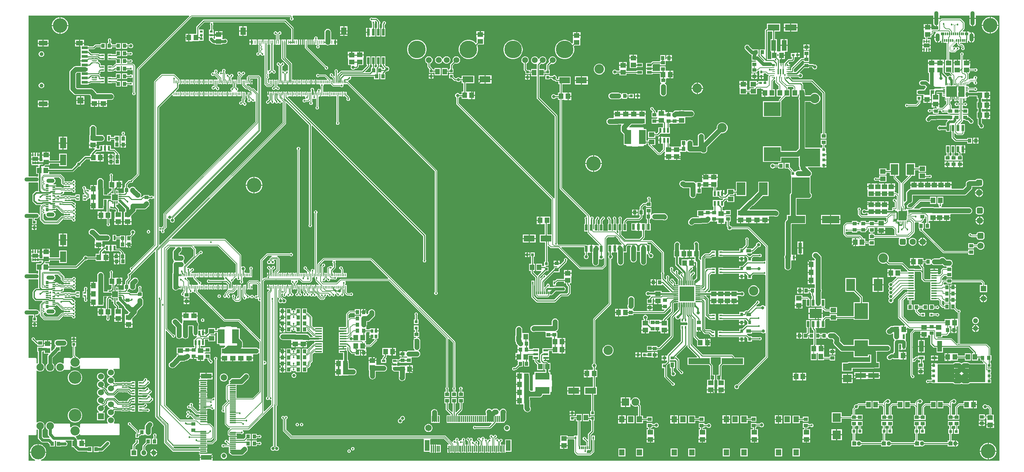
<source format=gtl>
G04*
G04 #@! TF.GenerationSoftware,Altium Limited,Altium Designer,25.1.2 (22)*
G04*
G04 Layer_Physical_Order=1*
G04 Layer_Color=255*
%FSLAX43Y43*%
%MOMM*%
G71*
G04*
G04 #@! TF.SameCoordinates,40D48374-329B-4D39-B51B-D84B34E4F720*
G04*
G04*
G04 #@! TF.FilePolarity,Positive*
G04*
G01*
G75*
%ADD10C,0.254*%
%ADD11C,0.200*%
%ADD13C,0.150*%
%ADD14C,0.127*%
%ADD17C,0.152*%
%ADD21R,0.375X0.225*%
%ADD22R,0.375X1.425*%
%ADD23R,0.250X0.675*%
%ADD24R,0.250X0.600*%
%ADD25R,0.400X0.575*%
%ADD26R,0.600X0.250*%
%ADD27R,0.725X0.250*%
%ADD28R,0.250X0.625*%
%ADD29R,0.350X0.575*%
%ADD30R,1.150X1.450*%
%ADD31R,0.750X0.400*%
%ADD32R,3.607X1.778*%
%ADD33R,0.900X1.000*%
%ADD34R,1.000X0.900*%
%ADD35R,1.250X0.600*%
%ADD36R,1.450X1.150*%
%ADD37R,0.550X0.200*%
%ADD38R,0.550X0.400*%
%ADD39R,2.200X1.200*%
%ADD40R,1.800X1.200*%
%ADD41R,1.500X1.600*%
%ADD42R,1.600X0.700*%
%ADD43R,0.800X0.750*%
%ADD44R,0.675X0.750*%
%ADD45R,4.560X4.295*%
%ADD46R,0.655X0.675*%
%ADD47R,3.000X1.600*%
%ADD48R,0.600X1.250*%
%ADD49R,2.210X3.251*%
%ADD50R,1.778X3.607*%
%ADD51R,1.250X0.650*%
%ADD52R,1.550X0.300*%
%ADD53R,2.750X1.200*%
%ADD54R,0.700X0.650*%
%ADD55R,0.750X0.850*%
%ADD56R,1.727X0.356*%
%ADD57R,0.953X0.559*%
%ADD58R,0.200X0.700*%
%ADD59R,0.300X0.800*%
%ADD60R,0.400X0.800*%
%ADD61R,0.750X0.800*%
%ADD62R,1.600X2.800*%
%ADD63R,0.300X0.700*%
%ADD64R,0.700X0.300*%
%ADD65R,1.500X1.500*%
%ADD66R,0.600X1.200*%
%ADD67R,0.320X0.660*%
%ADD68R,1.200X1.450*%
%ADD69R,0.700X0.298*%
%ADD70R,0.700X0.898*%
%ADD71R,3.850X3.850*%
%ADD72R,0.300X1.150*%
%ADD73R,1.150X0.300*%
%ADD74R,0.650X1.525*%
%ADD75R,3.100X2.400*%
%ADD76R,2.300X3.150*%
%ADD77R,0.610X0.490*%
%ADD78R,1.475X0.450*%
%ADD79R,2.720X1.260*%
%ADD80R,2.230X1.870*%
%ADD81R,1.400X1.600*%
%ADD82R,2.150X2.250*%
G04:AMPARAMS|DCode=83|XSize=0.2mm|YSize=0.95mm|CornerRadius=0.05mm|HoleSize=0mm|Usage=FLASHONLY|Rotation=0.000|XOffset=0mm|YOffset=0mm|HoleType=Round|Shape=RoundedRectangle|*
%AMROUNDEDRECTD83*
21,1,0.200,0.850,0,0,0.0*
21,1,0.100,0.950,0,0,0.0*
1,1,0.100,0.050,-0.425*
1,1,0.100,-0.050,-0.425*
1,1,0.100,-0.050,0.425*
1,1,0.100,0.050,0.425*
%
%ADD83ROUNDEDRECTD83*%
G04:AMPARAMS|DCode=84|XSize=0.2mm|YSize=1mm|CornerRadius=0.05mm|HoleSize=0mm|Usage=FLASHONLY|Rotation=0.000|XOffset=0mm|YOffset=0mm|HoleType=Round|Shape=RoundedRectangle|*
%AMROUNDEDRECTD84*
21,1,0.200,0.900,0,0,0.0*
21,1,0.100,1.000,0,0,0.0*
1,1,0.100,0.050,-0.450*
1,1,0.100,-0.050,-0.450*
1,1,0.100,-0.050,0.450*
1,1,0.100,0.050,0.450*
%
%ADD84ROUNDEDRECTD84*%
%ADD85C,0.175*%
G04:AMPARAMS|DCode=86|XSize=0.6mm|YSize=0.2mm|CornerRadius=0.05mm|HoleSize=0mm|Usage=FLASHONLY|Rotation=0.000|XOffset=0mm|YOffset=0mm|HoleType=Round|Shape=RoundedRectangle|*
%AMROUNDEDRECTD86*
21,1,0.600,0.100,0,0,0.0*
21,1,0.500,0.200,0,0,0.0*
1,1,0.100,0.250,-0.050*
1,1,0.100,-0.250,-0.050*
1,1,0.100,-0.250,0.050*
1,1,0.100,0.250,0.050*
%
%ADD86ROUNDEDRECTD86*%
G04:AMPARAMS|DCode=87|XSize=0.68mm|YSize=0.2mm|CornerRadius=0.05mm|HoleSize=0mm|Usage=FLASHONLY|Rotation=0.000|XOffset=0mm|YOffset=0mm|HoleType=Round|Shape=RoundedRectangle|*
%AMROUNDEDRECTD87*
21,1,0.680,0.100,0,0,0.0*
21,1,0.580,0.200,0,0,0.0*
1,1,0.100,0.290,-0.050*
1,1,0.100,-0.290,-0.050*
1,1,0.100,-0.290,0.050*
1,1,0.100,0.290,0.050*
%
%ADD87ROUNDEDRECTD87*%
G04:AMPARAMS|DCode=88|XSize=0.65mm|YSize=0.2mm|CornerRadius=0.05mm|HoleSize=0mm|Usage=FLASHONLY|Rotation=0.000|XOffset=0mm|YOffset=0mm|HoleType=Round|Shape=RoundedRectangle|*
%AMROUNDEDRECTD88*
21,1,0.650,0.100,0,0,0.0*
21,1,0.550,0.200,0,0,0.0*
1,1,0.100,0.275,-0.050*
1,1,0.100,-0.275,-0.050*
1,1,0.100,-0.275,0.050*
1,1,0.100,0.275,0.050*
%
%ADD88ROUNDEDRECTD88*%
G04:AMPARAMS|DCode=89|XSize=0.7mm|YSize=0.2mm|CornerRadius=0.05mm|HoleSize=0mm|Usage=FLASHONLY|Rotation=0.000|XOffset=0mm|YOffset=0mm|HoleType=Round|Shape=RoundedRectangle|*
%AMROUNDEDRECTD89*
21,1,0.700,0.100,0,0,0.0*
21,1,0.600,0.200,0,0,0.0*
1,1,0.100,0.300,-0.050*
1,1,0.100,-0.300,-0.050*
1,1,0.100,-0.300,0.050*
1,1,0.100,0.300,0.050*
%
%ADD89ROUNDEDRECTD89*%
G04:AMPARAMS|DCode=90|XSize=0.2mm|YSize=0.6mm|CornerRadius=0.05mm|HoleSize=0mm|Usage=FLASHONLY|Rotation=0.000|XOffset=0mm|YOffset=0mm|HoleType=Round|Shape=RoundedRectangle|*
%AMROUNDEDRECTD90*
21,1,0.200,0.500,0,0,0.0*
21,1,0.100,0.600,0,0,0.0*
1,1,0.100,0.050,-0.250*
1,1,0.100,-0.050,-0.250*
1,1,0.100,-0.050,0.250*
1,1,0.100,0.050,0.250*
%
%ADD90ROUNDEDRECTD90*%
%ADD91C,0.158*%
%ADD92C,0.192*%
%ADD93R,0.800X0.800*%
%ADD94R,0.900X1.200*%
%ADD95R,0.900X0.800*%
%ADD96R,0.250X0.900*%
%ADD97R,4.400X1.900*%
%ADD98R,0.540X0.940*%
%ADD99R,0.920X2.820*%
%ADD100R,0.400X0.750*%
%ADD101R,0.420X0.640*%
%ADD102R,0.300X1.550*%
%ADD103R,0.898X0.700*%
%ADD104R,0.298X0.700*%
%ADD105R,0.600X0.750*%
%ADD106R,0.750X0.600*%
%ADD107R,1.260X2.720*%
%ADD108R,0.750X0.675*%
%ADD109R,0.800X0.900*%
%ADD110R,2.800X1.600*%
%ADD111R,1.250X0.750*%
%ADD112R,1.200X2.700*%
%ADD113R,0.650X0.700*%
%ADD114R,0.650X1.750*%
%ADD115R,1.400X1.900*%
%ADD116R,0.550X0.900*%
%ADD117R,0.800X0.550*%
%ADD118R,3.500X4.100*%
%ADD119R,4.200X3.550*%
%ADD120R,1.915X2.790*%
%ADD121R,5.500X1.500*%
%ADD122R,0.675X0.655*%
%ADD123R,4.295X4.560*%
%ADD124R,1.200X0.900*%
%ADD125R,1.200X2.750*%
%ADD126R,1.450X1.200*%
%ADD127R,0.800X0.800*%
%ADD137C,1.500*%
%ADD138C,4.500*%
%ADD139C,3.700*%
%ADD140C,1.000*%
%ADD141C,2.400*%
%ADD142C,2.355*%
%ADD143C,1.530*%
%ADD144C,1.905*%
%ADD145C,3.250*%
%ADD146R,1.530X1.530*%
%ADD147C,1.650*%
%ADD148C,1.150*%
%ADD151C,1.600*%
G04:AMPARAMS|DCode=152|XSize=1.6mm|YSize=1.6mm|CornerRadius=0.4mm|HoleSize=0mm|Usage=FLASHONLY|Rotation=0.000|XOffset=0mm|YOffset=0mm|HoleType=Round|Shape=RoundedRectangle|*
%AMROUNDEDRECTD152*
21,1,1.600,0.800,0,0,0.0*
21,1,0.800,1.600,0,0,0.0*
1,1,0.800,0.400,-0.400*
1,1,0.800,-0.400,-0.400*
1,1,0.800,-0.400,0.400*
1,1,0.800,0.400,0.400*
%
%ADD152ROUNDEDRECTD152*%
%ADD153C,1.416*%
%ADD154R,1.416X1.416*%
%ADD155C,1.100*%
%ADD156R,1.100X1.100*%
%ADD157C,1.300*%
G04:AMPARAMS|DCode=158|XSize=1.6mm|YSize=1.6mm|CornerRadius=0.4mm|HoleSize=0mm|Usage=FLASHONLY|Rotation=270.000|XOffset=0mm|YOffset=0mm|HoleType=Round|Shape=RoundedRectangle|*
%AMROUNDEDRECTD158*
21,1,1.600,0.800,0,0,270.0*
21,1,0.800,1.600,0,0,270.0*
1,1,0.800,-0.400,-0.400*
1,1,0.800,-0.400,0.400*
1,1,0.800,0.400,0.400*
1,1,0.800,0.400,-0.400*
%
%ADD158ROUNDEDRECTD158*%
%ADD161R,1.950X1.950*%
%ADD162C,1.950*%
%ADD163R,1.300X1.300*%
%ADD164C,0.457*%
%ADD165C,0.610*%
%ADD166C,0.813*%
%ADD167C,0.600*%
%ADD168C,0.165*%
%ADD169R,1.600X1.000*%
G04:AMPARAMS|DCode=170|XSize=2.72mm|YSize=2.65mm|CornerRadius=0.053mm|HoleSize=0mm|Usage=FLASHONLY|Rotation=0.000|XOffset=0mm|YOffset=0mm|HoleType=Round|Shape=RoundedRectangle|*
%AMROUNDEDRECTD170*
21,1,2.720,2.544,0,0,0.0*
21,1,2.614,2.650,0,0,0.0*
1,1,0.106,1.307,-1.272*
1,1,0.106,-1.307,-1.272*
1,1,0.106,-1.307,1.272*
1,1,0.106,1.307,1.272*
%
%ADD170ROUNDEDRECTD170*%
G04:AMPARAMS|DCode=171|XSize=0.178mm|YSize=0.6mm|CornerRadius=0.044mm|HoleSize=0mm|Usage=FLASHONLY|Rotation=0.000|XOffset=0mm|YOffset=0mm|HoleType=Round|Shape=RoundedRectangle|*
%AMROUNDEDRECTD171*
21,1,0.178,0.511,0,0,0.0*
21,1,0.089,0.600,0,0,0.0*
1,1,0.089,0.044,-0.256*
1,1,0.089,-0.044,-0.256*
1,1,0.089,-0.044,0.256*
1,1,0.089,0.044,0.256*
%
%ADD171ROUNDEDRECTD171*%
G04:AMPARAMS|DCode=172|XSize=0.6mm|YSize=0.229mm|CornerRadius=0.057mm|HoleSize=0mm|Usage=FLASHONLY|Rotation=0.000|XOffset=0mm|YOffset=0mm|HoleType=Round|Shape=RoundedRectangle|*
%AMROUNDEDRECTD172*
21,1,0.600,0.114,0,0,0.0*
21,1,0.486,0.229,0,0,0.0*
1,1,0.114,0.243,-0.057*
1,1,0.114,-0.243,-0.057*
1,1,0.114,-0.243,0.057*
1,1,0.114,0.243,0.057*
%
%ADD172ROUNDEDRECTD172*%
G04:AMPARAMS|DCode=173|XSize=1.53mm|YSize=2.65mm|CornerRadius=0.054mm|HoleSize=0mm|Usage=FLASHONLY|Rotation=0.000|XOffset=0mm|YOffset=0mm|HoleType=Round|Shape=RoundedRectangle|*
%AMROUNDEDRECTD173*
21,1,1.530,2.543,0,0,0.0*
21,1,1.423,2.650,0,0,0.0*
1,1,0.107,0.711,-1.271*
1,1,0.107,-0.711,-1.271*
1,1,0.107,-0.711,1.271*
1,1,0.107,0.711,1.271*
%
%ADD173ROUNDEDRECTD173*%
%ADD174C,0.150*%
%ADD175C,0.381*%
%ADD176C,0.300*%
%ADD177C,0.279*%
%ADD178C,0.203*%
%ADD179C,1.270*%
%ADD180C,0.762*%
%ADD181C,0.508*%
%ADD182C,0.635*%
%ADD183C,0.889*%
%ADD184C,1.016*%
%ADD185C,0.125*%
%ADD186O,2.100X1.100*%
%ADD187O,3.600X1.100*%
%ADD188O,1.100X3.600*%
%ADD189O,1.100X2.100*%
%ADD190C,0.800*%
G36*
X248833Y1281D02*
X48404D01*
X48222Y1323D01*
X48222Y1481D01*
Y2050D01*
X46593D01*
X44964D01*
Y1481D01*
X44964Y1323D01*
X44781Y1281D01*
X4507D01*
X4467Y1481D01*
X4730Y1590D01*
X5075Y1820D01*
X5368Y2113D01*
X5598Y2458D01*
X5757Y2841D01*
X5838Y3247D01*
Y3327D01*
X3734D01*
X1630D01*
Y3247D01*
X1711Y2841D01*
X1869Y2458D01*
X2100Y2113D01*
X2393Y1820D01*
X2737Y1590D01*
X3000Y1481D01*
X2960Y1281D01*
X1281D01*
Y7819D01*
X3099D01*
X3178Y7835D01*
X3245Y7880D01*
X3290Y7947D01*
X3306Y8026D01*
Y9179D01*
X3480Y9251D01*
X3646Y9140D01*
Y7200D01*
X3692Y6972D01*
X3821Y6779D01*
X4468Y6132D01*
X4661Y6003D01*
X4889Y5958D01*
X4889Y5958D01*
X6217D01*
X6700Y5474D01*
Y4910D01*
X8007D01*
Y6240D01*
X8007Y6317D01*
X8153Y6438D01*
X8300Y6317D01*
X8300Y6240D01*
Y4910D01*
X9607D01*
Y5033D01*
X10486D01*
X10496Y5029D01*
X10738D01*
X10963Y5122D01*
X11134Y5293D01*
X11227Y5518D01*
Y5760D01*
X11134Y5984D01*
X10963Y6156D01*
X10738Y6248D01*
X10758Y6440D01*
X12317D01*
Y4761D01*
X12779D01*
X12868Y4628D01*
X13701Y3795D01*
X13894Y3666D01*
X14122Y3621D01*
X16276D01*
Y3513D01*
X17582D01*
Y4920D01*
X16276D01*
Y4812D01*
X15724D01*
Y5563D01*
X14895D01*
Y5690D01*
X14768D01*
Y6669D01*
X14066D01*
Y6669D01*
X13866Y6640D01*
X13824Y6652D01*
X13718Y6726D01*
X13682Y6908D01*
X13553Y7101D01*
X13336Y7319D01*
X13335Y7324D01*
X13404Y7533D01*
X13665Y7603D01*
X13980Y7785D01*
X14237Y8042D01*
X14249Y8063D01*
X14420Y8032D01*
X14451Y8014D01*
X14464Y7947D01*
X14509Y7880D01*
X14577Y7835D01*
X14656Y7819D01*
X24308D01*
X24387Y7835D01*
X24454Y7880D01*
X24499Y7947D01*
X24515Y8026D01*
Y10566D01*
X24499Y10646D01*
X24454Y10713D01*
X24387Y10758D01*
X24308Y10774D01*
X23119D01*
X23036Y10974D01*
X23051Y10988D01*
X23178Y11209D01*
X23244Y11455D01*
Y11710D01*
X23178Y11956D01*
X23051Y12177D01*
X22870Y12357D01*
X22650Y12485D01*
X22611Y12495D01*
Y12702D01*
X22650Y12712D01*
X22870Y12840D01*
X23051Y13020D01*
X23178Y13241D01*
X23244Y13487D01*
Y13742D01*
X23201Y13903D01*
X23252Y13977D01*
X23446Y14050D01*
X23555Y13977D01*
X23684Y13951D01*
X24878D01*
Y13937D01*
X25061D01*
X25110Y13927D01*
X25236D01*
X25356Y13903D01*
X25476Y13927D01*
X25602D01*
X25651Y13937D01*
X25911D01*
X25960Y13927D01*
X26086D01*
X26206Y13903D01*
X26326Y13927D01*
X26452D01*
X26501Y13937D01*
X26684D01*
Y13951D01*
X27067D01*
X27177Y13973D01*
X27211Y13967D01*
X27377Y13857D01*
Y13827D01*
X28533D01*
Y14627D01*
Y15434D01*
X27377D01*
Y15169D01*
X27040D01*
X26935Y15148D01*
X26884Y15163D01*
X26757Y15251D01*
X26756Y15309D01*
X26897Y15451D01*
X26952D01*
X27081Y15477D01*
X27190Y15550D01*
X27516Y15876D01*
X27573Y15961D01*
X28529D01*
Y16761D01*
Y17567D01*
X27373D01*
Y17303D01*
X27200D01*
X27071Y17277D01*
X26962Y17204D01*
X26636Y16878D01*
X26563Y16769D01*
X26537Y16640D01*
X26452Y16553D01*
X26326D01*
X26206Y16577D01*
X26086Y16553D01*
X25960D01*
X25911Y16543D01*
X25651D01*
X25602Y16553D01*
X25476D01*
X25356Y16577D01*
X25236Y16553D01*
X25110D01*
X25061Y16543D01*
X24878D01*
Y16529D01*
X24346D01*
X23390Y17485D01*
X23281Y17558D01*
X23152Y17583D01*
X23153Y17783D01*
X23170Y17786D01*
X23279Y17859D01*
X24223Y18803D01*
X24877D01*
Y18788D01*
X25060D01*
X25108Y18778D01*
X25235D01*
X25355Y18755D01*
X25474Y18778D01*
X25601D01*
X25650Y18788D01*
X25910D01*
X25958Y18778D01*
X26085D01*
X26205Y18755D01*
X26324Y18778D01*
X26451D01*
X26500Y18788D01*
X26520D01*
X26591Y18682D01*
X26917Y18356D01*
X27026Y18283D01*
X27155Y18257D01*
X27373D01*
Y17993D01*
X28529D01*
Y18793D01*
Y19599D01*
X27373D01*
X27373Y19599D01*
Y19599D01*
X27209Y19686D01*
X27114Y19782D01*
X27005Y19855D01*
X26876Y19880D01*
X26734D01*
Y19964D01*
X26205D01*
Y20218D01*
X26734D01*
Y20303D01*
X26970D01*
X27038Y20289D01*
X27373D01*
Y20025D01*
X28529D01*
Y20825D01*
Y21631D01*
X27373D01*
Y21513D01*
X27192Y21380D01*
X26683D01*
Y21395D01*
X26500D01*
X26451Y21404D01*
X26324D01*
X26205Y21428D01*
X26085Y21404D01*
X25958D01*
X25910Y21395D01*
X25650D01*
X25601Y21404D01*
X25474D01*
X25355Y21428D01*
X25235Y21404D01*
X25108D01*
X25060Y21395D01*
X24877D01*
Y21380D01*
X23671D01*
X23542Y21355D01*
X23433Y21282D01*
X23259Y21369D01*
X23201Y21453D01*
X23244Y21615D01*
Y21870D01*
X23178Y22116D01*
X23051Y22337D01*
X22870Y22517D01*
X22650Y22645D01*
X22611Y22655D01*
Y22862D01*
X22650Y22872D01*
X22870Y23000D01*
X23051Y23180D01*
X23178Y23401D01*
X23244Y23647D01*
Y23902D01*
X23178Y24148D01*
X23051Y24369D01*
X22909Y24510D01*
X22954Y24672D01*
X22980Y24710D01*
X24308D01*
X24387Y24726D01*
X24454Y24771D01*
X24499Y24838D01*
X24515Y24917D01*
Y27330D01*
X24499Y27410D01*
X24454Y27477D01*
X24387Y27522D01*
X24308Y27538D01*
X14656D01*
X14577Y27522D01*
X14509Y27477D01*
X14464Y27410D01*
X14451Y27343D01*
X14420Y27325D01*
X14249Y27294D01*
X14237Y27315D01*
X13980Y27572D01*
X13665Y27753D01*
X13566Y27780D01*
X13511Y27862D01*
X13152Y28221D01*
Y30445D01*
X13406D01*
Y31502D01*
X12299D01*
Y30445D01*
X12582D01*
Y28103D01*
X12582Y28103D01*
X12604Y27994D01*
X12622Y27967D01*
X12610Y27855D01*
X12586Y27777D01*
X12556Y27729D01*
X12284Y27572D01*
X12129Y27416D01*
X12073Y27415D01*
X11891Y27462D01*
X11881Y27477D01*
X11814Y27522D01*
X11735Y27538D01*
X10490D01*
X10411Y27522D01*
X10344Y27477D01*
X10299Y27410D01*
X10283Y27330D01*
Y26153D01*
X10083Y26070D01*
X10031Y26122D01*
X9768Y26274D01*
X9474Y26352D01*
X9170D01*
X8876Y26274D01*
X8612Y26122D01*
X8397Y25906D01*
X8245Y25643D01*
X8166Y25349D01*
Y25045D01*
X8245Y24751D01*
X8397Y24487D01*
X8612Y24272D01*
X8876Y24120D01*
X9170Y24041D01*
X9474D01*
X9768Y24120D01*
X10031Y24272D01*
X10173Y24413D01*
X10288Y24483D01*
X10411Y24472D01*
X10490Y24456D01*
X11735D01*
X11814Y24472D01*
X11881Y24517D01*
X11926Y24584D01*
X11942Y24663D01*
Y25421D01*
X12142Y25504D01*
X12284Y25362D01*
X12599Y25180D01*
X12950Y25086D01*
X13314D01*
X13665Y25180D01*
X13980Y25362D01*
X14237Y25619D01*
X14249Y25640D01*
X14449Y25586D01*
Y24917D01*
X14464Y24838D01*
X14509Y24771D01*
X14577Y24726D01*
X14656Y24710D01*
X21572D01*
X21598Y24672D01*
X21642Y24510D01*
X21501Y24369D01*
X21374Y24148D01*
X21308Y23902D01*
Y23647D01*
X21374Y23401D01*
X21501Y23180D01*
X21681Y23000D01*
X21902Y22872D01*
X21940Y22862D01*
Y22655D01*
X21902Y22645D01*
X21681Y22517D01*
X21501Y22337D01*
X21374Y22116D01*
X21308Y21870D01*
Y21615D01*
X21374Y21369D01*
X21501Y21148D01*
X21681Y20968D01*
X21902Y20840D01*
X21940Y20830D01*
Y20623D01*
X21902Y20613D01*
X21681Y20485D01*
X21501Y20305D01*
X21374Y20084D01*
X21312Y19854D01*
X21256Y19822D01*
X21108Y19776D01*
X20733Y20151D01*
X20623Y20224D01*
X20656Y20421D01*
X20704Y20599D01*
Y20854D01*
X20638Y21100D01*
X20511Y21321D01*
X20330Y21501D01*
X20110Y21629D01*
X20071Y21639D01*
Y21846D01*
X20110Y21856D01*
X20330Y21984D01*
X20511Y22164D01*
X20638Y22385D01*
X20704Y22631D01*
Y22886D01*
X20638Y23132D01*
X20511Y23353D01*
X20330Y23533D01*
X20110Y23661D01*
X19863Y23727D01*
X19608D01*
X19362Y23661D01*
X19141Y23533D01*
X18961Y23353D01*
X18834Y23132D01*
X18768Y22886D01*
Y22631D01*
X18834Y22385D01*
X18961Y22164D01*
X19141Y21984D01*
X19362Y21856D01*
X19400Y21846D01*
Y21639D01*
X19362Y21629D01*
X19141Y21501D01*
X18961Y21321D01*
X18834Y21100D01*
X18768Y20854D01*
Y20599D01*
X18834Y20353D01*
X18961Y20132D01*
X19141Y19952D01*
X19362Y19824D01*
X19400Y19814D01*
Y19607D01*
X19362Y19597D01*
X19141Y19469D01*
X18961Y19289D01*
X18834Y19068D01*
X18768Y18822D01*
Y18567D01*
X18834Y18321D01*
X18961Y18100D01*
X19141Y17920D01*
X19362Y17792D01*
X19400Y17782D01*
Y17575D01*
X19362Y17565D01*
X19141Y17437D01*
X18961Y17257D01*
X18834Y17036D01*
X18768Y16790D01*
Y16535D01*
X18834Y16289D01*
X18961Y16068D01*
X19141Y15888D01*
X19362Y15760D01*
X19400Y15750D01*
Y15543D01*
X19362Y15533D01*
X19141Y15405D01*
X18961Y15225D01*
X18834Y15004D01*
X18768Y14758D01*
Y14503D01*
X18834Y14257D01*
X18961Y14036D01*
X19141Y13856D01*
X19296Y13767D01*
X19242Y13567D01*
X18768D01*
Y11630D01*
X20704D01*
Y13567D01*
X20230D01*
X20176Y13767D01*
X20330Y13856D01*
X20511Y14036D01*
X20638Y14257D01*
X20704Y14503D01*
Y14758D01*
X20656Y14936D01*
X20623Y15133D01*
X20733Y15206D01*
X21108Y15581D01*
X21256Y15535D01*
X21312Y15503D01*
X21374Y15273D01*
X21501Y15052D01*
X21681Y14872D01*
X21902Y14744D01*
X21940Y14734D01*
Y14527D01*
X21902Y14517D01*
X21681Y14389D01*
X21501Y14209D01*
X21374Y13988D01*
X21308Y13742D01*
Y13487D01*
X21374Y13241D01*
X21501Y13020D01*
X21681Y12840D01*
X21902Y12712D01*
X21940Y12702D01*
Y12495D01*
X21902Y12485D01*
X21681Y12357D01*
X21501Y12177D01*
X21374Y11956D01*
X21308Y11710D01*
Y11455D01*
X21374Y11209D01*
X21501Y10988D01*
X21515Y10974D01*
X21433Y10774D01*
X14656D01*
X14577Y10758D01*
X14509Y10713D01*
X14464Y10646D01*
X14449Y10566D01*
Y9771D01*
X14249Y9717D01*
X14237Y9738D01*
X13980Y9995D01*
X13665Y10177D01*
X13314Y10271D01*
X12950D01*
X12599Y10177D01*
X12284Y9995D01*
X12117Y9827D01*
X11917Y9910D01*
Y10566D01*
X11901Y10646D01*
X11856Y10713D01*
X11789Y10758D01*
X11709Y10774D01*
X7950D01*
X7871Y10758D01*
X7707Y10870D01*
X7491Y11085D01*
X7228Y11237D01*
X6934Y11316D01*
X6630D01*
X6336Y11237D01*
X6072Y11085D01*
X5857Y10870D01*
X5705Y10606D01*
X5626Y10312D01*
Y10008D01*
X5705Y9714D01*
X5857Y9450D01*
X6072Y9235D01*
X6186Y9169D01*
Y8026D01*
X6232Y7798D01*
X6361Y7605D01*
X6650Y7316D01*
X6552Y7131D01*
X6464Y7149D01*
X5136D01*
X4837Y7447D01*
Y9169D01*
X4951Y9235D01*
X5167Y9450D01*
X5319Y9714D01*
X5398Y10008D01*
Y10312D01*
X5319Y10606D01*
X5167Y10870D01*
X4951Y11085D01*
X4688Y11237D01*
X4394Y11316D01*
X4090D01*
X3796Y11237D01*
X3532Y11085D01*
X3506Y11059D01*
X3306Y11141D01*
Y24215D01*
X3506Y24298D01*
X3532Y24272D01*
X3796Y24120D01*
X4090Y24041D01*
X4394D01*
X4688Y24120D01*
X4951Y24272D01*
X5167Y24487D01*
X5319Y24751D01*
X5398Y25045D01*
Y25349D01*
X5319Y25643D01*
X5167Y25906D01*
X4951Y26122D01*
X4773Y26225D01*
Y29078D01*
X4945D01*
Y29200D01*
X5219D01*
Y28624D01*
X6335D01*
X6411Y28439D01*
X6315Y28343D01*
X6172Y28129D01*
X6121Y27876D01*
Y26150D01*
X6072Y26122D01*
X5857Y25906D01*
X5705Y25643D01*
X5626Y25349D01*
Y25045D01*
X5705Y24751D01*
X5857Y24487D01*
X6072Y24272D01*
X6336Y24120D01*
X6630Y24041D01*
X6934D01*
X7228Y24120D01*
X7491Y24272D01*
X7707Y24487D01*
X7859Y24751D01*
X7938Y25045D01*
Y25349D01*
X7859Y25643D01*
X7707Y25906D01*
X7491Y26122D01*
X7442Y26150D01*
Y27602D01*
X8968Y29128D01*
X9441D01*
X9441Y30435D01*
X9615Y30498D01*
X10312D01*
X10531Y30527D01*
X10735Y30611D01*
X10910Y30746D01*
X11045Y30921D01*
X11129Y31125D01*
X11158Y31344D01*
X11129Y31562D01*
X11045Y31766D01*
X10910Y31941D01*
X10735Y32076D01*
X10531Y32160D01*
X10312Y32189D01*
X8776D01*
X8557Y32160D01*
X8353Y32076D01*
X8300Y32035D01*
X8034D01*
Y31744D01*
X7959Y31562D01*
X7930Y31344D01*
X7959Y31125D01*
X8034Y30943D01*
Y30728D01*
X8163D01*
X8257Y30635D01*
X8174Y30435D01*
X8034D01*
Y30062D01*
X7260Y29288D01*
X7075Y29364D01*
Y30173D01*
X7075Y30180D01*
X7092Y30373D01*
X7126D01*
Y31075D01*
X5168D01*
Y30555D01*
X5031Y30407D01*
X4968Y30381D01*
X4945Y30384D01*
Y30384D01*
X3539D01*
Y29078D01*
X3711D01*
Y26225D01*
X3532Y26122D01*
X3506Y26095D01*
X3306Y26178D01*
Y27330D01*
X3290Y27410D01*
X3245Y27477D01*
X3178Y27522D01*
X3099Y27538D01*
X1281D01*
Y38339D01*
X2508D01*
Y37932D01*
X2292D01*
Y36875D01*
X3398D01*
Y37932D01*
X3181D01*
Y38339D01*
X3300D01*
X3496Y38365D01*
X3680Y38441D01*
X3837Y38562D01*
X3958Y38719D01*
X4017Y38862D01*
X4217Y38822D01*
Y38385D01*
X4239Y38274D01*
X4302Y38179D01*
X5210Y37272D01*
X5305Y37208D01*
X5416Y37186D01*
X8960D01*
X9072Y37208D01*
X9166Y37272D01*
X10103Y38208D01*
X10348D01*
Y38092D01*
X12154D01*
X12154Y38092D01*
Y38092D01*
X12154Y38092D01*
X12333Y38042D01*
X12395Y37980D01*
Y37963D01*
X12461Y37805D01*
X12582Y37683D01*
X12741Y37617D01*
X12913D01*
X13072Y37683D01*
X13193Y37805D01*
X13259Y37963D01*
Y38135D01*
X13193Y38294D01*
X13073Y38414D01*
X13184Y38526D01*
X13250Y38684D01*
Y38856D01*
X13184Y39015D01*
X13100Y39099D01*
X13078Y39218D01*
X13100Y39337D01*
X13184Y39422D01*
X13250Y39580D01*
Y39752D01*
X13184Y39911D01*
X13135Y39960D01*
X13085Y40090D01*
X13135Y40219D01*
X13184Y40268D01*
X13250Y40427D01*
Y40599D01*
X13184Y40758D01*
X13178Y40763D01*
X13074Y40894D01*
X13178Y41025D01*
X13184Y41030D01*
X13250Y41189D01*
Y41361D01*
X13184Y41520D01*
X13073Y41631D01*
X13184Y41742D01*
X13250Y41900D01*
Y42072D01*
X13184Y42231D01*
X13062Y42352D01*
X12904Y42418D01*
X12871D01*
X12562Y42728D01*
X12453Y42800D01*
X12324Y42826D01*
X12181D01*
Y42862D01*
X11652D01*
Y43116D01*
X12181D01*
Y43302D01*
X12776D01*
X12887Y43324D01*
X12891Y43327D01*
X13229D01*
Y42961D01*
X14385D01*
Y43761D01*
Y44567D01*
X13229D01*
Y44202D01*
X12679D01*
X12568Y44179D01*
X12564Y44177D01*
X12130D01*
Y44293D01*
X10324D01*
Y44177D01*
X9843D01*
X9732Y44155D01*
X9679Y44119D01*
X9484D01*
X9450Y44182D01*
X9570Y44382D01*
X9621D01*
X9687Y44395D01*
X9750Y44408D01*
X9750Y44408D01*
X9750Y44408D01*
X9813Y44450D01*
X9967D01*
X10125Y44516D01*
X10247Y44637D01*
X10312Y44796D01*
Y44968D01*
X10249Y45121D01*
X10272Y45157D01*
X10376Y45280D01*
X12154D01*
Y45280D01*
X12274Y45316D01*
X12332Y45303D01*
X12454Y45259D01*
X12512Y45120D01*
X12633Y44998D01*
X12792Y44933D01*
X12964D01*
X13122Y44998D01*
X13244Y45120D01*
X13310Y45278D01*
Y45450D01*
X13244Y45609D01*
X13213Y45640D01*
X13144Y45771D01*
X13213Y45901D01*
X13244Y45933D01*
X13310Y46091D01*
Y46263D01*
X13244Y46422D01*
X13213Y46453D01*
X13144Y46584D01*
X13213Y46714D01*
X13244Y46745D01*
X13310Y46904D01*
Y47076D01*
X13244Y47235D01*
X13213Y47266D01*
X13144Y47396D01*
X13213Y47527D01*
X13244Y47558D01*
X13310Y47717D01*
Y47889D01*
X13244Y48047D01*
X13122Y48169D01*
X12964Y48235D01*
X12792D01*
X12633Y48169D01*
X12512Y48047D01*
X12446Y47889D01*
Y47842D01*
X12438Y47834D01*
X12236D01*
X12222Y47831D01*
X12154Y47887D01*
Y47887D01*
X10439D01*
Y48229D01*
X10417Y48340D01*
X10353Y48435D01*
X9192Y49596D01*
X9097Y49660D01*
X8986Y49682D01*
X6719D01*
X6555Y49770D01*
Y50338D01*
X13513D01*
X13651Y50366D01*
X13767Y50444D01*
X15749Y52426D01*
X15971D01*
X16195Y52518D01*
X16352Y52675D01*
X18437D01*
Y52281D01*
X19986D01*
X19994Y52281D01*
X20186Y52264D01*
Y52230D01*
X20888D01*
Y53209D01*
Y54188D01*
X20186D01*
Y54188D01*
X20016Y54259D01*
X20011Y54263D01*
X20003Y54495D01*
X20597Y55089D01*
X20797Y55006D01*
Y54767D01*
X21696D01*
Y54717D01*
X22123D01*
Y55571D01*
Y56425D01*
X21696D01*
Y56374D01*
X20797D01*
Y55931D01*
X20569D01*
X20432Y55903D01*
X20331Y55836D01*
X20237Y55858D01*
X20131Y55902D01*
Y56275D01*
X19279D01*
Y55573D01*
X19802D01*
X19878Y55389D01*
X19329Y54839D01*
X19251Y54722D01*
X19223Y54585D01*
Y54138D01*
X18437D01*
Y53395D01*
X16352D01*
X16195Y53552D01*
X15971Y53645D01*
X15728D01*
X15504Y53552D01*
X15333Y53381D01*
X15240Y53156D01*
Y52935D01*
X13364Y51058D01*
X6555D01*
Y51627D01*
X5632D01*
X5524Y51824D01*
X5551Y51962D01*
Y52017D01*
X6694D01*
Y52435D01*
X9081D01*
Y51746D01*
X11087D01*
Y54952D01*
X9081D01*
Y53156D01*
X6694D01*
Y53567D01*
X6694Y53574D01*
X6711Y53767D01*
X6745D01*
Y54469D01*
X5766D01*
X4787D01*
Y53767D01*
X4820D01*
X4838Y53574D01*
X4838Y53567D01*
Y52929D01*
X4102D01*
Y53467D01*
X3048D01*
X1994D01*
Y52840D01*
X2035D01*
Y52036D01*
X4061D01*
Y52209D01*
X4646D01*
X4728Y52009D01*
X4346Y51627D01*
X3249D01*
Y49770D01*
X3806D01*
Y49132D01*
X3606Y49027D01*
X3496Y49073D01*
X3300Y49099D01*
X1281D01*
Y63056D01*
X2209D01*
Y62393D01*
X2215Y62364D01*
Y61640D01*
X3322D01*
Y62697D01*
X2828D01*
Y63056D01*
X3297D01*
X3493Y63082D01*
X3677Y63157D01*
X3834Y63278D01*
X3955Y63436D01*
X4031Y63619D01*
X4217Y63572D01*
Y62846D01*
X4239Y62734D01*
X4302Y62640D01*
X5159Y61783D01*
X5254Y61719D01*
X5365Y61697D01*
X8732D01*
X8843Y61719D01*
X8938Y61783D01*
X10090Y62935D01*
X10129D01*
X10180Y62925D01*
X10346D01*
Y62809D01*
X12152D01*
X12152Y62809D01*
X12242Y62816D01*
X12418Y62691D01*
X12484Y62533D01*
X12605Y62411D01*
X12764Y62345D01*
X12936D01*
X13094Y62411D01*
X13216Y62533D01*
X13282Y62691D01*
Y62863D01*
X13216Y63022D01*
X13166Y63071D01*
X13116Y63201D01*
X13166Y63330D01*
X13216Y63379D01*
X13282Y63538D01*
Y63710D01*
X13216Y63868D01*
X13122Y64015D01*
X13244Y64136D01*
X13310Y64295D01*
Y64466D01*
X13244Y64625D01*
X13194Y64675D01*
X13145Y64804D01*
X13194Y64933D01*
X13244Y64983D01*
X13310Y65141D01*
Y65313D01*
X13244Y65472D01*
X13188Y65527D01*
X13155Y65674D01*
X13197Y65779D01*
X13265Y65847D01*
X13331Y66006D01*
Y66177D01*
X13265Y66336D01*
X13226Y66375D01*
X13180Y66443D01*
X13302Y66564D01*
X13367Y66723D01*
Y66895D01*
X13302Y67054D01*
X13180Y67175D01*
X13022Y67241D01*
X12884D01*
X12657Y67467D01*
X12548Y67540D01*
X12419Y67566D01*
X12155D01*
Y67602D01*
X11626D01*
Y67856D01*
X12155D01*
Y68042D01*
X12784D01*
X12796Y68044D01*
X13227D01*
Y67678D01*
X14383D01*
Y68478D01*
Y69285D01*
X13227D01*
Y68919D01*
X12666D01*
X12654Y68917D01*
X12105D01*
Y69032D01*
X10298D01*
Y68917D01*
X9822D01*
X9711Y68894D01*
X9653Y68856D01*
X9446Y68889D01*
X9441Y68899D01*
X9488Y69014D01*
X9557Y69106D01*
X9584Y69111D01*
X9651Y69124D01*
X9651Y69124D01*
X9651Y69124D01*
X9709Y69163D01*
X9760Y69197D01*
X9854Y69291D01*
X9992D01*
X10151Y69357D01*
X10272Y69478D01*
X10338Y69637D01*
Y69800D01*
X10338Y69809D01*
X10476Y69997D01*
X12152D01*
Y69997D01*
X12218Y70051D01*
X12418Y70015D01*
Y70007D01*
X12484Y69848D01*
X12605Y69726D01*
X12764Y69661D01*
X12936D01*
X13094Y69726D01*
X13216Y69848D01*
X13282Y70007D01*
Y70178D01*
X13216Y70337D01*
X13185Y70368D01*
X13116Y70499D01*
X13185Y70629D01*
X13216Y70661D01*
X13282Y70819D01*
Y70991D01*
X13216Y71150D01*
X13185Y71181D01*
X13116Y71312D01*
X13185Y71442D01*
X13216Y71473D01*
X13282Y71632D01*
Y71804D01*
X13216Y71963D01*
X13185Y71994D01*
X13116Y72124D01*
X13185Y72255D01*
X13216Y72286D01*
X13282Y72445D01*
Y72617D01*
X13216Y72775D01*
X13094Y72897D01*
X12936Y72963D01*
X12764D01*
X12605Y72897D01*
X12484Y72775D01*
X12418Y72617D01*
Y72570D01*
X12410Y72562D01*
X12208D01*
X12204Y72561D01*
X12152Y72604D01*
Y72604D01*
X10496D01*
Y73318D01*
X10473Y73429D01*
X10410Y73524D01*
X9573Y74361D01*
X9478Y74425D01*
X9367Y74447D01*
X6736D01*
X6553Y74487D01*
Y75014D01*
X12525D01*
X12679Y75045D01*
X12809Y75132D01*
X14030Y76352D01*
X14193D01*
X14417Y76445D01*
X14588Y76617D01*
X14681Y76841D01*
Y77004D01*
X15936Y78259D01*
X17015D01*
Y77732D01*
X18564D01*
X18571Y77732D01*
X18764Y77715D01*
Y77681D01*
X19466D01*
Y78660D01*
Y79639D01*
X18764D01*
Y79606D01*
X18571Y79588D01*
X18564Y79588D01*
X18365D01*
X18289Y79773D01*
X18662Y80147D01*
X19705D01*
X19780Y80162D01*
X19859Y80178D01*
X19859Y80178D01*
X19859Y80178D01*
X19919Y80218D01*
X20274D01*
Y80167D01*
X20701D01*
Y81021D01*
Y81875D01*
X20274D01*
Y81825D01*
X19375D01*
Y80950D01*
X18877D01*
X18708Y81024D01*
X18708Y81150D01*
Y81726D01*
X17856D01*
Y81024D01*
X18140D01*
X18202Y80859D01*
X18204Y80824D01*
X17369Y79989D01*
X17282Y79859D01*
X17282Y79859D01*
X17282Y79859D01*
X17252Y79705D01*
X17107Y79588D01*
X17015D01*
Y79062D01*
X15770D01*
X15616Y79031D01*
X15486Y78944D01*
X14113Y77572D01*
X13950D01*
X13726Y77479D01*
X13555Y77307D01*
X13462Y77083D01*
Y76920D01*
X12359Y75817D01*
X6553D01*
Y76344D01*
X5445D01*
X5362Y76544D01*
X5472Y76654D01*
X5526Y76734D01*
X6691D01*
Y77134D01*
X9078D01*
Y76463D01*
X11084D01*
Y79670D01*
X9078D01*
Y77937D01*
X6691D01*
Y78283D01*
X6691Y78291D01*
X6708Y78483D01*
X6742D01*
Y79185D01*
X5763D01*
X4784D01*
Y78483D01*
X4817D01*
X4835Y78291D01*
X4835Y78283D01*
Y77710D01*
X4100D01*
Y78184D01*
X3046D01*
X1992D01*
Y77557D01*
X1992Y77557D01*
X1982Y77362D01*
X1971Y77309D01*
X2002Y77155D01*
X2033Y77109D01*
Y76753D01*
X3676D01*
X3840Y76558D01*
Y76344D01*
X3247D01*
Y74487D01*
X3739D01*
Y73904D01*
X3539Y73770D01*
X3493Y73789D01*
X3297Y73815D01*
X1281D01*
Y114899D01*
X42196D01*
X42273Y114714D01*
X29034Y101475D01*
X28972Y101383D01*
X28951Y101274D01*
X28951Y101274D01*
Y74477D01*
X27581Y73108D01*
X27467D01*
X27308Y73042D01*
X27211Y72944D01*
X26989D01*
X26860Y72919D01*
X26751Y72846D01*
X25988Y72082D01*
X25915Y71973D01*
X25889Y71844D01*
Y71090D01*
X25596D01*
Y69683D01*
X25410Y69649D01*
X24591D01*
X24558Y69643D01*
X24167D01*
Y70393D01*
X23718D01*
Y70443D01*
X23441D01*
Y69839D01*
X23187D01*
Y70443D01*
X23150D01*
Y70768D01*
X23274Y70820D01*
X23323Y70833D01*
X23520Y70791D01*
Y70791D01*
X24222D01*
Y71770D01*
Y72749D01*
X23520D01*
Y72716D01*
X23327Y72699D01*
X23320Y72699D01*
X22739D01*
Y73885D01*
X22766Y73912D01*
X22832Y74071D01*
Y74242D01*
X22766Y74401D01*
X22645Y74522D01*
X22486Y74588D01*
X22314D01*
X22156Y74522D01*
X22034Y74401D01*
X21968Y74242D01*
Y74071D01*
X22034Y73912D01*
X22066Y73880D01*
Y72699D01*
X21771D01*
Y70842D01*
X22477D01*
Y70393D01*
X22461D01*
Y70176D01*
X22386D01*
X22257Y70150D01*
X22148Y70077D01*
X21999Y69929D01*
X21926Y69819D01*
X21900Y69691D01*
Y69643D01*
X21461D01*
Y69230D01*
X20495D01*
Y70703D01*
X20466Y70922D01*
X20449Y70965D01*
Y72585D01*
X20420Y72803D01*
X20335Y73007D01*
X20201Y73182D01*
X20026Y73317D01*
X19822Y73401D01*
X19603Y73430D01*
X19384Y73401D01*
X19180Y73317D01*
X19005Y73182D01*
X18871Y73007D01*
X18787Y72803D01*
X18758Y72585D01*
Y71850D01*
X18679Y71682D01*
X18558Y71682D01*
X17977D01*
Y70703D01*
X17850D01*
Y70576D01*
X17021D01*
Y70465D01*
X16821Y70425D01*
X16800Y70476D01*
X16678Y70597D01*
X16520Y70663D01*
X16348D01*
X16295Y70641D01*
X16262Y70663D01*
X16151Y70685D01*
X16047D01*
X15936Y70842D01*
X15926Y70879D01*
Y71028D01*
X15860Y71187D01*
X15739Y71308D01*
X15580Y71374D01*
X15408D01*
X15249Y71308D01*
X15128Y71187D01*
X15062Y71028D01*
Y70856D01*
X15128Y70698D01*
X15249Y70576D01*
X15314Y70549D01*
X15320Y70530D01*
X15298Y70418D01*
Y69873D01*
X15320Y69761D01*
X15383Y69667D01*
X15580Y69469D01*
X15504Y69285D01*
X15077D01*
Y68478D01*
Y67678D01*
X16233D01*
Y67932D01*
X16399Y68044D01*
X16457Y68055D01*
X16510Y68066D01*
X16510Y68066D01*
X16510Y68066D01*
X16558Y68098D01*
X16605Y68129D01*
X16605Y68129D01*
X16605Y68129D01*
X16821Y68345D01*
X17021Y68272D01*
Y67615D01*
X17021Y67590D01*
Y67415D01*
X17021Y67390D01*
Y66563D01*
X17850D01*
Y66436D01*
X17977D01*
Y65457D01*
X18679D01*
Y65491D01*
X18872Y65508D01*
X18879Y65508D01*
X20428D01*
Y66125D01*
X20466Y66218D01*
X20495Y66436D01*
Y67909D01*
X21159D01*
X21197Y67858D01*
X21247Y67709D01*
X21230Y67683D01*
X21203Y67642D01*
X21203Y67642D01*
X21203Y67642D01*
X21189Y67575D01*
X21177Y67513D01*
X21177Y67513D01*
X21177Y67513D01*
Y64909D01*
X20809D01*
X20802Y64909D01*
X20609Y64926D01*
Y64959D01*
X19907D01*
Y63980D01*
Y63001D01*
X20609D01*
Y63035D01*
X20802Y63052D01*
X20809Y63052D01*
X21253D01*
Y61758D01*
X21218Y61672D01*
Y61500D01*
X21284Y61342D01*
X21405Y61220D01*
X21564Y61154D01*
X21736D01*
X21894Y61220D01*
X22016Y61342D01*
X22081Y61500D01*
Y61672D01*
X22016Y61831D01*
X21927Y61920D01*
Y63052D01*
X22358D01*
Y64909D01*
X21850D01*
Y65597D01*
X22050Y65680D01*
X22107Y65623D01*
X22266Y65557D01*
X22438D01*
X22468Y65570D01*
X22615D01*
X22711Y65506D01*
X22849Y65478D01*
X23383D01*
X23599Y65262D01*
Y64914D01*
X23232D01*
Y63364D01*
X23232Y63357D01*
X23214Y63164D01*
X23181D01*
Y62462D01*
X24160D01*
X25139D01*
Y63164D01*
X25105D01*
X25088Y63357D01*
X25088Y63364D01*
Y64914D01*
X24319D01*
Y65411D01*
X24292Y65549D01*
X24214Y65666D01*
X23634Y66246D01*
Y66686D01*
X24167D01*
Y67052D01*
X24367Y67135D01*
X25970Y65532D01*
Y64902D01*
X25638D01*
Y63352D01*
X25638Y63345D01*
X25620Y63152D01*
X25587D01*
Y62450D01*
X26566D01*
X27545D01*
Y63152D01*
X27511D01*
X27494Y63345D01*
X27494Y63352D01*
Y63826D01*
X28484Y64816D01*
X28619Y64991D01*
X28703Y65195D01*
X28732Y65414D01*
Y65451D01*
X30749D01*
X30968Y65480D01*
X31088Y65530D01*
X31172Y65565D01*
X31347Y65699D01*
X31886Y66238D01*
X32047D01*
Y66431D01*
X32076Y66468D01*
X32160Y66672D01*
X32189Y66891D01*
X32160Y67110D01*
X32076Y67314D01*
X32047Y67351D01*
Y67544D01*
X31891D01*
X31796Y67638D01*
X31872Y67838D01*
X32047D01*
Y68193D01*
X32467D01*
X32496Y68163D01*
X32655Y68097D01*
X32826D01*
X32985Y68163D01*
X33095Y68273D01*
X33152Y68269D01*
X33295Y68217D01*
Y56409D01*
X27615Y50729D01*
X27500D01*
X27341Y50663D01*
X27220Y50542D01*
X27154Y50383D01*
Y50211D01*
X27220Y50052D01*
X27341Y49931D01*
X27404Y49905D01*
X27462Y49680D01*
X26956Y49174D01*
X26914D01*
X26756Y49109D01*
X26634Y48987D01*
X26568Y48829D01*
Y48657D01*
X26634Y48498D01*
X26664Y48469D01*
Y47993D01*
X26013Y47342D01*
X25940Y47233D01*
X25914Y47104D01*
Y46372D01*
X25598D01*
Y44966D01*
X25421Y44909D01*
X25169D01*
Y44926D01*
X24169D01*
Y45676D01*
X23720D01*
Y45727D01*
X23443D01*
Y45123D01*
X23189D01*
Y45727D01*
X23151D01*
Y46056D01*
X23285Y46108D01*
X23326Y46117D01*
X23522Y46074D01*
Y46074D01*
X24224D01*
Y47053D01*
Y48032D01*
X23522D01*
Y47999D01*
X23329Y47981D01*
X23322Y47981D01*
X22765D01*
Y49154D01*
X22794Y49184D01*
X22860Y49342D01*
Y49514D01*
X22794Y49673D01*
X22673Y49794D01*
X22514Y49860D01*
X22342D01*
X22184Y49794D01*
X22062Y49673D01*
X21996Y49514D01*
Y49342D01*
X22062Y49184D01*
X22092Y49154D01*
Y47981D01*
X21773D01*
Y46125D01*
X22478D01*
Y45676D01*
X22463D01*
Y45220D01*
X22414Y45211D01*
X22305Y45138D01*
X22093Y44926D01*
X21463D01*
Y44483D01*
X20498D01*
Y45938D01*
X20505Y45994D01*
Y48616D01*
X20476Y48834D01*
X20392Y49038D01*
X20257Y49213D01*
X20082Y49348D01*
X19878Y49432D01*
X19660Y49461D01*
X19441Y49432D01*
X19237Y49348D01*
X19062Y49213D01*
X18927Y49038D01*
X18843Y48834D01*
X18814Y48616D01*
Y47110D01*
X18681Y46965D01*
X18614Y46965D01*
X17979D01*
Y45986D01*
X17852D01*
Y45859D01*
X17023D01*
Y45032D01*
X17023Y45007D01*
Y44832D01*
X17023Y44807D01*
Y43980D01*
X17852D01*
Y43726D01*
X17023D01*
Y42898D01*
X17023Y42874D01*
Y42698D01*
X17023Y42674D01*
Y41846D01*
X17852D01*
Y41719D01*
X17979D01*
Y40740D01*
X18681D01*
Y40774D01*
X18874Y40791D01*
X18881Y40791D01*
X20430D01*
Y41408D01*
X20469Y41500D01*
X20498Y41719D01*
Y43162D01*
X21186D01*
X21222Y43119D01*
X21252Y42962D01*
X21167Y42877D01*
X21167Y42877D01*
X21167Y42877D01*
X21129Y42820D01*
X21094Y42768D01*
X21094Y42768D01*
X21094Y42768D01*
X21081Y42703D01*
X21068Y42639D01*
X21068Y42639D01*
X21068Y42639D01*
Y40192D01*
X20812D01*
X20804Y40192D01*
X20612Y40209D01*
Y40243D01*
X19910D01*
Y39264D01*
Y38285D01*
X20612D01*
Y38318D01*
X20804Y38336D01*
X20812Y38336D01*
X21203D01*
Y37764D01*
X21173Y37735D01*
X21107Y37576D01*
Y37404D01*
X21173Y37246D01*
X21295Y37124D01*
X21453Y37059D01*
X21625D01*
X21784Y37124D01*
X21905Y37246D01*
X21971Y37404D01*
Y37576D01*
X21905Y37735D01*
X21876Y37764D01*
Y38336D01*
X22361D01*
Y40192D01*
X21741D01*
Y42479D01*
X21897Y42608D01*
X22054Y42593D01*
X22075Y42583D01*
X22150Y42508D01*
X22259Y42435D01*
X22388Y42409D01*
X22463D01*
Y41970D01*
X22817D01*
X22867Y41894D01*
Y41722D01*
X22933Y41564D01*
X22939Y41558D01*
Y41357D01*
X22966Y41220D01*
X23044Y41103D01*
X23625Y40522D01*
Y40197D01*
X23234D01*
Y38648D01*
X23234Y38641D01*
X23217Y38448D01*
X23183D01*
Y37746D01*
X24162D01*
X25141D01*
Y38448D01*
X25108D01*
X25091Y38641D01*
X25091Y38648D01*
Y40197D01*
X24345D01*
Y40672D01*
X24317Y40809D01*
X24239Y40926D01*
X23659Y41507D01*
Y41558D01*
X23665Y41564D01*
X23731Y41722D01*
Y41894D01*
X23781Y41970D01*
X24169D01*
X24169Y41970D01*
Y41970D01*
X24359Y41944D01*
X25705Y40599D01*
X25726Y40434D01*
X25811Y40230D01*
X25840Y40192D01*
Y40000D01*
X26001D01*
X26669Y39331D01*
X26742Y39275D01*
X26773Y39024D01*
X26435Y38686D01*
X25894D01*
Y37137D01*
X25894Y37130D01*
X25877Y36937D01*
X25843D01*
Y36235D01*
X26822D01*
X27801D01*
Y36937D01*
X27768D01*
X27751Y37130D01*
X27751Y37137D01*
Y37610D01*
X28817Y38677D01*
X28952Y38852D01*
X29036Y39056D01*
X29065Y39275D01*
Y39579D01*
X30265Y40779D01*
X30399Y40954D01*
X30484Y41158D01*
X30513Y41377D01*
Y42151D01*
X30484Y42370D01*
X30399Y42574D01*
X30370Y42612D01*
Y42805D01*
X30214D01*
X30120Y42898D01*
X30196Y43098D01*
X30370D01*
Y44405D01*
X30004D01*
Y45243D01*
X30033Y45272D01*
X30099Y45431D01*
Y45603D01*
X30033Y45761D01*
X29912Y45883D01*
X29753Y45949D01*
X29581D01*
X29423Y45883D01*
X29301Y45761D01*
X29235Y45603D01*
Y45431D01*
X29301Y45272D01*
X29331Y45243D01*
Y44405D01*
X28964D01*
Y44025D01*
X27365D01*
X27322Y44068D01*
X27314Y44078D01*
X27082Y44311D01*
X26973Y44384D01*
X26844Y44409D01*
X26503D01*
X26427Y44594D01*
X26502Y44669D01*
X26502Y44669D01*
X26502Y44669D01*
X26548Y44738D01*
X26575Y44778D01*
X26575Y44778D01*
X26575Y44778D01*
X26589Y44849D01*
X26600Y44907D01*
X26783Y44966D01*
X26904D01*
Y45141D01*
X27104Y45217D01*
X27198Y45122D01*
Y44966D01*
X27391D01*
X27428Y44937D01*
X27632Y44853D01*
X27851Y44824D01*
X28070Y44853D01*
X28274Y44937D01*
X28312Y44966D01*
X28504D01*
Y45144D01*
X28583Y45246D01*
X28668Y45450D01*
X28696Y45669D01*
Y46246D01*
X29071Y46621D01*
X29206Y46796D01*
X29290Y47000D01*
X29319Y47219D01*
X29290Y47437D01*
X29206Y47641D01*
X29071Y47816D01*
X28896Y47951D01*
X28692Y48035D01*
X28473Y48064D01*
X28255Y48035D01*
X28051Y47951D01*
X27876Y47816D01*
X27253Y47194D01*
X27119Y47019D01*
X27084Y46934D01*
X27034Y46815D01*
X27006Y46596D01*
Y46530D01*
X26904Y46372D01*
X26806Y46372D01*
X26588D01*
Y46965D01*
X27238Y47615D01*
X27311Y47725D01*
X27337Y47854D01*
Y48469D01*
X27366Y48498D01*
X27432Y48657D01*
Y48698D01*
X33420Y54686D01*
X33605Y54610D01*
Y12554D01*
X33627Y12442D01*
X33690Y12348D01*
X35865Y10172D01*
Y5975D01*
X35888Y5863D01*
X35951Y5769D01*
X38045Y3675D01*
X38140Y3611D01*
X38251Y3589D01*
X44789D01*
Y3404D01*
X45818D01*
X46847D01*
Y3681D01*
X46796D01*
Y4373D01*
X46847D01*
Y4650D01*
X45818D01*
X44789D01*
Y4464D01*
X38493D01*
X38217Y4740D01*
X38300Y4940D01*
X44789D01*
Y4904D01*
X45818D01*
X46847D01*
Y5181D01*
X46796D01*
Y5493D01*
X48144D01*
X48253Y5515D01*
X48345Y5576D01*
X48939Y6170D01*
X48944Y6174D01*
X49198Y6428D01*
X49198Y6428D01*
X49260Y6520D01*
X49281Y6629D01*
Y27055D01*
X49363Y27137D01*
X49428Y27295D01*
Y27467D01*
X49363Y27626D01*
X49241Y27747D01*
X49082Y27813D01*
X48911D01*
X48752Y27747D01*
X48631Y27626D01*
X48565Y27467D01*
Y27295D01*
X48631Y27137D01*
X48712Y27055D01*
Y17548D01*
X48549Y17399D01*
X48377D01*
X48219Y17333D01*
X48097Y17212D01*
X48037Y17066D01*
X48031Y17060D01*
X46847D01*
Y17150D01*
X45818D01*
X44789D01*
Y16873D01*
X44840D01*
Y16181D01*
X44789D01*
Y15904D01*
X45818D01*
Y15650D01*
X44789D01*
Y15373D01*
X44840D01*
Y14681D01*
X44789D01*
Y14404D01*
X45818D01*
X46847D01*
Y14589D01*
X47158D01*
X47158Y14589D01*
X47693D01*
X47711Y14572D01*
X47767Y14437D01*
X47888Y14315D01*
X48047Y14249D01*
X48219D01*
X48378Y14315D01*
X48499Y14437D01*
X48512Y14467D01*
X48712Y14427D01*
Y6747D01*
X48541Y6577D01*
X48538Y6572D01*
X48027Y6061D01*
X46796D01*
Y6493D01*
X47228D01*
X47234Y6492D01*
X47798D01*
X47798Y6492D01*
X47907Y6514D01*
X47999Y6575D01*
X48412Y6988D01*
X48412Y6988D01*
X48474Y7080D01*
X48495Y7189D01*
X48495Y7189D01*
Y9784D01*
X48495Y9784D01*
X48474Y9893D01*
X48412Y9985D01*
X47675Y10722D01*
X47583Y10784D01*
X47474Y10805D01*
X47474Y10805D01*
X47019D01*
X46847Y10873D01*
Y11150D01*
X45818D01*
Y11404D01*
X46847D01*
Y11681D01*
X46796D01*
Y12373D01*
X46847D01*
Y12650D01*
X45818D01*
X44789D01*
Y12464D01*
X44104D01*
X43046Y13522D01*
X42952Y13585D01*
X42840Y13607D01*
X42418D01*
Y13751D01*
X42352Y13910D01*
X42231Y14031D01*
X42072Y14097D01*
X41900D01*
X41742Y14031D01*
X41620Y13910D01*
X41554Y13751D01*
Y13579D01*
X41620Y13421D01*
X41742Y13299D01*
X41761Y13291D01*
X41741Y13083D01*
X41640Y13041D01*
X41519Y12919D01*
X41453Y12761D01*
Y12589D01*
X41519Y12430D01*
X41640Y12309D01*
X41799Y12243D01*
X41970D01*
X42129Y12309D01*
X42251Y12430D01*
X42316Y12589D01*
Y12644D01*
X42405Y12732D01*
X42599D01*
X43376Y11955D01*
X43299Y11771D01*
X39997D01*
X36251Y15517D01*
Y34414D01*
X36436Y34490D01*
X37771Y33156D01*
Y33041D01*
X37837Y32882D01*
X37958Y32761D01*
X38117Y32695D01*
X38289D01*
X38447Y32761D01*
X38569Y32882D01*
X38635Y33041D01*
Y33212D01*
X38569Y33371D01*
X38447Y33493D01*
X38289Y33558D01*
X38174D01*
X36658Y35075D01*
Y55025D01*
X37410Y55778D01*
X38652D01*
X38735Y55578D01*
X38331Y55174D01*
X38197Y54999D01*
X38162Y54914D01*
X38112Y54795D01*
X38083Y54576D01*
Y53022D01*
X38112Y52804D01*
X38197Y52600D01*
X38226Y52562D01*
Y52369D01*
X38285D01*
X38370Y52169D01*
X38280Y52076D01*
X38226D01*
Y51883D01*
X38197Y51845D01*
X38112Y51641D01*
X38083Y51422D01*
Y49305D01*
X38081Y49302D01*
X37996Y49098D01*
X37968Y48879D01*
X37991Y48702D01*
X37968Y48524D01*
Y45603D01*
X37996Y45385D01*
X38081Y45181D01*
X38110Y45143D01*
Y45050D01*
X38181D01*
X38215Y45006D01*
X38390Y44871D01*
X38594Y44787D01*
X38813Y44758D01*
X39032Y44787D01*
X39236Y44871D01*
X39411Y45006D01*
X39445Y45050D01*
X40059D01*
Y44999D01*
X40286D01*
Y45050D01*
X40316D01*
Y45440D01*
X40336Y45470D01*
X40363Y45603D01*
X40510D01*
Y45050D01*
X40540D01*
Y44999D01*
X40754D01*
X40886Y44849D01*
X40655Y44618D01*
X40593Y44525D01*
X40571Y44416D01*
X40571Y44416D01*
Y44331D01*
X40488Y44247D01*
X40344Y44188D01*
X40223Y44066D01*
X40157Y43908D01*
Y43736D01*
X40223Y43577D01*
X40344Y43456D01*
X40503Y43390D01*
X40675D01*
X40677Y43391D01*
X40877Y43257D01*
Y42946D01*
X42283D01*
Y44073D01*
X42327Y44115D01*
X42483Y44188D01*
X42586Y44145D01*
X42758D01*
X42917Y44211D01*
X43038Y44332D01*
X43049Y44360D01*
X43130Y44380D01*
X43274Y44380D01*
X43367Y44287D01*
X43526Y44221D01*
X43698D01*
X43792Y44260D01*
X43831Y44239D01*
X43893Y44147D01*
X51107Y36933D01*
X51107Y36933D01*
X51199Y36872D01*
X51308Y36850D01*
X51308Y36850D01*
X54822D01*
X60139Y31533D01*
Y29902D01*
X59939Y29834D01*
X59881Y29909D01*
X59706Y30044D01*
X59502Y30128D01*
X59284Y30157D01*
X57556D01*
X57364Y30132D01*
X55986D01*
X55953Y30153D01*
X55853Y30332D01*
X55858Y30345D01*
X55887Y30564D01*
Y31446D01*
X55858Y31664D01*
X55809Y31784D01*
X55774Y31868D01*
X55639Y32043D01*
X55172Y32511D01*
X55165Y32516D01*
Y35088D01*
X54500D01*
Y35222D01*
X54484Y35301D01*
X54439Y35368D01*
X54372Y35413D01*
X54292Y35429D01*
X53077D01*
X53044Y35478D01*
X52977Y35523D01*
X52898Y35539D01*
X51598D01*
X51519Y35523D01*
X51451Y35478D01*
X51418Y35429D01*
X50203D01*
X50124Y35413D01*
X50057Y35368D01*
X50012Y35301D01*
X49996Y35222D01*
Y35088D01*
X49331D01*
Y34674D01*
X48934D01*
Y35116D01*
X47078D01*
Y34035D01*
X46745Y33703D01*
X46706Y33644D01*
X46535Y33473D01*
X46335Y33556D01*
Y33798D01*
X45781D01*
Y33925D01*
X45654D01*
Y34804D01*
X45227D01*
Y34754D01*
X44598D01*
Y35625D01*
X44613Y35644D01*
X44698Y35848D01*
X44726Y36067D01*
X44698Y36286D01*
X44613Y36490D01*
X44479Y36665D01*
X44388Y36756D01*
Y37260D01*
X44388Y37267D01*
X44405Y37460D01*
X44438D01*
Y38162D01*
X43459D01*
Y38289D01*
X43332D01*
Y39118D01*
X42606D01*
X42480Y39118D01*
X42280Y39118D01*
X41554D01*
Y38289D01*
X41427D01*
Y38162D01*
X40448D01*
Y37460D01*
X40482D01*
X40499Y37267D01*
X40499Y37260D01*
Y36639D01*
X40471Y36572D01*
X40471Y36571D01*
X40471Y36571D01*
X40457Y36468D01*
X40450Y36412D01*
X40390Y36370D01*
X40318Y36345D01*
X40242Y36341D01*
X39257Y37326D01*
X39082Y37461D01*
X38878Y37545D01*
X38659Y37574D01*
X38440Y37545D01*
X38236Y37461D01*
X38061Y37326D01*
X37927Y37151D01*
X37842Y36947D01*
X37813Y36728D01*
X37842Y36510D01*
X37927Y36306D01*
X38061Y36131D01*
X38842Y35349D01*
Y34747D01*
Y33223D01*
X38871Y33004D01*
X38955Y32801D01*
X39034Y32698D01*
Y32520D01*
X39227D01*
X39265Y32491D01*
X39469Y32407D01*
X39688Y32378D01*
X39906Y32407D01*
X40110Y32491D01*
X40148Y32520D01*
X40341D01*
Y32579D01*
X40541Y32664D01*
X40634Y32574D01*
Y32520D01*
X40827D01*
X40865Y32491D01*
X41069Y32407D01*
X41288Y32378D01*
X41506Y32407D01*
X41710Y32491D01*
X41748Y32520D01*
X41941D01*
Y32698D01*
X42020Y32801D01*
X42104Y33004D01*
X42133Y33223D01*
Y34747D01*
Y35643D01*
X43109D01*
X43164Y35589D01*
Y33925D01*
X43188Y33740D01*
X43260Y33567D01*
X43374Y33418D01*
X43378Y33415D01*
Y33097D01*
X44144D01*
X44267Y32912D01*
X44265Y32897D01*
X44188Y32845D01*
X44188Y32845D01*
X43680Y32337D01*
X43624Y32254D01*
X43378D01*
Y30597D01*
X43544D01*
Y30242D01*
X42655D01*
Y30242D01*
X42512D01*
Y30242D01*
X41111D01*
X41105Y30242D01*
Y30242D01*
X40933Y30188D01*
X40933Y30188D01*
X39077D01*
Y28632D01*
X39471D01*
X39544Y28432D01*
X39491Y28388D01*
X39077D01*
Y28027D01*
X37625Y26576D01*
X37474Y26513D01*
X37299Y26379D01*
X37165Y26204D01*
X37080Y26000D01*
X37051Y25781D01*
X37080Y25562D01*
X37165Y25358D01*
X37299Y25183D01*
X37474Y25049D01*
X37678Y24964D01*
X37897Y24936D01*
X38026D01*
X38245Y24964D01*
X38364Y25014D01*
X38449Y25049D01*
X38624Y25183D01*
X40084Y26644D01*
X40132Y26637D01*
X40894D01*
X40894Y26637D01*
X40894Y26637D01*
X41013Y26653D01*
X41113Y26666D01*
X41113Y26666D01*
X41113Y26666D01*
X41216Y26709D01*
X41317Y26751D01*
X41317Y26751D01*
X41317Y26751D01*
X41398Y26813D01*
X41408Y26821D01*
X41485D01*
X41704Y26850D01*
X41824Y26899D01*
X41908Y26934D01*
X42083Y27068D01*
X42351Y27336D01*
X42425D01*
X42604Y27285D01*
X42604Y27285D01*
X42604Y27285D01*
X43231D01*
Y27989D01*
X43485D01*
Y27285D01*
X43982D01*
X44112Y27285D01*
X44182Y27114D01*
Y26755D01*
X45034D01*
Y27584D01*
X45288D01*
Y26755D01*
X46140D01*
Y27176D01*
X46236Y27336D01*
X46340Y27336D01*
X46976D01*
Y27059D01*
X47001Y26930D01*
X47074Y26821D01*
X47371Y26524D01*
Y26483D01*
X47437Y26324D01*
X47558Y26202D01*
X47717Y26137D01*
X47889D01*
X48047Y26202D01*
X48169Y26324D01*
X48235Y26483D01*
Y26654D01*
X48169Y26813D01*
X48047Y26934D01*
X47889Y27000D01*
X47847D01*
X47649Y27198D01*
Y27666D01*
X47642Y27699D01*
Y28642D01*
X46289D01*
X46236Y28642D01*
X46220Y28656D01*
Y28743D01*
X46414Y28936D01*
X47642D01*
Y30242D01*
X46236D01*
Y30242D01*
X46089Y30163D01*
X45168D01*
Y30597D01*
X46284D01*
Y32254D01*
X46464Y32302D01*
X47078D01*
Y31759D01*
X48934D01*
Y33316D01*
X47765D01*
X47658Y33516D01*
X47687Y33559D01*
X48934D01*
Y34001D01*
X49331D01*
Y31075D01*
X49954D01*
X50008Y31009D01*
Y30869D01*
X50024Y30790D01*
X50069Y30723D01*
X50136Y30678D01*
X50216Y30662D01*
X51355D01*
X51438Y30462D01*
X51072Y30096D01*
X50996Y30064D01*
X50380D01*
Y28515D01*
X50380Y28508D01*
X50362Y28315D01*
X50329D01*
Y27613D01*
X51308D01*
Y27486D01*
X51435D01*
Y26657D01*
X52203D01*
X52345Y26657D01*
X52487Y26657D01*
X53255D01*
Y27486D01*
X53509D01*
Y26657D01*
X54278D01*
X54419Y26657D01*
X54561Y26657D01*
X55330D01*
Y27486D01*
X55584D01*
Y26657D01*
X56352D01*
X56494Y26657D01*
X56636Y26657D01*
X57404D01*
Y27486D01*
X57531D01*
Y27613D01*
X58510D01*
Y28266D01*
X58510Y28315D01*
X58628Y28466D01*
X59284D01*
X59502Y28495D01*
X59706Y28579D01*
X59881Y28714D01*
X59939Y28789D01*
X60139Y28721D01*
Y18988D01*
X58463Y17312D01*
X54346D01*
Y18674D01*
Y19674D01*
Y20681D01*
X55487D01*
X55705Y20710D01*
X55825Y20760D01*
X55909Y20795D01*
X56084Y20929D01*
X57341Y22186D01*
X57476Y22361D01*
X57560Y22565D01*
X57589Y22784D01*
X57560Y23003D01*
X57476Y23207D01*
X57341Y23382D01*
X57166Y23516D01*
X56962Y23600D01*
X56744Y23629D01*
X56525Y23600D01*
X56321Y23516D01*
X56146Y23382D01*
X55136Y22372D01*
X53368D01*
X53149Y22343D01*
X52945Y22259D01*
X52770Y22125D01*
X52636Y21950D01*
X52607Y21880D01*
X52390D01*
Y20810D01*
X52171D01*
X52063Y20789D01*
X51971Y20727D01*
X51721Y20478D01*
X51716Y20474D01*
X51654Y20382D01*
X51633Y20273D01*
Y16972D01*
X51633Y16972D01*
X51654Y16863D01*
X51716Y16770D01*
X51960Y16526D01*
X50752Y15317D01*
X50690Y15225D01*
X50669Y15117D01*
Y14399D01*
X50586Y14316D01*
X50521Y14157D01*
Y13986D01*
X50586Y13827D01*
X50708Y13706D01*
X50867Y13640D01*
X51038D01*
X51123Y13675D01*
X51304Y13580D01*
X51323Y13558D01*
Y10724D01*
X51323Y10724D01*
X51345Y10615D01*
X51406Y10522D01*
X52168Y9760D01*
X52168Y9760D01*
X52261Y9699D01*
X52370Y9677D01*
X52626D01*
X52709Y9477D01*
X52201Y8969D01*
X52139Y8877D01*
X52118Y8768D01*
Y8027D01*
X52139Y7918D01*
X52201Y7826D01*
X52293Y7765D01*
X52339Y7756D01*
Y7654D01*
X53368D01*
X54397D01*
Y7931D01*
X54346D01*
Y8243D01*
X55376D01*
X55459Y8161D01*
X55618Y8095D01*
X55789D01*
X55948Y8161D01*
X56069Y8282D01*
X56135Y8441D01*
Y8613D01*
X56069Y8771D01*
X55948Y8893D01*
X55884Y8919D01*
X55924Y9119D01*
X57348D01*
X57354Y9118D01*
X57463Y9140D01*
X57556Y9202D01*
X63468Y15114D01*
X63653Y15038D01*
Y4997D01*
X63520D01*
X63298Y4906D01*
X63128Y4736D01*
X63037Y4514D01*
Y4274D01*
X63128Y4053D01*
X63298Y3883D01*
X63520Y3791D01*
X63760D01*
X63981Y3883D01*
X64091Y3992D01*
X64200Y3883D01*
X64421Y3791D01*
X64661D01*
X64883Y3883D01*
X65053Y4053D01*
X65145Y4274D01*
Y4514D01*
X65053Y4736D01*
X64883Y4906D01*
X64661Y4997D01*
X64528D01*
Y15201D01*
X64651Y15324D01*
X64714Y15418D01*
X64737Y15530D01*
Y42910D01*
X64937Y42971D01*
X64951Y42949D01*
X65177Y42723D01*
Y42593D01*
X65040Y42455D01*
X64948Y42233D01*
Y41993D01*
X65040Y41772D01*
X65209Y41602D01*
X65431Y41510D01*
X65671D01*
X65893Y41602D01*
X65999Y41708D01*
X66111Y41596D01*
X66333Y41504D01*
X66573D01*
X66794Y41596D01*
X66964Y41766D01*
X67056Y41987D01*
Y42227D01*
X66964Y42449D01*
X66794Y42619D01*
X66573Y42711D01*
X66427D01*
X65741Y43397D01*
Y43867D01*
X65853Y43942D01*
X66024D01*
X66051Y43953D01*
X66157Y43822D01*
X66173Y43787D01*
X66112Y43638D01*
Y43466D01*
X66177Y43308D01*
X66299Y43186D01*
X66458Y43120D01*
X66629D01*
X66788Y43186D01*
X66909Y43308D01*
X66963Y43437D01*
X67067Y43462D01*
X67171Y43457D01*
X67198Y43393D01*
X67319Y43271D01*
X67478Y43205D01*
X67650D01*
X67809Y43271D01*
X67884Y43347D01*
X67950Y43389D01*
X68133Y43360D01*
X68164Y43329D01*
X68323Y43263D01*
X68495D01*
X68653Y43329D01*
X68775Y43450D01*
X68841Y43609D01*
Y43780D01*
X68775Y43939D01*
X68653Y44061D01*
X68495Y44126D01*
X68432D01*
X68424Y44134D01*
Y44263D01*
X68402Y44375D01*
X68339Y44469D01*
X68337Y44472D01*
Y45005D01*
X68372D01*
Y45056D01*
X68402D01*
Y45609D01*
Y46162D01*
X68372D01*
Y46213D01*
X68145D01*
Y46162D01*
X67653D01*
Y46213D01*
X67426D01*
Y46162D01*
X67396D01*
Y45609D01*
X67202D01*
Y46162D01*
X67172D01*
Y46213D01*
X66945D01*
Y46162D01*
X66453D01*
Y46213D01*
X66226D01*
Y46162D01*
X66196D01*
Y45609D01*
X66002D01*
Y46162D01*
X65972D01*
Y46213D01*
X65745D01*
Y46162D01*
X65253D01*
Y46213D01*
X65026D01*
Y46162D01*
X64996D01*
Y45609D01*
X64802D01*
Y46162D01*
X64772D01*
Y46213D01*
X64545D01*
Y46162D01*
X64053D01*
Y46213D01*
X63826D01*
Y46162D01*
X63796D01*
Y45609D01*
X63602D01*
Y46162D01*
X63572D01*
Y46213D01*
X63345D01*
Y46162D01*
X62853D01*
Y46213D01*
X62626D01*
Y46162D01*
X62596D01*
Y45609D01*
X62499D01*
Y45482D01*
X62145D01*
Y45005D01*
X62569D01*
X62623Y44805D01*
X62267Y44449D01*
X62204Y44354D01*
X62181Y44243D01*
Y17661D01*
X62174Y17653D01*
X62170D01*
X62011Y17587D01*
X61889Y17466D01*
X61824Y17307D01*
Y17135D01*
X61889Y16977D01*
X62011Y16855D01*
X62170Y16789D01*
X62341D01*
X62500Y16855D01*
X62518Y16874D01*
X62624Y16975D01*
X62773Y16881D01*
X62932Y16815D01*
X63103D01*
X63216Y16739D01*
Y15668D01*
X61431Y13882D01*
X61246Y13959D01*
Y25754D01*
X61446Y25888D01*
X61458Y25883D01*
X61630D01*
X61789Y25948D01*
X61910Y26070D01*
X61976Y26229D01*
Y26400D01*
X61910Y26559D01*
X61789Y26680D01*
X61630Y26746D01*
X61458D01*
X61446Y26741D01*
X61246Y26875D01*
Y47055D01*
X61608Y47416D01*
X68214D01*
X68297Y47216D01*
X68290Y47209D01*
X68224Y47050D01*
Y46879D01*
X68290Y46720D01*
X68412Y46599D01*
X68545Y46543D01*
X68661Y46427D01*
Y46213D01*
X68626D01*
Y46162D01*
X68596D01*
Y45609D01*
Y45056D01*
X68626D01*
Y45005D01*
X68853D01*
Y45056D01*
X69345D01*
Y45005D01*
X69572D01*
Y45056D01*
X69602D01*
Y45609D01*
Y46162D01*
X69572D01*
Y46213D01*
X69536D01*
Y46500D01*
X69631Y46594D01*
X69764Y46649D01*
X69886Y46771D01*
X69952Y46930D01*
Y47101D01*
X69904Y47216D01*
X69966Y47359D01*
X70012Y47416D01*
X70373D01*
X70945Y46844D01*
X71038Y46783D01*
X71147Y46761D01*
X71147Y46761D01*
X73001D01*
X73001Y46761D01*
X73110Y46783D01*
X73202Y46844D01*
X73500Y47143D01*
X73500Y47143D01*
X73562Y47235D01*
X73584Y47344D01*
X73584Y47344D01*
Y47991D01*
X73745Y48085D01*
X73972D01*
Y48136D01*
X74002D01*
Y48689D01*
X74196D01*
Y48136D01*
X74226D01*
Y48085D01*
X74278D01*
X74320Y48021D01*
Y47849D01*
X74386Y47691D01*
X74467Y47610D01*
Y47327D01*
X74467Y47327D01*
X74489Y47218D01*
X74551Y47125D01*
X75329Y46347D01*
X75253Y46162D01*
X74853D01*
Y46213D01*
X74626D01*
Y46162D01*
X74596D01*
Y45609D01*
X74402D01*
Y46162D01*
X74372D01*
Y46213D01*
X74145D01*
Y46162D01*
X73653D01*
Y46213D01*
X73426D01*
Y46162D01*
X73396D01*
Y45609D01*
X73202D01*
Y46162D01*
X73172D01*
Y46213D01*
X72945D01*
Y46162D01*
X72453D01*
Y46213D01*
X72226D01*
Y46162D01*
X72196D01*
Y45609D01*
X72002D01*
Y46162D01*
X71972D01*
Y46213D01*
X71745D01*
Y46162D01*
X71253D01*
Y46213D01*
X71026D01*
Y46162D01*
X70996D01*
Y45609D01*
Y45056D01*
X71026D01*
Y45005D01*
X71062D01*
Y44831D01*
X71084Y44720D01*
X71147Y44625D01*
X71446Y44326D01*
X71457Y44319D01*
X71435Y44121D01*
X71434Y44118D01*
X71314Y43997D01*
X71248Y43838D01*
Y43666D01*
X71314Y43508D01*
X71435Y43386D01*
X71594Y43321D01*
X71766D01*
X71924Y43386D01*
X72085Y43443D01*
X72207Y43322D01*
X72365Y43256D01*
X72537D01*
X72696Y43322D01*
X72817Y43443D01*
X73028Y43430D01*
X73050Y43376D01*
X73172Y43254D01*
X73331Y43188D01*
X73502D01*
X73661Y43254D01*
X73708Y43301D01*
X73819Y43361D01*
X73969Y43302D01*
X74000Y43271D01*
X74158Y43205D01*
X74330D01*
X74489Y43271D01*
X74610Y43393D01*
X74806Y43343D01*
X74835Y43327D01*
X74848Y43312D01*
X74869Y43208D01*
X74932Y43114D01*
X75611Y42435D01*
X75705Y42372D01*
X75817Y42350D01*
X76401D01*
X76512Y42372D01*
X76607Y42435D01*
X76875Y42703D01*
X76938Y42798D01*
X76960Y42909D01*
Y43121D01*
X76968Y43129D01*
X77022D01*
X77181Y43195D01*
X77303Y43316D01*
X77368Y43475D01*
Y43647D01*
X77405Y43701D01*
X77453Y43704D01*
X77648Y43577D01*
X77714Y43418D01*
X77835Y43297D01*
X77994Y43231D01*
X78165D01*
X78324Y43297D01*
X78446Y43418D01*
X78454Y43438D01*
X78670D01*
X78679Y43418D01*
X78800Y43297D01*
X78959Y43231D01*
X79131D01*
X79289Y43297D01*
X79411Y43418D01*
X79477Y43577D01*
Y43748D01*
X79447Y43819D01*
X79617Y43932D01*
X79807Y43742D01*
Y43628D01*
X79873Y43469D01*
X79994Y43347D01*
X80153Y43282D01*
X80324D01*
X80483Y43347D01*
X80605Y43469D01*
X80654Y43588D01*
X80771Y43596D01*
X80855Y43585D01*
X80914Y43443D01*
X81035Y43322D01*
X81194Y43256D01*
X81366D01*
X81525Y43322D01*
X81646Y43443D01*
X81712Y43602D01*
Y43774D01*
X81646Y43933D01*
X81574Y44004D01*
Y45056D01*
X81824D01*
Y44206D01*
X81824Y44206D01*
X81845Y44097D01*
X81907Y44004D01*
X82349Y43563D01*
X82349Y43563D01*
X82441Y43501D01*
X82550Y43479D01*
X82550Y43479D01*
X83266D01*
X83347Y43398D01*
X83506Y43332D01*
X83677D01*
X83836Y43398D01*
X83957Y43520D01*
X84023Y43678D01*
Y43850D01*
X83957Y44009D01*
X83836Y44130D01*
X83677Y44196D01*
X83506D01*
X83347Y44130D01*
X83266Y44049D01*
X82668D01*
X82393Y44324D01*
Y45056D01*
X82402D01*
Y46162D01*
X81984D01*
Y46378D01*
X82065Y46460D01*
X82131Y46618D01*
Y46790D01*
X82065Y46949D01*
X82155Y47142D01*
X93177D01*
X107716Y32603D01*
Y20062D01*
X107635Y19980D01*
X107569Y19822D01*
Y19650D01*
X107635Y19491D01*
X107664Y19462D01*
Y18878D01*
X107298D01*
Y17571D01*
X108704D01*
Y18878D01*
X108337D01*
Y19462D01*
X108367Y19491D01*
X108433Y19650D01*
Y19822D01*
X108367Y19980D01*
X108286Y20062D01*
Y32382D01*
X108470Y32458D01*
X109519Y31410D01*
Y20087D01*
X109438Y20006D01*
X109372Y19847D01*
Y19675D01*
X109438Y19517D01*
X109519Y19435D01*
Y18878D01*
X109076D01*
Y17571D01*
X110482D01*
Y18878D01*
X110089D01*
Y19435D01*
X110170Y19517D01*
X110236Y19675D01*
Y19847D01*
X110170Y20006D01*
X110089Y20087D01*
Y31528D01*
X110089Y31528D01*
X110067Y31637D01*
X110006Y31729D01*
X110006Y31729D01*
X88803Y52932D01*
X88710Y52994D01*
X88601Y53015D01*
X88601Y53015D01*
X76589D01*
X76480Y52994D01*
X76388Y52932D01*
X76388Y52932D01*
X75098Y51641D01*
X75036Y51549D01*
X75014Y51440D01*
X75014Y51440D01*
Y49242D01*
X74784D01*
Y64423D01*
X74865Y64505D01*
X74931Y64663D01*
Y64835D01*
X74865Y64994D01*
X74744Y65115D01*
X74585Y65181D01*
X74413D01*
X74254Y65115D01*
X74133Y64994D01*
X74067Y64835D01*
Y64663D01*
X74133Y64505D01*
X74214Y64423D01*
Y50133D01*
X74194Y50121D01*
X74014Y50072D01*
X73931Y50155D01*
X73772Y50221D01*
X73601D01*
X73442Y50155D01*
X73321Y50034D01*
X73255Y49875D01*
Y49703D01*
X73253Y49702D01*
X73100Y49584D01*
X73100Y49584D01*
X72264Y50420D01*
Y50535D01*
X72198Y50694D01*
X72077Y50815D01*
X71918Y50881D01*
X71747D01*
X71588Y50815D01*
X71466Y50694D01*
X71401Y50535D01*
Y50364D01*
X71466Y50205D01*
X71588Y50083D01*
X71747Y50018D01*
X71861D01*
X72386Y49493D01*
X72303Y49293D01*
X72226D01*
Y49242D01*
X72196D01*
Y48689D01*
X72002D01*
Y49242D01*
X71972D01*
Y49293D01*
X71745D01*
Y49242D01*
X70384D01*
Y80648D01*
X70471Y80736D01*
X70537Y80894D01*
Y81066D01*
X70471Y81225D01*
X70350Y81346D01*
X70191Y81412D01*
X70019D01*
X69861Y81346D01*
X69739Y81225D01*
X69673Y81066D01*
Y80894D01*
X69739Y80736D01*
X69814Y80661D01*
Y49293D01*
X69345D01*
Y49242D01*
X68853D01*
Y49293D01*
X68626D01*
Y49242D01*
X68596D01*
Y48689D01*
X68402D01*
Y49242D01*
X68372D01*
Y49293D01*
X68145D01*
Y49242D01*
X67653D01*
Y49293D01*
X67426D01*
Y49242D01*
X67396D01*
Y48689D01*
X67202D01*
Y49242D01*
X67172D01*
Y49293D01*
X66945D01*
Y49242D01*
X66453D01*
Y49293D01*
X66226D01*
Y49242D01*
X66196D01*
Y48689D01*
X66002D01*
Y49242D01*
X65972D01*
Y49293D01*
X65745D01*
Y49242D01*
X65253D01*
Y49293D01*
X65066D01*
X64989Y49478D01*
X65262Y49751D01*
X65300Y49807D01*
X65326Y49845D01*
X65326Y49845D01*
X65326Y49845D01*
X65348Y49957D01*
Y52732D01*
X65326Y52844D01*
X65262Y52938D01*
X64848Y53353D01*
X64753Y53416D01*
X64738Y53419D01*
X64757Y53619D01*
X67925D01*
X68006Y53538D01*
X68165Y53472D01*
X68337D01*
X68496Y53538D01*
X68617Y53659D01*
X68683Y53818D01*
Y53990D01*
X68617Y54148D01*
X68496Y54270D01*
X68337Y54336D01*
X68165D01*
X68006Y54270D01*
X67925Y54189D01*
X62130D01*
X62130Y54189D01*
X62021Y54167D01*
X61928Y54105D01*
X61928Y54105D01*
X60506Y52683D01*
X60444Y52590D01*
X60422Y52481D01*
X60422Y52481D01*
Y47011D01*
X60238Y46934D01*
X59906Y47265D01*
X59906Y47265D01*
X59814Y47327D01*
X59814Y47327D01*
X59705Y47349D01*
X59705Y47349D01*
X57630D01*
X57630Y47349D01*
X57521Y47327D01*
X57429Y47265D01*
X57429Y47265D01*
X57007Y46844D01*
X56946Y46751D01*
X56924Y46642D01*
X56924Y46642D01*
Y46207D01*
X56459D01*
Y46157D01*
X55967D01*
Y46207D01*
X55740D01*
Y46157D01*
X55710D01*
Y45603D01*
X55516D01*
Y46157D01*
X55486D01*
Y46207D01*
X55259D01*
Y46157D01*
X54767D01*
Y46207D01*
X54540D01*
Y46157D01*
X54510D01*
Y45603D01*
X54316D01*
Y46157D01*
X54286D01*
Y46207D01*
X54059D01*
Y46157D01*
X53567D01*
Y46207D01*
X53150D01*
Y46730D01*
X53147Y46744D01*
X53166Y46894D01*
X53278Y46988D01*
X53332Y47010D01*
X53453Y47131D01*
X53519Y47290D01*
Y47405D01*
X54104Y47990D01*
X54196Y47982D01*
X54381Y47921D01*
Y47749D01*
X54447Y47590D01*
X54568Y47469D01*
X54727Y47403D01*
X54899D01*
X55058Y47469D01*
X55128Y47539D01*
X55328Y47467D01*
Y47245D01*
X55247Y47163D01*
X55181Y47005D01*
Y46833D01*
X55247Y46674D01*
X55368Y46553D01*
X55527Y46487D01*
X55699D01*
X55858Y46553D01*
X55979Y46674D01*
X56045Y46833D01*
Y47005D01*
X55979Y47163D01*
X55898Y47245D01*
Y47985D01*
X56059Y48079D01*
X56286D01*
Y48130D01*
X56316D01*
Y48538D01*
X56334Y48564D01*
X56357Y48683D01*
X56510D01*
Y48130D01*
X56540D01*
Y48079D01*
X56767D01*
Y48130D01*
X58316D01*
Y49237D01*
X58305D01*
Y50074D01*
X58380Y50149D01*
X58445Y50308D01*
Y50480D01*
X58380Y50638D01*
X58258Y50760D01*
X58099Y50825D01*
X57928D01*
X57769Y50760D01*
X57648Y50638D01*
X57582Y50480D01*
Y50308D01*
X57648Y50149D01*
X57722Y50075D01*
Y49237D01*
X56767D01*
Y49287D01*
X56359D01*
Y49768D01*
X56378Y49775D01*
X56549Y49947D01*
X56642Y50171D01*
Y50413D01*
X56549Y50637D01*
X56378Y50809D01*
X56154Y50902D01*
X55911D01*
X55687Y50809D01*
X55498Y50902D01*
Y53708D01*
X55498Y53708D01*
X55476Y53817D01*
X55414Y53910D01*
X55414Y53910D01*
X51511Y57814D01*
X51418Y57875D01*
X51309Y57897D01*
X51309Y57897D01*
X37793D01*
X37717Y58082D01*
X66856Y87221D01*
X66919Y87315D01*
X66941Y87427D01*
Y92531D01*
X67126Y92608D01*
X72766Y86968D01*
Y61620D01*
X72736Y61591D01*
X72671Y61432D01*
Y61260D01*
X72736Y61101D01*
X72858Y60980D01*
X73017Y60914D01*
X73188D01*
X73347Y60980D01*
X73468Y61101D01*
X73534Y61260D01*
Y61432D01*
X73468Y61591D01*
X73439Y61620D01*
Y86840D01*
X73624Y86917D01*
X101898Y58642D01*
Y52598D01*
X101869Y52569D01*
X101803Y52410D01*
Y52238D01*
X101869Y52079D01*
X101990Y51958D01*
X102149Y51892D01*
X102321D01*
X102480Y51958D01*
X102601Y52079D01*
X102667Y52238D01*
Y52410D01*
X102601Y52569D01*
X102572Y52598D01*
Y58782D01*
X102546Y58911D01*
X102473Y59020D01*
X67388Y94105D01*
X67465Y94290D01*
X67669D01*
Y94340D01*
X68161D01*
Y94290D01*
X68388D01*
Y94340D01*
X68418D01*
Y94894D01*
Y95447D01*
X68388D01*
Y95498D01*
X68161D01*
Y95447D01*
X67669D01*
Y95498D01*
X67442D01*
Y95447D01*
X67411D01*
Y94894D01*
X67218D01*
Y95447D01*
X67188D01*
Y95498D01*
X66961D01*
Y95447D01*
X66469D01*
Y95498D01*
X66242D01*
Y95447D01*
X66211D01*
Y94894D01*
X66018D01*
Y95447D01*
X65988D01*
Y95498D01*
X65761D01*
Y95447D01*
X65269D01*
Y95498D01*
X65042D01*
Y95447D01*
X65011D01*
Y94894D01*
X64873D01*
X64865Y94931D01*
X64853Y94995D01*
X64853Y94996D01*
X64853Y94996D01*
X64818Y95048D01*
Y95447D01*
X64788D01*
Y95498D01*
X64561D01*
Y95447D01*
X64069D01*
Y95498D01*
X63842D01*
Y95447D01*
X63811D01*
Y95034D01*
X63804Y95022D01*
X63778Y94894D01*
X63651D01*
X63626Y95022D01*
X63618Y95034D01*
Y95447D01*
X63588D01*
Y95498D01*
X63361D01*
Y95447D01*
X62869D01*
Y95498D01*
X62642D01*
Y95447D01*
X62611D01*
Y95047D01*
X62577Y94995D01*
X62556Y94894D01*
X62515D01*
Y94767D01*
X62161D01*
Y94290D01*
X62551D01*
Y93558D01*
X62262Y93269D01*
X62220D01*
X62062Y93203D01*
X61940Y93082D01*
X61874Y92923D01*
Y92751D01*
X61940Y92592D01*
X62062Y92471D01*
X62220Y92405D01*
X62392D01*
X62551Y92471D01*
X62672Y92592D01*
X62738Y92751D01*
Y92792D01*
X62887Y92915D01*
X63068Y92840D01*
Y92827D01*
X63134Y92669D01*
X63255Y92547D01*
X63414Y92481D01*
X63586D01*
X63745Y92547D01*
X63866Y92669D01*
X63925Y92810D01*
X64009Y92822D01*
X64126Y92813D01*
X64175Y92694D01*
X64297Y92573D01*
X64455Y92507D01*
X64627D01*
X64786Y92573D01*
X64830Y92616D01*
X64960Y92672D01*
X65091Y92616D01*
X65135Y92573D01*
X65294Y92507D01*
X65465D01*
X65624Y92573D01*
X65746Y92694D01*
X65753Y92711D01*
X65996Y92786D01*
X66066Y92739D01*
Y87669D01*
X34811Y56414D01*
X34627Y56491D01*
Y59972D01*
X34737Y60046D01*
X34909D01*
X34966Y60069D01*
X35119Y59916D01*
X35103Y59878D01*
Y59706D01*
X35169Y59547D01*
X35290Y59426D01*
X35449Y59360D01*
X35620D01*
X35779Y59426D01*
X35901Y59547D01*
X35966Y59706D01*
Y59878D01*
X35901Y60036D01*
X35820Y60117D01*
Y60156D01*
X36477Y60814D01*
X36540Y60909D01*
X36563Y61020D01*
Y63025D01*
X36681Y63076D01*
X36763Y63086D01*
X36916Y62932D01*
X37141Y62840D01*
X37204D01*
X37384Y62809D01*
X37389Y62655D01*
Y62566D01*
X37482Y62342D01*
X37653Y62170D01*
X37877Y62078D01*
X38120D01*
X38344Y62170D01*
X38515Y62342D01*
X38608Y62566D01*
Y62808D01*
X38515Y63033D01*
X38364Y63184D01*
X60468Y85287D01*
X60531Y85382D01*
X60553Y85493D01*
Y99054D01*
X60531Y99165D01*
X60468Y99260D01*
X60119Y99609D01*
X60024Y99672D01*
X59913Y99694D01*
X57506D01*
X57394Y99672D01*
X57300Y99609D01*
X57032Y99341D01*
X56968Y99247D01*
X56946Y99135D01*
Y98588D01*
X56911D01*
Y98537D01*
X56881D01*
Y97984D01*
X56687D01*
Y98537D01*
X56657D01*
Y98588D01*
X56430D01*
Y98537D01*
X55938D01*
Y98588D01*
X55711D01*
Y98537D01*
X55681D01*
Y97984D01*
Y97431D01*
X55711D01*
Y97380D01*
X55746D01*
Y97206D01*
X55768Y97095D01*
X55832Y97000D01*
X56634Y96198D01*
X56728Y96135D01*
X56840Y96113D01*
X57212D01*
X57621Y95704D01*
X57624Y95644D01*
X57455Y95457D01*
X57138D01*
Y95508D01*
X56911D01*
Y95457D01*
X56881D01*
Y94904D01*
Y94351D01*
X56911D01*
Y94300D01*
X56946D01*
Y94126D01*
X56968Y94015D01*
X57032Y93920D01*
X57219Y93733D01*
Y93542D01*
X57140Y93463D01*
X57074Y93304D01*
Y93132D01*
X57140Y92973D01*
X57261Y92852D01*
X57420Y92786D01*
X57591D01*
X57750Y92852D01*
X57872Y92973D01*
X57937Y93132D01*
Y93145D01*
X57963Y93155D01*
X58141Y93208D01*
X58206Y93050D01*
X58328Y92928D01*
X58486Y92862D01*
X58658D01*
X58817Y92928D01*
X58919Y93030D01*
X59009Y93018D01*
X59119Y92969D01*
Y87834D01*
X35773Y64487D01*
X35710Y64393D01*
X35688Y64281D01*
Y61262D01*
X35201Y60775D01*
X35136D01*
X35068Y60843D01*
X34909Y60909D01*
X34737D01*
X34627Y60983D01*
Y91444D01*
X37896Y94713D01*
X38081Y94636D01*
Y94351D01*
X39630D01*
Y94300D01*
X39857D01*
Y94351D01*
X39887D01*
Y94904D01*
Y95457D01*
X39857D01*
Y95508D01*
X39630D01*
Y95457D01*
X38901D01*
X38825Y95642D01*
X39493Y96310D01*
X39566Y96420D01*
X39592Y96549D01*
Y97196D01*
X39630Y97380D01*
X39857D01*
Y97431D01*
X39887D01*
Y97984D01*
Y98537D01*
X39858D01*
X39857Y98541D01*
Y98588D01*
X39847D01*
X39847Y98590D01*
X39785Y98682D01*
X39785Y98682D01*
X38566Y99901D01*
X38474Y99963D01*
X38365Y99985D01*
X38365Y99985D01*
X35307D01*
X35198Y99963D01*
X35106Y99901D01*
X35106Y99901D01*
X33379Y98174D01*
X33317Y98082D01*
X33295Y97973D01*
X33295Y97973D01*
Y68841D01*
X33152Y68790D01*
X33095Y68785D01*
X32985Y68895D01*
X32826Y68961D01*
X32655D01*
X32496Y68895D01*
X32467Y68866D01*
X32047D01*
Y69144D01*
X30640D01*
Y68828D01*
X30467D01*
X30399Y68814D01*
X30338Y68802D01*
X30338Y68802D01*
X30338Y68802D01*
X30262Y68751D01*
X30229Y68729D01*
X30229Y68729D01*
X30229Y68729D01*
X30018Y68518D01*
X29867Y68650D01*
X29922Y68721D01*
X30006Y68925D01*
X30035Y69144D01*
X30006Y69363D01*
X29922Y69567D01*
X29787Y69742D01*
X29612Y69876D01*
X29429Y69952D01*
X28587Y70793D01*
X28581Y70809D01*
X28502Y70912D01*
Y71090D01*
X28309D01*
X28272Y71119D01*
X28068Y71203D01*
X27849Y71232D01*
X27630Y71203D01*
X27426Y71119D01*
X27388Y71090D01*
X27196D01*
Y70934D01*
X27102Y70839D01*
X26902Y70915D01*
Y71090D01*
X26562D01*
Y71705D01*
X27129Y72271D01*
X27401D01*
X27467Y72244D01*
X27638D01*
X27797Y72310D01*
X27919Y72431D01*
X27984Y72590D01*
Y72705D01*
X29437Y74157D01*
X29437Y74157D01*
X29499Y74250D01*
X29520Y74359D01*
Y101156D01*
X42913Y114549D01*
X67968D01*
X68031Y114485D01*
Y114301D01*
X67972Y114157D01*
Y113986D01*
X68037Y113827D01*
X68159Y113705D01*
X68318Y113640D01*
X68489D01*
X68648Y113705D01*
X68769Y113827D01*
X68835Y113986D01*
Y114157D01*
X68769Y114316D01*
X68648Y114437D01*
X68601Y114457D01*
Y114603D01*
X68601Y114603D01*
X68582Y114699D01*
X68582Y114717D01*
X68695Y114899D01*
X231923D01*
Y114351D01*
X232734D01*
X233545D01*
Y114899D01*
X241163D01*
Y114351D01*
X241974D01*
X242785D01*
Y114899D01*
X248833D01*
Y1281D01*
D02*
G37*
G36*
X59678Y98812D02*
Y95663D01*
X59493Y95586D01*
X58772Y96307D01*
X58678Y96370D01*
X58566Y96392D01*
X58170D01*
X57660Y96902D01*
X57565Y96966D01*
X57454Y96988D01*
X57081D01*
X56874Y97195D01*
X56951Y97380D01*
X57138D01*
Y97431D01*
X57630D01*
Y97380D01*
X57857D01*
Y97431D01*
X57887D01*
Y97984D01*
Y98537D01*
X57857D01*
Y98588D01*
X57821D01*
Y98819D01*
X59671D01*
X59678Y98812D01*
D02*
G37*
G36*
X9621Y73076D02*
Y72172D01*
X9643Y72061D01*
X9706Y71966D01*
X9974Y71698D01*
X10068Y71635D01*
X10180Y71613D01*
X10295D01*
Y71427D01*
X10824D01*
Y71173D01*
X10295D01*
Y70988D01*
X9831D01*
X9782Y71038D01*
X9687Y71101D01*
X9576Y71123D01*
X8321D01*
Y71308D01*
X7717D01*
Y71562D01*
X8321D01*
Y71838D01*
X7684D01*
X7644Y72038D01*
X7787Y72098D01*
X7944Y72218D01*
X8065Y72376D01*
X8141Y72559D01*
X8167Y72755D01*
X8141Y72952D01*
X8065Y73135D01*
X7944Y73293D01*
X7841Y73372D01*
X7909Y73572D01*
X9125D01*
X9621Y73076D01*
D02*
G37*
G36*
X3739Y72207D02*
Y70196D01*
X3668Y70110D01*
X3262D01*
X3165Y70090D01*
X3108Y70079D01*
X3108Y70079D01*
X3108Y70079D01*
X3037Y70032D01*
X2978Y69992D01*
X2409Y69423D01*
X2409Y69423D01*
X2409Y69423D01*
X2365Y69358D01*
X2322Y69292D01*
X2322Y69292D01*
X2322Y69292D01*
X2305Y69210D01*
X2291Y69139D01*
X2291Y69139D01*
X2291Y69139D01*
Y67666D01*
X2322Y67512D01*
X2409Y67382D01*
X3117Y66673D01*
X3248Y66586D01*
X3401Y66555D01*
X4356D01*
X4433Y66371D01*
X4302Y66240D01*
X4239Y66146D01*
X4217Y66034D01*
Y64059D01*
X4031Y64012D01*
X3955Y64195D01*
X3834Y64353D01*
X3677Y64473D01*
X3493Y64549D01*
X3297Y64575D01*
X1281D01*
Y72296D01*
X3297D01*
X3493Y72322D01*
X3539Y72340D01*
X3739Y72207D01*
D02*
G37*
G36*
X9798Y64510D02*
X9892Y64447D01*
X10004Y64425D01*
X10295D01*
Y64239D01*
X10824D01*
Y63985D01*
X10295D01*
Y63813D01*
X10291Y63810D01*
X9849D01*
X9737Y63788D01*
X9643Y63725D01*
X8490Y62572D01*
X5607D01*
X5092Y63087D01*
Y64058D01*
X5162Y64228D01*
X5331Y64262D01*
X5346Y64272D01*
X5474Y64357D01*
X5488Y64379D01*
X5673Y64312D01*
X5647Y64115D01*
X5673Y63919D01*
X5749Y63736D01*
X5870Y63578D01*
X6027Y63458D01*
X6210Y63382D01*
X6407Y63356D01*
X7407D01*
X7603Y63382D01*
X7787Y63458D01*
X7944Y63578D01*
X8065Y63736D01*
X8141Y63919D01*
X8167Y64115D01*
X8141Y64312D01*
X8065Y64495D01*
X7944Y64653D01*
X7787Y64773D01*
X7644Y64832D01*
X7684Y65032D01*
X8321D01*
Y65308D01*
X7717D01*
Y65562D01*
X8321D01*
Y65748D01*
X8560D01*
X9798Y64510D01*
D02*
G37*
G36*
X54128Y51469D02*
Y49381D01*
X53967Y49287D01*
X53740D01*
Y49237D01*
X53710D01*
Y48683D01*
X53516D01*
Y49237D01*
X53486D01*
Y49287D01*
X53259D01*
Y49287D01*
X53167D01*
Y49287D01*
X52940D01*
Y49237D01*
X52910D01*
Y48683D01*
X52716D01*
Y49237D01*
X52686D01*
Y49287D01*
X52459D01*
Y49287D01*
X52367D01*
Y49287D01*
X52140D01*
Y49237D01*
X52110D01*
Y48683D01*
X51916D01*
Y49237D01*
X51886D01*
Y49287D01*
X51659D01*
Y49237D01*
X51167D01*
Y49287D01*
X50940D01*
Y49237D01*
X50910D01*
Y48683D01*
Y48130D01*
X50940D01*
Y48079D01*
X51027D01*
X51184Y48002D01*
X51206Y47896D01*
Y47819D01*
X51272Y47660D01*
X51278Y47654D01*
X51195Y47454D01*
X47493D01*
X47463Y47483D01*
X47304Y47549D01*
X47133D01*
X46974Y47483D01*
X46853Y47362D01*
X46787Y47203D01*
Y47031D01*
X46853Y46872D01*
X46974Y46751D01*
X47133Y46685D01*
X47304D01*
X47463Y46751D01*
X47493Y46780D01*
X51556D01*
X51929Y46407D01*
X51846Y46207D01*
X51659D01*
Y46157D01*
X51167D01*
Y46207D01*
X50940D01*
Y46157D01*
X50910D01*
Y45603D01*
Y45050D01*
X50940D01*
Y44999D01*
X51167D01*
Y45050D01*
X51659D01*
Y44999D01*
X51921D01*
X52004Y44799D01*
X51437Y44233D01*
X51375Y44140D01*
X51353Y44031D01*
X51353Y44031D01*
Y43863D01*
X51223Y43733D01*
X51140Y43698D01*
X51018Y43577D01*
X50952Y43418D01*
Y43247D01*
X51018Y43088D01*
X51140Y42966D01*
X51298Y42901D01*
X51470D01*
X51629Y42966D01*
X51696Y43034D01*
X51894Y43017D01*
X51926Y43002D01*
X51930Y42990D01*
X52052Y42869D01*
X52211Y42803D01*
X52382D01*
X52541Y42869D01*
X52663Y42990D01*
X52728Y43149D01*
Y43321D01*
X52663Y43480D01*
X52541Y43601D01*
X52488Y43623D01*
X52402Y43820D01*
X52643Y44061D01*
X53343D01*
X53343Y44061D01*
X53452Y44083D01*
X53544Y44145D01*
X54214Y44815D01*
X54214Y44815D01*
X54276Y44907D01*
X54294Y44999D01*
X54528D01*
Y43415D01*
X54416Y43368D01*
X54295Y43247D01*
X54229Y43088D01*
Y42916D01*
X54295Y42758D01*
X54314Y42739D01*
X54245Y42525D01*
X54164Y42512D01*
X53828Y42847D01*
Y42981D01*
X53909Y43062D01*
X53975Y43221D01*
Y43393D01*
X53909Y43552D01*
X53788Y43673D01*
X53629Y43739D01*
X53457D01*
X53299Y43673D01*
X53177Y43552D01*
X53111Y43393D01*
Y43221D01*
X53177Y43062D01*
X53258Y42981D01*
Y42729D01*
X53258Y42729D01*
X53280Y42620D01*
X53342Y42528D01*
X53910Y41960D01*
X53910Y41960D01*
X54002Y41898D01*
X54111Y41876D01*
X54111Y41876D01*
X54916D01*
X54916Y41876D01*
X55025Y41898D01*
X55117Y41960D01*
X55414Y42257D01*
X55414Y42257D01*
X55476Y42349D01*
X55498Y42458D01*
X55498Y42458D01*
Y44999D01*
X55728D01*
Y43225D01*
X55728Y43225D01*
X55750Y43116D01*
X55812Y43023D01*
X55956Y42879D01*
Y42764D01*
X56022Y42605D01*
X56143Y42484D01*
X56302Y42418D01*
X56474D01*
X56633Y42484D01*
X56754Y42605D01*
X56804Y42726D01*
X56924Y42788D01*
X57020Y42810D01*
X57149Y42757D01*
X57321D01*
X57479Y42823D01*
X57601Y42944D01*
X57649Y43061D01*
X57667Y43064D01*
X57851Y43056D01*
X57902Y42935D01*
X58023Y42814D01*
X58182Y42748D01*
X58353D01*
X58512Y42814D01*
X58634Y42935D01*
X58699Y43094D01*
X58890Y43071D01*
Y42986D01*
X58956Y42827D01*
X59077Y42706D01*
X59236Y42640D01*
X59408D01*
X59566Y42706D01*
X59573Y42713D01*
X59602Y42724D01*
X59651Y42713D01*
X59792Y42529D01*
Y42358D01*
X59857Y42199D01*
X59979Y42077D01*
X60137Y42012D01*
X60309D01*
X60422Y41936D01*
Y32317D01*
X60238Y32240D01*
X55142Y37336D01*
X55049Y37398D01*
X54940Y37420D01*
X54940Y37420D01*
X51426D01*
X44379Y44466D01*
Y44832D01*
X44396Y44867D01*
X44554Y44999D01*
X44686D01*
Y45050D01*
X44716D01*
Y45603D01*
X44910D01*
Y45050D01*
X44940D01*
Y44999D01*
X45167D01*
Y45050D01*
X45659D01*
Y44999D01*
X45886D01*
Y45050D01*
X45916D01*
Y45603D01*
Y46157D01*
X45886D01*
Y46207D01*
X45659D01*
Y46157D01*
X45302D01*
X45202Y46327D01*
X45219Y46386D01*
X45248Y46415D01*
X45314Y46574D01*
Y46746D01*
X45248Y46904D01*
X45126Y47026D01*
X44968Y47092D01*
X44853D01*
X44014Y47930D01*
X44097Y48130D01*
X44459D01*
Y48079D01*
X44686D01*
Y48130D01*
X44716D01*
Y48683D01*
Y49237D01*
X44686D01*
Y49287D01*
X44459D01*
Y49237D01*
X42896D01*
X42813Y49437D01*
X43008Y49632D01*
X43113D01*
X43272Y49697D01*
X43394Y49819D01*
X43459Y49978D01*
Y50149D01*
X43394Y50308D01*
X43272Y50429D01*
X43113Y50495D01*
X42942D01*
X42783Y50429D01*
X42662Y50308D01*
X42629Y50230D01*
X42417Y50241D01*
X42379Y50333D01*
X42257Y50455D01*
X42099Y50521D01*
X41927D01*
X41867Y50496D01*
X41699Y50637D01*
X41700Y50720D01*
X45041Y54062D01*
X45178Y54005D01*
X45350D01*
X45509Y54071D01*
X45630Y54193D01*
X45696Y54351D01*
Y54523D01*
X45630Y54682D01*
X45509Y54803D01*
X45350Y54869D01*
X45178D01*
X45019Y54803D01*
X44898Y54682D01*
X44874Y54624D01*
X44817Y54613D01*
X44725Y54551D01*
X44725Y54551D01*
X44132Y53959D01*
X43947Y54035D01*
Y55251D01*
X43947Y55251D01*
X43926Y55360D01*
X43864Y55453D01*
X43864Y55453D01*
X43444Y55873D01*
X43521Y56057D01*
X49540D01*
X54128Y51469D01*
D02*
G37*
G36*
X43378Y55133D02*
Y53563D01*
X41223Y51409D01*
X41186Y51411D01*
X41020Y51488D01*
X40999Y51641D01*
X40915Y51845D01*
X40886Y51883D01*
Y52076D01*
X40827D01*
X40742Y52276D01*
X40832Y52369D01*
X40886D01*
Y52562D01*
X40915Y52600D01*
X40999Y52804D01*
X41028Y53022D01*
X40999Y53241D01*
X40915Y53445D01*
X40886Y53483D01*
Y53676D01*
X40708D01*
X40605Y53755D01*
X40402Y53839D01*
X40183Y53868D01*
X39774D01*
Y54226D01*
X40146Y54597D01*
X40280Y54772D01*
X40364Y54976D01*
X40393Y55195D01*
Y55250D01*
X40364Y55469D01*
X40319Y55578D01*
X40436Y55778D01*
X42733D01*
X43378Y55133D01*
D02*
G37*
G36*
X78838Y52246D02*
X78806Y52213D01*
X78740Y52054D01*
Y51883D01*
X78806Y51724D01*
X78881Y51649D01*
Y51283D01*
X78906Y51154D01*
X78937Y51108D01*
Y50914D01*
X78802Y50861D01*
X78737Y50855D01*
X78629Y50963D01*
X78470Y51029D01*
X78299D01*
X78140Y50963D01*
X78036Y50860D01*
X77851D01*
X77851Y50860D01*
X77742Y50838D01*
X77650Y50776D01*
X77650Y50776D01*
X77498Y50624D01*
X77436Y50532D01*
X77414Y50423D01*
X77414Y50423D01*
Y49242D01*
X76853D01*
Y49293D01*
X76384D01*
Y50683D01*
X76450Y50749D01*
X76565D01*
X76724Y50815D01*
X76845Y50936D01*
X76911Y51095D01*
Y51267D01*
X76845Y51426D01*
X76724Y51547D01*
X76565Y51613D01*
X76394D01*
X76235Y51547D01*
X76113Y51426D01*
X76048Y51267D01*
Y51152D01*
X75898Y51002D01*
X75836Y50910D01*
X75814Y50801D01*
X75814Y50801D01*
Y49242D01*
X75584D01*
Y51322D01*
X76707Y52446D01*
X78755D01*
X78838Y52246D01*
D02*
G37*
G36*
X63304Y53419D02*
X63288Y53416D01*
X63194Y53353D01*
X62748Y52907D01*
X62685Y52812D01*
X62662Y52701D01*
Y52503D01*
X62636Y52476D01*
X62548D01*
X62361Y52399D01*
X62219Y52256D01*
X62141Y52069D01*
Y51867D01*
X62219Y51681D01*
X62361Y51538D01*
X62548Y51460D01*
X62750D01*
X62937Y51538D01*
X62969Y51570D01*
X63100Y51666D01*
X63231Y51570D01*
X63263Y51538D01*
X63450Y51460D01*
X63652D01*
X63839Y51538D01*
X63981Y51681D01*
X64059Y51867D01*
Y52069D01*
X63981Y52256D01*
X63875Y52363D01*
X63918Y52533D01*
X63936Y52563D01*
X64400D01*
X64473Y52490D01*
Y50199D01*
X63947Y49673D01*
X63884Y49578D01*
X63862Y49467D01*
Y49293D01*
X63826D01*
Y49242D01*
X63796D01*
Y48689D01*
X63602D01*
Y49242D01*
X63572D01*
Y49293D01*
X63536D01*
Y49784D01*
X63547Y49800D01*
X63569Y49911D01*
Y50051D01*
X63683Y50165D01*
X63789D01*
X63948Y50231D01*
X64069Y50352D01*
X64135Y50511D01*
Y50683D01*
X64069Y50841D01*
X63948Y50963D01*
X63789Y51029D01*
X63617D01*
X63459Y50963D01*
X63337Y50841D01*
X63271Y50683D01*
Y50597D01*
X63132Y50480D01*
X62992Y50597D01*
Y50683D01*
X62926Y50841D01*
X62805Y50963D01*
X62646Y51029D01*
X62474D01*
X62316Y50963D01*
X62194Y50841D01*
X62128Y50683D01*
Y50511D01*
X62194Y50352D01*
X62316Y50231D01*
X62474Y50165D01*
X62517D01*
X62661Y50000D01*
Y49293D01*
X62626D01*
Y49242D01*
X62596D01*
Y48689D01*
X62499D01*
Y48562D01*
X62145D01*
Y48085D01*
X61986Y47986D01*
X61490D01*
X61381Y47964D01*
X61288Y47903D01*
X61288Y47903D01*
X61177Y47791D01*
X60992Y47868D01*
Y52363D01*
X62248Y53619D01*
X63284D01*
X63304Y53419D01*
D02*
G37*
G36*
X93032Y47896D02*
X92956Y47712D01*
X80875D01*
X80875Y47712D01*
X80766Y47690D01*
X80673Y47628D01*
X80673Y47628D01*
X79771Y46726D01*
X76456D01*
X76087Y47095D01*
X76094Y47117D01*
X76307Y47182D01*
X76322Y47178D01*
X76470Y47117D01*
X76641D01*
X76800Y47183D01*
X76922Y47304D01*
X76987Y47463D01*
Y47492D01*
X77163Y47609D01*
X77222Y47597D01*
X77343Y47477D01*
Y47438D01*
X77409Y47279D01*
X77530Y47157D01*
X77689Y47092D01*
X77861D01*
X78019Y47157D01*
X78141Y47279D01*
X78207Y47438D01*
Y47594D01*
X78297Y47676D01*
X78381Y47711D01*
X78448Y47667D01*
X78557Y47645D01*
X79152D01*
X79233Y47564D01*
X79392Y47498D01*
X79564D01*
X79722Y47564D01*
X79844Y47685D01*
X79910Y47844D01*
Y48016D01*
X79990Y48136D01*
X82402D01*
Y49242D01*
X81584D01*
Y50065D01*
X81584Y50065D01*
X81562Y50174D01*
X81500Y50266D01*
X81500Y50266D01*
X81382Y50385D01*
Y50556D01*
X81316Y50714D01*
X81194Y50836D01*
X81036Y50902D01*
X80864D01*
X80705Y50836D01*
X80584Y50714D01*
X80518Y50556D01*
Y50384D01*
X80584Y50225D01*
X80705Y50104D01*
X80864Y50038D01*
X80923D01*
X81014Y49947D01*
Y49242D01*
X79653D01*
Y49293D01*
X79426D01*
Y49242D01*
X79396D01*
Y48689D01*
X79202D01*
Y49242D01*
X79172D01*
Y49293D01*
X78945D01*
X78842Y49450D01*
Y49775D01*
X79511Y50445D01*
X79584Y50554D01*
X79610Y50683D01*
Y51227D01*
X79584Y51356D01*
X79554Y51401D01*
Y51763D01*
X79604Y51883D01*
Y52054D01*
X79538Y52213D01*
X79505Y52246D01*
X79588Y52446D01*
X88483D01*
X93032Y47896D01*
D02*
G37*
G36*
X9564Y47987D02*
Y47559D01*
X9586Y47448D01*
X9649Y47353D01*
X10107Y46895D01*
X10202Y46832D01*
X10297Y46813D01*
Y46711D01*
X10826D01*
Y46457D01*
X10297D01*
Y46271D01*
X9766D01*
X9717Y46321D01*
X9622Y46384D01*
X9510Y46406D01*
X8990D01*
X8974Y46488D01*
X8878Y46631D01*
X8750Y46717D01*
X8736Y46727D01*
X8567Y46760D01*
X8524Y46752D01*
X8324Y46899D01*
Y47122D01*
X7687D01*
X7647Y47322D01*
X7790Y47381D01*
X7947Y47502D01*
X8068Y47659D01*
X8144Y47842D01*
X8170Y48039D01*
X8144Y48235D01*
X8068Y48419D01*
X7947Y48576D01*
X7907Y48607D01*
X7975Y48807D01*
X8744D01*
X9564Y47987D01*
D02*
G37*
G36*
X43328Y47929D02*
X43328Y47929D01*
X43350Y47820D01*
X43412Y47727D01*
X44450Y46689D01*
Y46574D01*
X44516Y46415D01*
X44524Y46407D01*
X44459Y46207D01*
X44280Y46157D01*
X43167D01*
Y46207D01*
X42940D01*
Y46157D01*
X42910D01*
Y45603D01*
X42716D01*
Y46157D01*
X42686D01*
Y46207D01*
X42459D01*
X42298Y46301D01*
Y47065D01*
X42276Y47174D01*
X42214Y47266D01*
X42214Y47266D01*
X41732Y47748D01*
Y47863D01*
X41705Y47930D01*
X41820Y48130D01*
X43328D01*
Y47929D01*
D02*
G37*
G36*
X3806Y47545D02*
Y45457D01*
X3701Y45329D01*
X3287D01*
X3287Y45329D01*
X3287Y45329D01*
X3223Y45316D01*
X3150Y45301D01*
X3150Y45301D01*
X3150Y45301D01*
X3091Y45262D01*
X3033Y45223D01*
X3033Y45223D01*
X3033Y45223D01*
X2463Y44654D01*
X2463Y44654D01*
X2463Y44654D01*
X2385Y44537D01*
X2385Y44537D01*
X2385Y44537D01*
X2373Y44474D01*
X2358Y44399D01*
Y42926D01*
X2385Y42788D01*
X2463Y42671D01*
X2920Y42214D01*
X3037Y42136D01*
X3175Y42109D01*
X4749D01*
X4832Y41909D01*
X4302Y41379D01*
X4239Y41285D01*
X4217Y41173D01*
Y39375D01*
X4017Y39336D01*
X3958Y39479D01*
X3837Y39636D01*
X3680Y39757D01*
X3496Y39833D01*
X3300Y39859D01*
X1281D01*
Y47579D01*
X3300D01*
X3496Y47605D01*
X3606Y47650D01*
X3806Y47545D01*
D02*
G37*
G36*
X59666Y46129D02*
Y43600D01*
X59465Y43480D01*
X59408Y43504D01*
X59236D01*
X59077Y43438D01*
X58956Y43317D01*
X58890Y43158D01*
X58699Y43181D01*
Y43266D01*
X58634Y43425D01*
X58512Y43546D01*
X58353Y43612D01*
X58182D01*
X58023Y43546D01*
X57902Y43425D01*
X57853Y43307D01*
X57835Y43304D01*
X57651Y43312D01*
X57601Y43433D01*
X57479Y43555D01*
X57321Y43620D01*
X57206D01*
X56698Y44129D01*
Y44999D01*
X57167D01*
Y45050D01*
X57659D01*
Y44999D01*
X57886D01*
Y45050D01*
X57916D01*
Y45603D01*
X58013D01*
Y45730D01*
X58367D01*
Y46207D01*
X58445Y46375D01*
X59420D01*
X59666Y46129D01*
D02*
G37*
G36*
X9800Y39793D02*
X9895Y39730D01*
X10006Y39708D01*
X10297D01*
Y39522D01*
X10826D01*
Y39268D01*
X10297D01*
Y39083D01*
X9861D01*
X9749Y39061D01*
X9655Y38998D01*
X8719Y38061D01*
X5658D01*
X5092Y38627D01*
Y38810D01*
X5162Y38981D01*
X5331Y39014D01*
X5346Y39024D01*
X5474Y39110D01*
X5491Y39136D01*
X5714Y39110D01*
X5752Y39019D01*
X5873Y38862D01*
X6030Y38741D01*
X6213Y38665D01*
X6410Y38639D01*
X7410D01*
X7606Y38665D01*
X7790Y38741D01*
X7947Y38862D01*
X8068Y39019D01*
X8144Y39202D01*
X8170Y39399D01*
X8144Y39595D01*
X8068Y39779D01*
X7947Y39936D01*
X7790Y40057D01*
X7647Y40116D01*
X7687Y40316D01*
X8324D01*
Y40592D01*
X7720D01*
Y40846D01*
X8324D01*
Y41031D01*
X8562D01*
X9800Y39793D01*
D02*
G37*
%LPC*%
G36*
X238799Y114144D02*
X234100D01*
X233981Y114120D01*
X233881Y114053D01*
X233729Y113902D01*
X233545Y113978D01*
Y114097D01*
X232861D01*
Y112180D01*
X232944Y112191D01*
X233057Y112238D01*
X233257Y112128D01*
Y111524D01*
X233083Y111350D01*
X231687D01*
X231670Y111347D01*
X231470Y111483D01*
Y111788D01*
X229512D01*
Y111086D01*
X229545D01*
X229563Y110894D01*
X229563D01*
Y109337D01*
X229939D01*
Y108875D01*
X229211D01*
Y108070D01*
X229170D01*
Y107443D01*
X230224D01*
X231278D01*
Y108070D01*
X231237D01*
Y108875D01*
X230509D01*
Y109337D01*
X231419D01*
Y109637D01*
X231446Y109831D01*
X231555Y109852D01*
X231647Y109914D01*
X231888Y110155D01*
X231888Y110155D01*
X231950Y110247D01*
X231972Y110356D01*
X231972Y110356D01*
Y110732D01*
X232532D01*
X232583Y110532D01*
X232460Y110437D01*
X232331Y110269D01*
X232250Y110074D01*
X232223Y109864D01*
Y109491D01*
X233034D01*
Y109364D01*
X233161D01*
Y108070D01*
X233244Y108081D01*
X233439Y108162D01*
X233607Y108290D01*
X233736Y108458D01*
X233751Y108494D01*
X233951Y108454D01*
Y107950D01*
X234227D01*
Y108554D01*
X234481D01*
Y107950D01*
X234757D01*
Y108001D01*
X235203D01*
X235208Y107998D01*
X235261Y107953D01*
X235352Y107805D01*
X235352Y107805D01*
X235352Y107805D01*
Y103652D01*
X234922D01*
Y102152D01*
X234922Y102045D01*
X234922Y101845D01*
Y100345D01*
X236165D01*
Y100279D01*
X236188Y100161D01*
X236255Y100061D01*
X236643Y99673D01*
X236515Y99526D01*
X236290Y99619D01*
X236048D01*
X235824Y99526D01*
X235721Y99424D01*
X235498Y99423D01*
X235474Y99434D01*
X234594Y100314D01*
Y101793D01*
X234594Y101800D01*
X234612Y101993D01*
X234645D01*
Y102695D01*
X233666D01*
Y102822D01*
X233539D01*
Y103651D01*
X232711D01*
X232687Y103651D01*
X232511D01*
X232487Y103651D01*
X231659D01*
Y102822D01*
X231532D01*
Y102695D01*
X230553D01*
Y101993D01*
X230587D01*
X230604Y101800D01*
X230604Y101793D01*
Y100244D01*
X230872D01*
Y98037D01*
X230687Y97961D01*
X230475Y98173D01*
X230261Y98316D01*
X230008Y98366D01*
X228967D01*
X228714Y98316D01*
X228500Y98173D01*
X228357Y97959D01*
X228307Y97706D01*
X228357Y97453D01*
X228500Y97239D01*
X228714Y97096D01*
X228967Y97045D01*
X229735D01*
X230059Y96721D01*
X229875Y96537D01*
X229732Y96323D01*
X229682Y96070D01*
Y96047D01*
X229414D01*
Y96017D01*
X228332D01*
X228079Y95967D01*
X228069Y95960D01*
X227729D01*
Y95620D01*
X227722Y95610D01*
X227672Y95357D01*
X227722Y95104D01*
X227729Y95094D01*
Y94754D01*
X228069D01*
X228079Y94747D01*
X228332Y94697D01*
X229412D01*
X229414Y94497D01*
X229414Y94490D01*
X229397Y94298D01*
X229363D01*
Y93596D01*
X230342D01*
X231321D01*
Y94298D01*
X231288D01*
X231270Y94490D01*
X231270Y94498D01*
Y95851D01*
X231862D01*
X232067Y95892D01*
X232185Y95741D01*
X232191Y95728D01*
X232133Y95642D01*
X232103Y95488D01*
Y94894D01*
X231576D01*
Y93345D01*
X231576Y93338D01*
X231558Y93145D01*
X231525D01*
Y92443D01*
X232504D01*
X233483D01*
Y93145D01*
X233450D01*
X233432Y93338D01*
X233432Y93345D01*
Y94894D01*
X232905D01*
Y95310D01*
X234175D01*
Y95262D01*
X234195Y95163D01*
X234229Y95112D01*
X234195Y95060D01*
X234175Y94962D01*
Y94862D01*
X234195Y94763D01*
X234229Y94712D01*
X234195Y94660D01*
X234175Y94562D01*
Y94462D01*
X234195Y94363D01*
X234250Y94279D01*
X234334Y94223D01*
X234433Y94203D01*
X234835D01*
X234875Y94148D01*
X234923Y94003D01*
X234894Y93960D01*
X234875Y93862D01*
Y93362D01*
X234894Y93263D01*
X234950Y93179D01*
X235034Y93123D01*
X235133Y93103D01*
X235233D01*
X235274Y93070D01*
Y92422D01*
X234196Y91344D01*
X233620D01*
X233483Y91487D01*
X233483Y91544D01*
Y92189D01*
X232631D01*
Y91487D01*
X232782D01*
X232877Y91287D01*
X232807Y91199D01*
X231900D01*
Y90944D01*
X231279D01*
X231222Y91001D01*
X231063Y91067D01*
X230891D01*
X230733Y91001D01*
X230611Y90879D01*
X230545Y90721D01*
Y90549D01*
X230611Y90390D01*
X230733Y90269D01*
X230891Y90203D01*
X231063D01*
X231222Y90269D01*
X231279Y90326D01*
X231900D01*
Y89893D01*
X233306D01*
Y90726D01*
X233903D01*
X233974Y90619D01*
Y90447D01*
X234040Y90289D01*
X234162Y90167D01*
X234320Y90101D01*
X234492D01*
X234651Y90167D01*
X234708Y90224D01*
X235557D01*
Y89867D01*
X236964D01*
Y89867D01*
X237159Y89867D01*
Y89867D01*
X238476D01*
Y89574D01*
X237164D01*
X237159Y89574D01*
Y89574D01*
X236964D01*
Y89574D01*
X236480D01*
X236450Y89594D01*
X236197Y89644D01*
X232641D01*
X232450Y89606D01*
X231160D01*
X230908Y89556D01*
X230693Y89413D01*
X230190Y88910D01*
X230047Y88696D01*
X229997Y88443D01*
X230047Y88190D01*
X230190Y87976D01*
X230405Y87833D01*
X230657Y87782D01*
X230910Y87833D01*
X231124Y87976D01*
X231434Y88285D01*
X232603D01*
X232639Y88293D01*
X233306D01*
Y88323D01*
X235380D01*
X235557Y88267D01*
X235621Y88067D01*
X235297Y87743D01*
X235182Y87571D01*
X235142Y87368D01*
X235142Y87368D01*
Y86776D01*
X233876D01*
X233686Y86854D01*
X233443D01*
X233219Y86761D01*
X233048Y86590D01*
X232955Y86366D01*
Y86123D01*
X233048Y85899D01*
X233219Y85728D01*
X233443Y85635D01*
X233686D01*
X233876Y85714D01*
X235144D01*
Y85279D01*
X236201D01*
Y86231D01*
X236204Y86245D01*
Y86947D01*
X236214Y86954D01*
X236414Y86847D01*
Y85279D01*
X236606D01*
Y83837D01*
X236632Y83709D01*
X236705Y83599D01*
X237467Y82837D01*
X237576Y82764D01*
X237705Y82739D01*
X240544D01*
Y82271D01*
X241850D01*
Y83677D01*
X240544D01*
Y83412D01*
X237844D01*
X237279Y83977D01*
Y84847D01*
X237305Y84867D01*
X237479Y84921D01*
X237892Y84508D01*
X237993Y84441D01*
X238111Y84417D01*
X239279D01*
X239398Y84441D01*
X239498Y84508D01*
X239701Y84711D01*
X239768Y84811D01*
X239792Y84930D01*
Y85279D01*
X240011D01*
Y87210D01*
X239004D01*
X238897Y87386D01*
X239402Y87891D01*
X239469Y87991D01*
X239492Y88110D01*
Y88267D01*
X240000D01*
X240045Y88222D01*
X240045Y88222D01*
X240045Y88222D01*
X240137Y88160D01*
X240217Y88107D01*
X240217Y88107D01*
X240217Y88107D01*
X240303Y88090D01*
X240421Y88066D01*
X240421Y88067D01*
X240421Y88067D01*
X240675D01*
X240995Y87746D01*
X241074Y87556D01*
X241245Y87385D01*
X241470Y87292D01*
X241712D01*
X241936Y87385D01*
X242108Y87556D01*
X242200Y87780D01*
Y88023D01*
X242108Y88247D01*
X241936Y88418D01*
X241746Y88497D01*
X241270Y88973D01*
X241098Y89088D01*
X240895Y89128D01*
X240801Y89288D01*
Y89574D01*
X239492D01*
Y89867D01*
X240801D01*
Y91174D01*
X239492D01*
Y91961D01*
X239816D01*
X239873Y91904D01*
X240032Y91838D01*
X240204D01*
X240362Y91904D01*
X240484Y92026D01*
X240549Y92184D01*
Y92356D01*
X240484Y92515D01*
X240362Y92636D01*
X240204Y92702D01*
X240032D01*
X239873Y92636D01*
X239816Y92579D01*
X239548D01*
X239492Y92635D01*
Y93018D01*
X239533Y93052D01*
X239633D01*
X239752Y93075D01*
X239829Y93127D01*
X239834Y93123D01*
X239933Y93103D01*
X240033D01*
X240132Y93123D01*
X240216Y93179D01*
X240272Y93263D01*
X240291Y93362D01*
Y93819D01*
X240376Y93921D01*
X240470Y93987D01*
X240480Y93985D01*
X240633Y94016D01*
X240706Y94064D01*
X240726D01*
X240827Y94084D01*
X240914Y94142D01*
X240971Y94228D01*
X240991Y94329D01*
Y94331D01*
X243037D01*
Y93630D01*
X243284D01*
Y92946D01*
X243037D01*
Y91090D01*
X243284D01*
Y90406D01*
X243037D01*
Y88550D01*
X243284D01*
Y87287D01*
X243284Y87287D01*
X243324Y87084D01*
X243440Y86912D01*
X243611Y86740D01*
Y86594D01*
X243704Y86370D01*
X243876Y86199D01*
X244100Y86106D01*
X244342D01*
X244566Y86199D01*
X244738Y86370D01*
X244831Y86594D01*
Y86837D01*
X244738Y87061D01*
X244706Y87092D01*
X244596Y87257D01*
X244596Y87257D01*
X244346Y87507D01*
Y88550D01*
X244586D01*
X244593Y88550D01*
X244786Y88532D01*
Y88499D01*
X245488D01*
Y89478D01*
Y90457D01*
X244786D01*
Y90424D01*
X244593Y90406D01*
X244586Y90406D01*
X244346D01*
Y91090D01*
X244586D01*
X244593Y91090D01*
X244786Y91072D01*
Y91039D01*
X245488D01*
Y92018D01*
Y92997D01*
X244786D01*
Y92964D01*
X244593Y92946D01*
X244586Y92946D01*
X244346D01*
Y93630D01*
X244586D01*
X244593Y93630D01*
X244786Y93612D01*
Y93579D01*
X245488D01*
Y94558D01*
Y95537D01*
X244786D01*
Y95504D01*
X244593Y95486D01*
X244586Y95486D01*
X243037D01*
Y95393D01*
X241092D01*
X241015Y95501D01*
X240977Y95589D01*
X240991Y95662D01*
Y95762D01*
X241066Y95852D01*
X242351D01*
X242413Y95790D01*
X242572Y95725D01*
X242743D01*
X242902Y95790D01*
X243024Y95912D01*
X243089Y96071D01*
Y96242D01*
X243024Y96401D01*
X242902Y96522D01*
X242743Y96588D01*
X242572D01*
X242413Y96522D01*
X242361Y96471D01*
X241174D01*
X240991Y96579D01*
Y96694D01*
X240971Y96795D01*
X240914Y96881D01*
X240827Y96939D01*
X240726Y96959D01*
X240439D01*
X240414Y96975D01*
X240291Y97159D01*
X240291Y97162D01*
Y97378D01*
X240839D01*
X240942Y97399D01*
X241030Y97457D01*
X241568Y97996D01*
X242083D01*
X242226Y97817D01*
Y97645D01*
X242292Y97487D01*
X242413Y97365D01*
X242572Y97299D01*
X242743D01*
X242902Y97365D01*
X243024Y97487D01*
X243089Y97645D01*
Y97817D01*
X243024Y97976D01*
X242929Y98071D01*
Y98193D01*
X242928Y98193D01*
X242929Y98193D01*
X242919Y98242D01*
X242908Y98297D01*
X242908Y98297D01*
X242908Y98297D01*
X242853Y98392D01*
X242908Y98486D01*
X242908Y98486D01*
X242908Y98486D01*
X242919Y98541D01*
X242929Y98590D01*
X242928Y98590D01*
X242929Y98590D01*
Y98712D01*
X243024Y98807D01*
X243089Y98966D01*
Y99138D01*
X243024Y99297D01*
X242902Y99418D01*
X242743Y99484D01*
X242572D01*
X242413Y99418D01*
X242292Y99297D01*
X242226Y99138D01*
Y98966D01*
X242083Y98788D01*
X241353D01*
X241249Y98767D01*
X241161Y98708D01*
X241130Y98677D01*
X241065Y98689D01*
X240935Y98765D01*
Y100109D01*
X241112Y100244D01*
X241300D01*
Y100738D01*
X242443D01*
X242489Y100692D01*
X242648Y100626D01*
X242820D01*
X242978Y100692D01*
X243100Y100814D01*
X243166Y100972D01*
Y101144D01*
X243100Y101303D01*
X242978Y101424D01*
X242820Y101490D01*
X242648D01*
X242489Y101424D01*
X242422Y101357D01*
X241300D01*
Y101800D01*
X241300D01*
X241317Y101993D01*
X241351D01*
Y102695D01*
X240372D01*
Y102822D01*
X240245D01*
Y103651D01*
X239512D01*
Y104719D01*
X239620Y104827D01*
X239686Y104986D01*
Y105158D01*
X239620Y105316D01*
X239499Y105438D01*
X239340Y105504D01*
X239168D01*
X239009Y105438D01*
X238888Y105316D01*
X238822Y105158D01*
Y104986D01*
X238888Y104827D01*
X238894Y104821D01*
Y103651D01*
X238187D01*
Y102822D01*
X238060D01*
Y102695D01*
X237081D01*
Y101993D01*
X237115D01*
X237132Y101800D01*
X237132D01*
Y100341D01*
X236932Y100258D01*
X236783Y100407D01*
Y100648D01*
X236779Y100671D01*
Y101845D01*
X236779Y101952D01*
X236779Y102152D01*
Y103652D01*
X235970D01*
Y105665D01*
X236155Y105741D01*
X236330Y105567D01*
X236418Y105508D01*
X236521Y105487D01*
X237375D01*
X237479Y105508D01*
X237512Y105530D01*
X237567Y105567D01*
X238113Y106113D01*
X238248D01*
X238406Y106179D01*
X238528Y106300D01*
X238594Y106459D01*
Y106631D01*
X238528Y106790D01*
X238406Y106911D01*
X238248Y106977D01*
X238076D01*
X237917Y106911D01*
X237829Y106823D01*
X237711Y106803D01*
X237593Y106823D01*
X237505Y106911D01*
X237346Y106977D01*
X237174D01*
X237016Y106911D01*
X236879Y107055D01*
X237670Y107845D01*
X237729Y107933D01*
X237742Y108001D01*
X238045D01*
Y107676D01*
X238055Y107622D01*
X238068Y107558D01*
X238068Y107558D01*
X238068Y107558D01*
X238100Y107510D01*
X238135Y107457D01*
X238402Y107190D01*
X238402Y107190D01*
X238402Y107190D01*
X238445Y107161D01*
X238503Y107123D01*
X238503Y107123D01*
X238503Y107123D01*
X238557Y107112D01*
X238621Y107099D01*
X238621Y107099D01*
X238621Y107099D01*
X239050D01*
X239199Y106950D01*
Y106847D01*
X239142Y106790D01*
X239076Y106631D01*
Y106459D01*
X239142Y106300D01*
X239263Y106179D01*
X239422Y106113D01*
X239594D01*
X239753Y106179D01*
X239874Y106300D01*
X239940Y106459D01*
Y106631D01*
X239874Y106790D01*
X239817Y106847D01*
Y107078D01*
X239794Y107197D01*
X239727Y107297D01*
X239396Y107627D01*
X239296Y107694D01*
X239178Y107718D01*
X238831D01*
X238750Y107801D01*
X238834Y108001D01*
X239951D01*
Y107950D01*
X240227D01*
Y108554D01*
X240481D01*
Y107950D01*
X240757D01*
Y108454D01*
X240957Y108494D01*
X240971Y108458D01*
X241100Y108290D01*
X241268Y108162D01*
X241464Y108081D01*
X241547Y108070D01*
Y109364D01*
Y110658D01*
X241464Y110647D01*
X241307Y110582D01*
X241107Y110666D01*
Y110858D01*
X240531D01*
Y110254D01*
X240277D01*
Y110858D01*
X239701D01*
Y110807D01*
X239441D01*
X239365Y110992D01*
X239779Y111406D01*
X239846Y111507D01*
X239870Y111625D01*
Y113073D01*
X239846Y113191D01*
X239779Y113291D01*
X239017Y114053D01*
X238917Y114120D01*
X238799Y114144D01*
D02*
G37*
G36*
X246638Y114550D02*
X246558D01*
Y112573D01*
X248535D01*
Y112653D01*
X248454Y113060D01*
X248295Y113442D01*
X248065Y113787D01*
X247772Y114080D01*
X247427Y114310D01*
X247045Y114469D01*
X246638Y114550D01*
D02*
G37*
G36*
X246304D02*
X246224D01*
X245817Y114469D01*
X245434Y114310D01*
X245090Y114080D01*
X244797Y113787D01*
X244566Y113442D01*
X244408Y113060D01*
X244327Y112653D01*
Y112573D01*
X246304D01*
Y114550D01*
D02*
G37*
G36*
X9554Y114474D02*
X9474D01*
Y112497D01*
X11451D01*
Y112577D01*
X11370Y112983D01*
X11212Y113366D01*
X10981Y113711D01*
X10688Y114004D01*
X10344Y114234D01*
X9961Y114393D01*
X9554Y114474D01*
D02*
G37*
G36*
X9220D02*
X9140D01*
X8733Y114393D01*
X8351Y114234D01*
X8006Y114004D01*
X7713Y113711D01*
X7483Y113366D01*
X7324Y112983D01*
X7243Y112577D01*
Y112497D01*
X9220D01*
Y114474D01*
D02*
G37*
G36*
X241847Y114097D02*
X241163D01*
Y112974D01*
X241190Y112764D01*
X241271Y112568D01*
X241400Y112400D01*
X241568Y112272D01*
X241764Y112191D01*
X241847Y112180D01*
Y114097D01*
D02*
G37*
G36*
X242785D02*
X242101D01*
Y112180D01*
X242184Y112191D01*
X242379Y112272D01*
X242547Y112400D01*
X242676Y112568D01*
X242757Y112764D01*
X242785Y112974D01*
Y114097D01*
D02*
G37*
G36*
X232607Y114097D02*
X231923D01*
Y112974D01*
X231950Y112764D01*
X232031Y112568D01*
X232160Y112400D01*
X232328Y112272D01*
X232524Y112191D01*
X232607Y112180D01*
Y114097D01*
D02*
G37*
G36*
X231470Y112744D02*
X230618D01*
Y112042D01*
X231470D01*
Y112744D01*
D02*
G37*
G36*
X230364D02*
X229512D01*
Y112042D01*
X230364D01*
Y112744D01*
D02*
G37*
G36*
X197350Y112916D02*
X195723D01*
Y111989D01*
X197350D01*
Y112916D01*
D02*
G37*
G36*
X195469D02*
X193842D01*
Y111989D01*
X195469D01*
Y112916D01*
D02*
G37*
G36*
X82635Y112177D02*
X81808D01*
Y111100D01*
X82635D01*
Y112177D01*
D02*
G37*
G36*
X56935D02*
X56108D01*
Y111100D01*
X56935D01*
Y112177D01*
D02*
G37*
G36*
X81554D02*
X80727D01*
Y111100D01*
X81554D01*
Y112177D01*
D02*
G37*
G36*
X55854D02*
X55027D01*
Y111100D01*
X55854D01*
Y112177D01*
D02*
G37*
G36*
X197350Y111735D02*
X195723D01*
Y110808D01*
X197350D01*
Y111735D01*
D02*
G37*
G36*
X195469D02*
X193842D01*
Y110808D01*
X195469D01*
Y111735D01*
D02*
G37*
G36*
X87782Y111790D02*
X87330D01*
Y110788D01*
X87782D01*
Y111790D01*
D02*
G37*
G36*
X65440Y110896D02*
X65268D01*
X65110Y110831D01*
X64988Y110709D01*
X64952Y110622D01*
X64862Y110573D01*
X64808Y110555D01*
X64754Y110573D01*
X64664Y110622D01*
X64628Y110709D01*
X64507Y110831D01*
X64348Y110896D01*
X64176D01*
X64017Y110831D01*
X63896Y110709D01*
X63830Y110550D01*
Y110379D01*
X63896Y110220D01*
X64017Y110099D01*
X64176Y110033D01*
X64348D01*
X64393Y109851D01*
X64393Y109849D01*
Y108857D01*
X64208D01*
Y108153D01*
Y107449D01*
X64460D01*
Y107500D01*
X65202D01*
Y107449D01*
X65454D01*
Y108153D01*
Y108857D01*
X65268D01*
Y110033D01*
X65440D01*
X65599Y110099D01*
X65720Y110220D01*
X65786Y110379D01*
Y110550D01*
X65720Y110709D01*
X65599Y110831D01*
X65440Y110896D01*
D02*
G37*
G36*
X248535Y112319D02*
X246558D01*
Y110342D01*
X246638D01*
X247045Y110423D01*
X247427Y110581D01*
X247772Y110812D01*
X248065Y111105D01*
X248295Y111449D01*
X248454Y111832D01*
X248535Y112239D01*
Y112319D01*
D02*
G37*
G36*
X246304D02*
X244327D01*
Y112239D01*
X244408Y111832D01*
X244566Y111449D01*
X244797Y111105D01*
X245090Y110812D01*
X245434Y110581D01*
X245817Y110423D01*
X246224Y110342D01*
X246304D01*
Y112319D01*
D02*
G37*
G36*
X11451Y112243D02*
X9474D01*
Y110266D01*
X9554D01*
X9961Y110346D01*
X10344Y110505D01*
X10688Y110735D01*
X10981Y111028D01*
X11212Y111373D01*
X11370Y111756D01*
X11451Y112162D01*
Y112243D01*
D02*
G37*
G36*
X9220D02*
X7243D01*
Y112162D01*
X7324Y111756D01*
X7483Y111373D01*
X7713Y111028D01*
X8006Y110735D01*
X8351Y110505D01*
X8733Y110346D01*
X9140Y110266D01*
X9220D01*
Y112243D01*
D02*
G37*
G36*
X117438Y110949D02*
X116586D01*
Y110247D01*
X117438D01*
Y110949D01*
D02*
G37*
G36*
X116332D02*
X115480D01*
Y110247D01*
X116332D01*
Y110949D01*
D02*
G37*
G36*
X50751Y110925D02*
X49899D01*
Y110223D01*
X50751D01*
Y110925D01*
D02*
G37*
G36*
X49645D02*
X48793D01*
Y110223D01*
X49645D01*
Y110925D01*
D02*
G37*
G36*
X142000Y110695D02*
X141148D01*
Y109993D01*
X142000D01*
Y110695D01*
D02*
G37*
G36*
X140894D02*
X140042D01*
Y109993D01*
X140894D01*
Y110695D01*
D02*
G37*
G36*
X82635Y110846D02*
X81808D01*
Y109769D01*
X82635D01*
Y110846D01*
D02*
G37*
G36*
X81554D02*
X80727D01*
Y109769D01*
X81554D01*
Y110846D01*
D02*
G37*
G36*
X56935D02*
X56108D01*
Y109769D01*
X56935D01*
Y110846D01*
D02*
G37*
G36*
X55854D02*
X55027D01*
Y109769D01*
X55854D01*
Y110846D01*
D02*
G37*
G36*
X92059Y113487D02*
X91887D01*
X91729Y113421D01*
X91607Y113300D01*
X91542Y113141D01*
Y113003D01*
X91481Y112943D01*
X91408Y112834D01*
X91383Y112705D01*
Y111739D01*
X91191D01*
Y109582D01*
X92248D01*
Y111739D01*
X92056D01*
Y112566D01*
X92153Y112662D01*
X92218Y112689D01*
X92339Y112811D01*
X92405Y112970D01*
Y113141D01*
X92339Y113300D01*
X92218Y113421D01*
X92059Y113487D01*
D02*
G37*
G36*
X88809Y114381D02*
X88638D01*
X88479Y114315D01*
X88357Y114194D01*
X88292Y114035D01*
Y113864D01*
X88357Y113705D01*
X88479Y113583D01*
X88638Y113518D01*
X88712D01*
X88724Y113508D01*
X88833Y113328D01*
X88798Y113243D01*
Y113071D01*
X88864Y112912D01*
X88868Y112908D01*
Y111880D01*
X88727Y111739D01*
X88667Y111739D01*
X88488Y111790D01*
X88472Y111790D01*
X88036D01*
Y110661D01*
Y109532D01*
X88472D01*
X88488Y109532D01*
X88667Y109582D01*
X88688Y109582D01*
X89708D01*
Y111739D01*
X89541D01*
Y112858D01*
X89596Y112912D01*
X89662Y113071D01*
Y113243D01*
X89635Y113309D01*
X89736Y113512D01*
X89747Y113521D01*
X89853Y113537D01*
X90113Y113277D01*
Y112858D01*
Y111739D01*
X89921D01*
Y109582D01*
X90978D01*
Y111739D01*
X90786D01*
Y112700D01*
X90821Y112715D01*
X90942Y112836D01*
X91008Y112995D01*
Y113167D01*
X90942Y113325D01*
X90821Y113447D01*
X90776Y113465D01*
X90760Y113545D01*
X90687Y113654D01*
X90154Y114187D01*
X90045Y114260D01*
X89916Y114286D01*
X88997D01*
X88968Y114315D01*
X88809Y114381D01*
D02*
G37*
G36*
X87782Y110534D02*
X87330D01*
Y109532D01*
X87782D01*
Y110534D01*
D02*
G37*
G36*
X241801Y110658D02*
Y109491D01*
X242485D01*
Y109864D01*
X242457Y110074D01*
X242376Y110269D01*
X242247Y110437D01*
X242079Y110566D01*
X241884Y110647D01*
X241801Y110658D01*
D02*
G37*
G36*
X42026Y110275D02*
X41324D01*
Y109423D01*
X42026D01*
Y110275D01*
D02*
G37*
G36*
X50751Y109969D02*
X48793D01*
Y109267D01*
X48827D01*
X48844Y109075D01*
X48644Y109002D01*
X48513Y109133D01*
Y109402D01*
X48563D01*
Y109804D01*
X47909D01*
X47255D01*
Y109402D01*
X47306D01*
Y108503D01*
X47468D01*
X47488Y108473D01*
X48067Y107894D01*
X48261Y107765D01*
X48489Y107719D01*
X48844D01*
Y107518D01*
X50701D01*
Y107701D01*
X51310D01*
X51538Y107746D01*
X51672Y107836D01*
X51763Y107873D01*
X51935Y108045D01*
X52027Y108269D01*
Y108511D01*
X51935Y108735D01*
X51763Y108907D01*
X51539Y109000D01*
X51297D01*
X51072Y108907D01*
X51058Y108892D01*
X50760D01*
X50710Y109046D01*
X50705Y109073D01*
X50751Y109267D01*
X50751D01*
Y109969D01*
D02*
G37*
G36*
X77583Y111550D02*
X77364Y111521D01*
X77160Y111437D01*
X76985Y111302D01*
X76851Y111127D01*
X76766Y110923D01*
X76738Y110705D01*
Y108806D01*
X75134D01*
X75000Y109006D01*
X75013Y109038D01*
Y109209D01*
X74947Y109368D01*
X74826Y109489D01*
X74667Y109555D01*
X74495D01*
X74336Y109489D01*
X74215Y109368D01*
X74149Y109209D01*
Y109038D01*
X74007Y108857D01*
X73708D01*
Y108153D01*
Y107449D01*
X73954D01*
Y108153D01*
X74208D01*
Y107449D01*
X74460D01*
Y107500D01*
X74770D01*
Y107241D01*
X74715Y107186D01*
X74649Y107027D01*
Y106856D01*
X74715Y106697D01*
X74836Y106576D01*
X74995Y106510D01*
X75167D01*
X75326Y106576D01*
X75447Y106697D01*
X75513Y106856D01*
Y107027D01*
X75447Y107186D01*
X75392Y107241D01*
Y107500D01*
X77060D01*
X77160Y107423D01*
X77364Y107339D01*
X77583Y107310D01*
X77802Y107339D01*
X78006Y107423D01*
X78106Y107500D01*
X78773D01*
X78952Y107449D01*
X79088Y107449D01*
X79354D01*
Y108153D01*
Y108857D01*
X79088D01*
X78952Y108857D01*
X78773Y108806D01*
X78428D01*
Y110705D01*
X78400Y110923D01*
X78315Y111127D01*
X78181Y111302D01*
X78006Y111437D01*
X77802Y111521D01*
X77583Y111550D01*
D02*
G37*
G36*
X72454Y108857D02*
X72202D01*
Y108806D01*
X71960D01*
Y108857D01*
X71708D01*
Y108153D01*
Y107449D01*
X71796D01*
Y106737D01*
X71796Y106737D01*
X71818Y106628D01*
X71880Y106535D01*
X76811Y101604D01*
Y101489D01*
X76877Y101331D01*
X76998Y101209D01*
X77157Y101143D01*
X77328D01*
X77487Y101209D01*
X77609Y101331D01*
X77674Y101489D01*
Y101661D01*
X77609Y101820D01*
X77487Y101941D01*
X77328Y102007D01*
X77214D01*
X72366Y106855D01*
Y107449D01*
X72454D01*
Y108153D01*
Y108857D01*
D02*
G37*
G36*
X66650Y113900D02*
X45999D01*
X45871Y113874D01*
X45761Y113801D01*
X44163Y112203D01*
X44163Y112203D01*
X44090Y112094D01*
X44064Y111965D01*
Y110224D01*
X43182D01*
X43175Y110224D01*
X42982Y110242D01*
Y110275D01*
X42280D01*
Y109296D01*
Y108317D01*
X42982D01*
Y108351D01*
X43175Y108368D01*
X43182Y108368D01*
X44731D01*
X44756Y108503D01*
X45963D01*
Y109453D01*
Y110403D01*
Y111359D01*
X44756D01*
X44738Y111552D01*
Y111826D01*
X46139Y113227D01*
X47589D01*
X47671Y113027D01*
X47615Y112970D01*
X47549Y112811D01*
Y112639D01*
X47615Y112481D01*
X47644Y112451D01*
Y111416D01*
X47636Y111376D01*
X47633Y111359D01*
X47306D01*
Y110460D01*
X47255D01*
Y110058D01*
X47909D01*
X48563D01*
Y110460D01*
X48513D01*
Y111359D01*
X48317D01*
Y112451D01*
X48347Y112481D01*
X48412Y112639D01*
Y112811D01*
X48347Y112970D01*
X48290Y113027D01*
X48373Y113227D01*
X66510D01*
X68244Y111493D01*
Y108806D01*
X67460D01*
Y108857D01*
X67208D01*
Y108153D01*
Y107449D01*
X67460D01*
Y107500D01*
X68058D01*
X68081Y107496D01*
X68103Y107500D01*
X69702D01*
Y107449D01*
X69954D01*
Y108153D01*
Y108857D01*
X69702D01*
Y108806D01*
X68918D01*
Y111632D01*
X68892Y111761D01*
X68819Y111870D01*
X66888Y113801D01*
X66778Y113874D01*
X66650Y113900D01*
D02*
G37*
G36*
X66954Y108857D02*
X66702D01*
Y108806D01*
X65960D01*
Y108857D01*
X65708D01*
Y108153D01*
Y107449D01*
X65731D01*
Y104011D01*
X65758Y103878D01*
X65834Y103764D01*
X67399Y102199D01*
Y100963D01*
X67288Y100889D01*
X67116D01*
X66958Y100823D01*
X66836Y100702D01*
X66785Y100577D01*
X66772Y100575D01*
X66597D01*
X66585Y100577D01*
X66533Y100702D01*
X66412Y100823D01*
X66253Y100889D01*
X66081D01*
X65957Y100972D01*
Y101994D01*
X66046Y102083D01*
X66151D01*
X66310Y102148D01*
X66431Y102270D01*
X66497Y102429D01*
Y102600D01*
X66431Y102759D01*
X66310Y102880D01*
X66151Y102946D01*
X65980D01*
X65821Y102880D01*
X65699Y102759D01*
X65664Y102675D01*
X65519Y102616D01*
X65374Y102675D01*
X65339Y102759D01*
X65218Y102880D01*
X65059Y102946D01*
X64887D01*
X64729Y102880D01*
X64607Y102759D01*
X64541Y102600D01*
Y102429D01*
X64607Y102270D01*
X64729Y102148D01*
X64887Y102083D01*
X64993D01*
X65082Y101994D01*
Y100638D01*
X65077Y100615D01*
Y98578D01*
X65042D01*
Y98527D01*
X65011D01*
Y97974D01*
Y97420D01*
X65042D01*
Y97370D01*
X65269D01*
Y97420D01*
X65761D01*
Y97370D01*
X65988D01*
Y97420D01*
X66018D01*
Y97974D01*
X66211D01*
Y97420D01*
X66242D01*
Y97370D01*
X66469D01*
Y97420D01*
X66961D01*
Y97370D01*
X67188D01*
Y97420D01*
X67218D01*
Y97974D01*
X67365D01*
X67392Y97840D01*
X67411Y97810D01*
Y97420D01*
X67442D01*
Y97370D01*
X67669D01*
Y97420D01*
X68161D01*
Y97370D01*
X68388D01*
Y97420D01*
X68418D01*
Y97803D01*
X68452Y97854D01*
X68476Y97974D01*
X68611D01*
Y97420D01*
X68642D01*
Y97370D01*
X68869D01*
Y97420D01*
X69361D01*
Y97370D01*
X69588D01*
Y97420D01*
X69618D01*
Y97974D01*
Y98527D01*
X69588D01*
Y98578D01*
X69361D01*
Y98527D01*
X68869D01*
Y98578D01*
X68479D01*
Y99131D01*
Y101416D01*
Y102559D01*
X68452Y102693D01*
X68376Y102806D01*
X66931Y104252D01*
Y107449D01*
X66954D01*
Y108153D01*
Y108857D01*
D02*
G37*
G36*
X63954D02*
X63702D01*
Y108806D01*
X62960D01*
Y108857D01*
X62708D01*
Y108153D01*
Y107449D01*
X62893D01*
Y104383D01*
X62897Y104363D01*
Y101079D01*
X62808Y100990D01*
X62703D01*
X62544Y100925D01*
X62468Y100849D01*
X62268Y100914D01*
Y107449D01*
X62454D01*
Y108153D01*
Y108857D01*
X62202D01*
Y108806D01*
X61460D01*
Y108857D01*
X61208D01*
Y108153D01*
X60954D01*
Y108857D01*
X60702D01*
Y108806D01*
X59960D01*
Y108857D01*
X59708D01*
Y108153D01*
Y107449D01*
X59893D01*
Y106658D01*
X59900Y106624D01*
Y105626D01*
X59811Y105537D01*
X59706D01*
X59547Y105471D01*
X59426Y105350D01*
X59360Y105191D01*
Y105019D01*
X59426Y104861D01*
X59547Y104739D01*
X59706Y104673D01*
X59877D01*
X60036Y104739D01*
X60158Y104861D01*
X60193Y104945D01*
X60338Y105004D01*
X60483Y104945D01*
X60518Y104861D01*
X60639Y104739D01*
X60798Y104673D01*
X60970D01*
X61128Y104739D01*
X61193Y104804D01*
X61393Y104725D01*
Y98520D01*
Y97522D01*
X61416Y97411D01*
X61479Y97316D01*
X62014Y96781D01*
X62109Y96718D01*
X62220Y96695D01*
X62993D01*
X63104Y96718D01*
X63199Y96781D01*
X63467Y97049D01*
X63530Y97143D01*
X63552Y97255D01*
Y97370D01*
X63588D01*
Y97420D01*
X63618D01*
Y97974D01*
Y98527D01*
X63588D01*
Y98578D01*
X63361D01*
Y98527D01*
X62869D01*
Y98578D01*
X62642D01*
Y98527D01*
X62611D01*
Y97974D01*
X62388D01*
Y98578D01*
X62268D01*
Y98774D01*
X62393Y98799D01*
X62536Y98895D01*
X62622Y99023D01*
X62632Y99037D01*
X62665Y99206D01*
X62632Y99374D01*
X62622Y99389D01*
X62536Y99517D01*
X62549Y99622D01*
X62583Y99790D01*
X62549Y99959D01*
X62535Y99980D01*
X62668Y100141D01*
X62703Y100127D01*
X62875D01*
X63033Y100193D01*
X63155Y100314D01*
X63190Y100398D01*
X63335Y100457D01*
X63480Y100398D01*
X63515Y100314D01*
X63636Y100193D01*
X63795Y100127D01*
X63967D01*
X64126Y100193D01*
X64247Y100314D01*
X64313Y100473D01*
Y100645D01*
X64247Y100803D01*
X64126Y100925D01*
X63967Y100990D01*
X63861D01*
X63772Y101079D01*
Y104500D01*
X63769Y104520D01*
Y107449D01*
X63954D01*
Y108153D01*
Y108857D01*
D02*
G37*
G36*
X42026Y109169D02*
X41324D01*
Y108317D01*
X42026D01*
Y109169D01*
D02*
G37*
G36*
X79608Y108857D02*
Y108280D01*
X80010D01*
Y108857D01*
X79608D01*
D02*
G37*
G36*
X58054D02*
X57652D01*
Y108280D01*
X58054D01*
Y108857D01*
D02*
G37*
G36*
X232907Y109237D02*
X232223D01*
Y108864D01*
X232250Y108654D01*
X232331Y108458D01*
X232460Y108290D01*
X232628Y108162D01*
X232824Y108081D01*
X232907Y108070D01*
Y109237D01*
D02*
G37*
G36*
X242485Y109237D02*
X241801D01*
Y108070D01*
X241884Y108081D01*
X242079Y108162D01*
X242247Y108290D01*
X242376Y108458D01*
X242457Y108654D01*
X242485Y108864D01*
Y109237D01*
D02*
G37*
G36*
X15451Y108734D02*
X14424D01*
Y108007D01*
X15451D01*
Y108734D01*
D02*
G37*
G36*
X6351D02*
X5124D01*
Y108007D01*
X6351D01*
Y108734D01*
D02*
G37*
G36*
X14170D02*
X13143D01*
Y108007D01*
X14170D01*
Y108734D01*
D02*
G37*
G36*
X4870D02*
X3643D01*
Y108007D01*
X4870D01*
Y108734D01*
D02*
G37*
G36*
X117438Y109993D02*
X116459D01*
X115480D01*
Y109291D01*
X115513D01*
X115531Y109098D01*
X115531Y109091D01*
Y108043D01*
X115343Y107855D01*
X115001Y108197D01*
X114599Y108465D01*
X114153Y108650D01*
X113679Y108744D01*
X113196D01*
X112722Y108650D01*
X112275Y108465D01*
X111873Y108197D01*
X111532Y107855D01*
X111263Y107453D01*
X111078Y107007D01*
X110984Y106533D01*
Y106050D01*
X111078Y105576D01*
X111263Y105129D01*
X111532Y104727D01*
X111873Y104386D01*
X112275Y104117D01*
X112722Y103932D01*
X113196Y103838D01*
X113679D01*
X114153Y103932D01*
X114599Y104117D01*
X115001Y104386D01*
X115343Y104727D01*
X115611Y105129D01*
X115796Y105576D01*
X115890Y106050D01*
Y106533D01*
X115796Y107007D01*
X115694Y107254D01*
X115982Y107542D01*
X117387D01*
Y109091D01*
X117387Y109098D01*
X117405Y109291D01*
X117438D01*
Y109993D01*
D02*
G37*
G36*
X142000Y109739D02*
X141021D01*
X140042D01*
Y109037D01*
X140075D01*
X140093Y108844D01*
X140093Y108837D01*
Y107950D01*
X140026Y107890D01*
X139854Y107804D01*
X139512Y108146D01*
X139110Y108414D01*
X138664Y108599D01*
X138190Y108694D01*
X137707D01*
X137233Y108599D01*
X136786Y108414D01*
X136384Y108146D01*
X136043Y107804D01*
X135774Y107402D01*
X135589Y106956D01*
X135495Y106482D01*
Y105999D01*
X135589Y105525D01*
X135774Y105078D01*
X136043Y104677D01*
X136384Y104335D01*
X136786Y104066D01*
X137233Y103882D01*
X137707Y103787D01*
X138190D01*
X138664Y103882D01*
X139110Y104066D01*
X139512Y104335D01*
X139854Y104677D01*
X140122Y105078D01*
X140307Y105525D01*
X140401Y105999D01*
Y106482D01*
X140307Y106956D01*
X140279Y107024D01*
X140543Y107288D01*
X141949D01*
Y108837D01*
X141949Y108844D01*
X141966Y109037D01*
X142000D01*
Y109739D01*
D02*
G37*
G36*
X20959Y107894D02*
X19653D01*
Y107528D01*
X18388D01*
X18388Y107528D01*
X18388Y107528D01*
X18314Y107513D01*
X18260Y107502D01*
X18260Y107502D01*
X18260Y107502D01*
X18211Y107469D01*
X18150Y107429D01*
X18150Y107429D01*
X18150Y107429D01*
X17738Y107016D01*
X16601D01*
Y107233D01*
X15451D01*
Y107753D01*
X14424D01*
Y107026D01*
X14594D01*
Y106127D01*
Y105027D01*
Y103984D01*
X14543D01*
Y103507D01*
X15597D01*
Y103253D01*
X14543D01*
Y102776D01*
X14594D01*
Y102025D01*
X13317D01*
X13098Y101996D01*
X12894Y101912D01*
X12719Y101778D01*
X11975Y101034D01*
X11841Y100859D01*
X11806Y100774D01*
X11756Y100655D01*
X11728Y100436D01*
Y96248D01*
X11756Y96029D01*
X11806Y95910D01*
X11841Y95825D01*
X11975Y95650D01*
X12719Y94906D01*
X12894Y94772D01*
X13098Y94687D01*
X13317Y94659D01*
X16865D01*
X17174Y94350D01*
Y94322D01*
X17181Y94267D01*
Y93491D01*
X17181Y93484D01*
X17163Y93291D01*
X17130D01*
Y92589D01*
X18109D01*
X19088D01*
X19088Y93249D01*
X19227Y93340D01*
X19365Y93249D01*
Y92589D01*
X20344D01*
X21323D01*
Y93217D01*
X21323Y93291D01*
X21471Y93417D01*
X22275D01*
X22493Y93446D01*
X22697Y93530D01*
X22872Y93665D01*
X23007Y93840D01*
X23091Y94044D01*
X23120Y94262D01*
X23091Y94481D01*
X23007Y94685D01*
X22872Y94860D01*
X22697Y94995D01*
X22493Y95079D01*
X22275Y95108D01*
X18757D01*
X18751Y95123D01*
X18617Y95298D01*
X17813Y96102D01*
X17638Y96236D01*
X17553Y96271D01*
X17434Y96321D01*
X17215Y96349D01*
X13667D01*
X13418Y96598D01*
Y100086D01*
X13667Y100334D01*
X14594D01*
Y99527D01*
Y98427D01*
Y97327D01*
X16601D01*
Y97543D01*
X16850D01*
X16850Y97543D01*
X16850Y97543D01*
X16914Y97556D01*
X16978Y97569D01*
X16978Y97569D01*
X16978Y97569D01*
X17024Y97599D01*
X17088Y97642D01*
X17088Y97642D01*
X17088Y97642D01*
X17198Y97752D01*
X18463D01*
X18551Y97734D01*
X19578D01*
Y97650D01*
X20734D01*
Y98450D01*
Y99257D01*
X19589D01*
Y99440D01*
X19563Y99568D01*
X19490Y99678D01*
X19454Y99714D01*
X19359Y99852D01*
X19454Y99990D01*
X19490Y100026D01*
X19563Y100135D01*
X19589Y100264D01*
Y100575D01*
X19611Y100597D01*
X20734D01*
Y101397D01*
Y102203D01*
X19665D01*
Y102568D01*
X19639Y102697D01*
X19566Y102806D01*
X19203Y103170D01*
X19093Y103243D01*
X19012Y103259D01*
Y103478D01*
X19063D01*
Y103625D01*
X19263Y103697D01*
X19326Y103654D01*
X19455Y103629D01*
X19578D01*
Y103543D01*
X20734D01*
Y104343D01*
Y105149D01*
X19578D01*
Y105148D01*
X19378Y105129D01*
X19336Y105170D01*
X19227Y105243D01*
X19098Y105268D01*
X18534D01*
X18405Y105243D01*
X18393Y105235D01*
X17825D01*
X17813Y105243D01*
X17684Y105268D01*
X17358D01*
X16772Y105854D01*
X16663Y105927D01*
X16601Y105940D01*
Y106343D01*
X17877D01*
X17877Y106343D01*
X17877Y106343D01*
X17952Y106358D01*
X18006Y106369D01*
X18006Y106369D01*
X18006Y106369D01*
X18055Y106401D01*
X18115Y106442D01*
X18115Y106442D01*
X18115Y106442D01*
X18528Y106854D01*
X19653D01*
Y106488D01*
X20959D01*
Y107894D01*
D02*
G37*
G36*
X80010Y108026D02*
X79608D01*
Y107449D01*
X80010D01*
Y108026D01*
D02*
G37*
G36*
X73454Y108857D02*
X73208D01*
Y108153D01*
Y107449D01*
X73454D01*
Y108153D01*
Y108857D01*
D02*
G37*
G36*
X72954D02*
X72708D01*
Y108153D01*
Y107449D01*
X72954D01*
Y108153D01*
Y108857D01*
D02*
G37*
G36*
X71454D02*
X71208D01*
Y108153D01*
Y107449D01*
X71454D01*
Y108153D01*
Y108857D01*
D02*
G37*
G36*
X70954D02*
X70708D01*
Y108153D01*
Y107449D01*
X70954D01*
Y108153D01*
Y108857D01*
D02*
G37*
G36*
X70454D02*
X70208D01*
Y108153D01*
Y107449D01*
X70454D01*
Y108153D01*
Y108857D01*
D02*
G37*
G36*
X58710Y108857D02*
X58574Y108857D01*
X58308D01*
Y108153D01*
Y107449D01*
X58574D01*
X58710Y107449D01*
X58889Y107500D01*
X59202D01*
Y107449D01*
X59454D01*
Y108153D01*
Y108857D01*
X59202D01*
Y108806D01*
X58889D01*
X58710Y108857D01*
D02*
G37*
G36*
X58054Y108026D02*
X57652D01*
Y107449D01*
X58054D01*
Y108026D01*
D02*
G37*
G36*
X194797Y108929D02*
X194040D01*
Y107442D01*
X194797D01*
Y108929D01*
D02*
G37*
G36*
X193786D02*
X193029D01*
Y107442D01*
X193786D01*
Y108929D01*
D02*
G37*
G36*
X14170Y107753D02*
X13143D01*
Y107026D01*
X14170D01*
Y107753D01*
D02*
G37*
G36*
X6351D02*
X5124D01*
Y107026D01*
X6351D01*
Y107753D01*
D02*
G37*
G36*
X4870D02*
X3643D01*
Y107026D01*
X4870D01*
Y107753D01*
D02*
G37*
G36*
X200361Y107557D02*
X199734D01*
Y106980D01*
X200361D01*
Y107557D01*
D02*
G37*
G36*
X199480D02*
X198853D01*
Y106980D01*
X199480D01*
Y107557D01*
D02*
G37*
G36*
X26446Y107894D02*
X25139D01*
Y106488D01*
X26446D01*
Y106880D01*
X26874D01*
X26890Y106843D01*
X27061Y106671D01*
X27285Y106578D01*
X27528D01*
X27752Y106671D01*
X27923Y106843D01*
X28016Y107067D01*
Y107309D01*
X27923Y107533D01*
X27752Y107705D01*
X27528Y107798D01*
X27285D01*
X27061Y107705D01*
X26910Y107553D01*
X26446D01*
Y107894D01*
D02*
G37*
G36*
X22056Y109096D02*
X21884D01*
X21725Y109030D01*
X21604Y108909D01*
X21538Y108750D01*
Y108578D01*
X21604Y108420D01*
X21633Y108390D01*
Y107894D01*
X21253D01*
Y106488D01*
X22559D01*
Y106854D01*
X23539D01*
Y106488D01*
X24846D01*
Y107894D01*
X23539D01*
Y107528D01*
X22559D01*
Y107894D01*
X22306D01*
Y108390D01*
X22336Y108420D01*
X22402Y108578D01*
Y108750D01*
X22336Y108909D01*
X22214Y109030D01*
X22056Y109096D01*
D02*
G37*
G36*
X200361Y106726D02*
X199734D01*
Y106149D01*
X200361D01*
Y106726D01*
D02*
G37*
G36*
X199480D02*
X198853D01*
Y106149D01*
X199480D01*
Y106726D01*
D02*
G37*
G36*
X231288Y106164D02*
X231001D01*
Y105707D01*
X231288D01*
Y106164D01*
D02*
G37*
G36*
X231278Y107189D02*
X230224D01*
X229170D01*
Y106875D01*
X229160D01*
Y106418D01*
X229574D01*
Y106291D01*
X229701D01*
Y105707D01*
X230097D01*
Y106291D01*
X230351D01*
Y105707D01*
X230747D01*
Y106291D01*
X230874D01*
Y106418D01*
X231288D01*
Y106875D01*
X231278D01*
Y107189D01*
D02*
G37*
G36*
X229447Y106164D02*
X229160D01*
Y105707D01*
X229447D01*
Y106164D01*
D02*
G37*
G36*
X24846Y105959D02*
X23539D01*
Y105083D01*
X22584D01*
Y105149D01*
X21428D01*
Y104343D01*
Y103543D01*
X22584D01*
Y103610D01*
X23477D01*
X23539Y103547D01*
Y102625D01*
X23438Y102605D01*
X23346Y102543D01*
X23346Y102543D01*
X22887Y102085D01*
X22674D01*
X22656Y102111D01*
X22584Y102159D01*
Y102203D01*
X22451D01*
X22418Y102209D01*
X22079D01*
X22046Y102203D01*
X21428D01*
Y101397D01*
Y100597D01*
X22584D01*
Y100663D01*
X22891D01*
X23019Y100689D01*
X23129Y100762D01*
X23339Y100972D01*
X23539Y100889D01*
Y100681D01*
X24846D01*
Y102057D01*
X25139D01*
Y100681D01*
X26446D01*
Y101033D01*
X27106D01*
X27135Y101003D01*
X27294Y100938D01*
X27466D01*
X27625Y101003D01*
X27684Y101062D01*
X27884Y100980D01*
Y99844D01*
X27684Y99761D01*
X27625Y99820D01*
X27466Y99886D01*
X27294D01*
X27135Y99820D01*
X27106Y99791D01*
X26446D01*
Y100152D01*
X25139D01*
Y98746D01*
X26446D01*
Y99118D01*
X27106D01*
X27135Y99088D01*
X27294Y99022D01*
X27466D01*
X27625Y99088D01*
X27684Y99147D01*
X27884Y99064D01*
Y97929D01*
X27684Y97846D01*
X27625Y97905D01*
X27466Y97971D01*
X27294D01*
X27135Y97905D01*
X27106Y97876D01*
X26446D01*
Y98217D01*
X25139D01*
Y96810D01*
X26446D01*
Y97202D01*
X27106D01*
X27135Y97173D01*
X27294Y97107D01*
X27466D01*
X27625Y97173D01*
X27684Y97232D01*
X27884Y97149D01*
Y95373D01*
X27803Y95291D01*
X27737Y95133D01*
Y94961D01*
X27803Y94802D01*
X27924Y94681D01*
X28083Y94615D01*
X28254D01*
X28413Y94681D01*
X28535Y94802D01*
X28600Y94961D01*
Y95133D01*
X28535Y95291D01*
X28453Y95373D01*
Y102057D01*
X28453Y102057D01*
X28432Y102166D01*
X28370Y102259D01*
X28086Y102543D01*
X27993Y102605D01*
X27884Y102626D01*
X27884Y102626D01*
X26446D01*
Y102948D01*
X27106D01*
X27135Y102918D01*
X27294Y102853D01*
X27466D01*
X27625Y102918D01*
X27746Y103040D01*
X27812Y103199D01*
Y103370D01*
X27746Y103529D01*
X27625Y103651D01*
X27466Y103716D01*
X27294D01*
X27135Y103651D01*
X27106Y103621D01*
X26446D01*
Y104023D01*
X25139D01*
Y102626D01*
X24846D01*
Y104023D01*
X24015D01*
X23854Y104184D01*
X23854Y104184D01*
X23854Y104184D01*
X23802Y104219D01*
X23796Y104292D01*
X23830Y104429D01*
X23830Y104429D01*
X23862Y104435D01*
X23971Y104508D01*
X24015Y104552D01*
X24846D01*
Y105959D01*
D02*
G37*
G36*
X85852Y105717D02*
Y105015D01*
X86704D01*
Y105717D01*
X85852D01*
D02*
G37*
G36*
X83566Y105680D02*
X82714D01*
Y104978D01*
X83566D01*
Y105680D01*
D02*
G37*
G36*
X197927Y105405D02*
X197425D01*
Y104978D01*
X197927D01*
Y105405D01*
D02*
G37*
G36*
X26446Y105959D02*
X25139D01*
Y104552D01*
X26446D01*
Y104863D01*
X27106D01*
X27135Y104834D01*
X27294Y104768D01*
X27466D01*
X27625Y104834D01*
X27746Y104955D01*
X27812Y105114D01*
Y105286D01*
X27746Y105444D01*
X27625Y105566D01*
X27466Y105631D01*
X27294D01*
X27135Y105566D01*
X27106Y105536D01*
X26446D01*
Y105959D01*
D02*
G37*
G36*
X4690Y105783D02*
X4505D01*
X4326Y105735D01*
X4166Y105643D01*
X4035Y105512D01*
X3942Y105351D01*
X3894Y105172D01*
Y104987D01*
X3942Y104808D01*
X4035Y104648D01*
X4166Y104517D01*
X4326Y104425D01*
X4505Y104377D01*
X4690D01*
X4869Y104425D01*
X5029Y104517D01*
X5160Y104648D01*
X5253Y104808D01*
X5301Y104987D01*
Y105172D01*
X5253Y105351D01*
X5160Y105512D01*
X5029Y105643D01*
X4869Y105735D01*
X4690Y105783D01*
D02*
G37*
G36*
X197927Y104724D02*
X197425D01*
Y104297D01*
X197927D01*
Y104724D01*
D02*
G37*
G36*
X165273Y104855D02*
X164696D01*
Y104228D01*
X165273D01*
Y104855D01*
D02*
G37*
G36*
X164442D02*
X163865D01*
Y104228D01*
X164442D01*
Y104855D01*
D02*
G37*
G36*
X156433Y104927D02*
X155581D01*
Y104225D01*
X156433D01*
Y104927D01*
D02*
G37*
G36*
X155327D02*
X154475D01*
Y104225D01*
X155327D01*
Y104927D01*
D02*
G37*
G36*
X107993Y104534D02*
X107742D01*
X107499Y104469D01*
X107282Y104344D01*
X107104Y104166D01*
X106979Y103949D01*
X106971Y103918D01*
X106764D01*
X106755Y103949D01*
X106630Y104166D01*
X106452Y104344D01*
X106235Y104469D01*
X105993Y104534D01*
X105742D01*
X105499Y104469D01*
X105282Y104344D01*
X105104Y104166D01*
X104979Y103949D01*
X104914Y103707D01*
Y103456D01*
X104979Y103213D01*
X105104Y102996D01*
X105282Y102818D01*
X105499Y102693D01*
X105742Y102628D01*
X105993D01*
X106235Y102693D01*
X106452Y102818D01*
X106630Y102996D01*
X106755Y103213D01*
X106764Y103244D01*
X106971D01*
X106979Y103213D01*
X107104Y102996D01*
X107282Y102818D01*
X107499Y102693D01*
X107742Y102628D01*
X107993D01*
X108235Y102693D01*
X108452Y102818D01*
X108630Y102996D01*
X108755Y103213D01*
X108820Y103456D01*
Y103707D01*
X108755Y103949D01*
X108630Y104166D01*
X108452Y104344D01*
X108235Y104469D01*
X107993Y104534D01*
D02*
G37*
G36*
X100539Y108744D02*
X100056D01*
X99582Y108650D01*
X99135Y108465D01*
X98733Y108197D01*
X98392Y107855D01*
X98123Y107453D01*
X97938Y107007D01*
X97844Y106533D01*
Y106050D01*
X97938Y105576D01*
X98123Y105129D01*
X98392Y104727D01*
X98733Y104386D01*
X99135Y104117D01*
X99582Y103932D01*
X100056Y103838D01*
X100539D01*
X101013Y103932D01*
X101459Y104117D01*
X101861Y104386D01*
X102203Y104727D01*
X102471Y105129D01*
X102656Y105576D01*
X102750Y106050D01*
Y106533D01*
X102656Y107007D01*
X102471Y107453D01*
X102203Y107855D01*
X101861Y108197D01*
X101459Y108465D01*
X101013Y108650D01*
X100539Y108744D01*
D02*
G37*
G36*
X194058Y104648D02*
X193356D01*
Y103796D01*
X194058D01*
Y104648D01*
D02*
G37*
G36*
X125050Y108694D02*
X124567D01*
X124093Y108599D01*
X123646Y108414D01*
X123244Y108146D01*
X122903Y107804D01*
X122634Y107402D01*
X122449Y106956D01*
X122355Y106482D01*
Y105999D01*
X122449Y105525D01*
X122634Y105078D01*
X122903Y104677D01*
X123244Y104335D01*
X123646Y104066D01*
X124093Y103882D01*
X124567Y103787D01*
X125050D01*
X125524Y103882D01*
X125970Y104066D01*
X126372Y104335D01*
X126714Y104677D01*
X126982Y105078D01*
X127167Y105525D01*
X127261Y105999D01*
Y106482D01*
X127167Y106956D01*
X126982Y107402D01*
X126714Y107804D01*
X126372Y108146D01*
X125970Y108414D01*
X125524Y108599D01*
X125050Y108694D01*
D02*
G37*
G36*
X192899Y112865D02*
X189492D01*
Y111585D01*
X189478D01*
X189349Y111559D01*
X189240Y111486D01*
X189091Y111338D01*
X189018Y111228D01*
X188993Y111100D01*
Y106291D01*
X187700D01*
Y105297D01*
X187694Y105265D01*
Y105234D01*
X187668Y105195D01*
X187642Y105066D01*
Y104856D01*
X187668Y104727D01*
X187741Y104618D01*
X188791Y103567D01*
X188726Y103350D01*
X188720Y103349D01*
X187531Y104538D01*
X187317Y104681D01*
X187299Y104685D01*
X187318Y104885D01*
X187407D01*
Y105538D01*
X187414Y105574D01*
X187413Y105581D01*
X187414Y105588D01*
X187407Y105624D01*
Y106291D01*
X186100D01*
Y106291D01*
X185902Y106295D01*
X185048Y107149D01*
X184947Y107299D01*
X184733Y107443D01*
X184480Y107493D01*
X184227Y107443D01*
X184013Y107299D01*
X183870Y107085D01*
X183820Y106832D01*
Y106782D01*
X183870Y106530D01*
X184013Y106315D01*
X185240Y105089D01*
X185454Y104946D01*
X185583Y104920D01*
X185606Y104730D01*
X185606D01*
Y103423D01*
X186251D01*
X186314Y103411D01*
X186691D01*
X186751Y103330D01*
X186651Y103130D01*
X186423D01*
X186390Y103151D01*
X186272Y103175D01*
X186154Y103151D01*
X186122Y103130D01*
X185606D01*
Y101884D01*
X185606Y101823D01*
X185606D01*
X185620Y101690D01*
X185620D01*
Y100383D01*
X187026D01*
Y100587D01*
X187148Y100727D01*
X187267Y100751D01*
X187267Y100751D01*
X187267Y100751D01*
X187317Y100784D01*
X187367Y100818D01*
X187367Y100818D01*
X187367Y100818D01*
X187413Y100864D01*
X187598Y100787D01*
Y100011D01*
X187547D01*
Y99509D01*
X188101D01*
X188655D01*
Y100011D01*
X188747Y100172D01*
X189252D01*
X189525Y99899D01*
X189626Y99832D01*
X189744Y99808D01*
X189870D01*
X189946Y99623D01*
X189864Y99541D01*
X189797Y99440D01*
X189773Y99322D01*
Y98404D01*
X189661Y98250D01*
X189159D01*
Y97696D01*
X188905D01*
Y98250D01*
X188403D01*
Y98200D01*
X187354D01*
Y98006D01*
X187339D01*
X187287Y97995D01*
X187221Y97982D01*
X187221Y97982D01*
X187221Y97982D01*
X187174Y97951D01*
X187146Y97932D01*
X186947Y97987D01*
X186946Y97987D01*
Y98206D01*
X185090D01*
Y96650D01*
X186148D01*
X186255Y96450D01*
X186226Y96406D01*
X185090D01*
Y95937D01*
X184406D01*
Y96399D01*
X184406Y96406D01*
X184424Y96599D01*
X184457D01*
Y97301D01*
X182499D01*
Y96599D01*
X182533D01*
X182550Y96406D01*
X182550Y96399D01*
Y94850D01*
X184406D01*
Y95319D01*
X185090D01*
Y94850D01*
X186946D01*
Y96119D01*
X187114Y96287D01*
X188033D01*
X188150Y96135D01*
X188150Y96087D01*
Y95283D01*
X188979D01*
Y95156D01*
X189106D01*
Y94177D01*
X189808D01*
Y94211D01*
X190001Y94228D01*
X190008Y94228D01*
X191557D01*
Y96085D01*
X191088D01*
Y98125D01*
X191428Y98465D01*
X191640D01*
Y98464D01*
X191659D01*
Y97918D01*
X191683Y97800D01*
X191750Y97700D01*
X192480Y96970D01*
Y96085D01*
X192011D01*
Y94228D01*
X193112D01*
X193189Y94043D01*
X192637Y93492D01*
X192570Y93391D01*
X192546Y93273D01*
Y93037D01*
X188552D01*
Y89081D01*
X193159D01*
Y92704D01*
X193165Y92734D01*
Y93145D01*
X194248Y94228D01*
X195367D01*
Y96085D01*
X194898D01*
Y96335D01*
X194875Y96453D01*
X194825Y96527D01*
X194878Y96717D01*
X194882Y96727D01*
X196126D01*
X196315Y96538D01*
Y96085D01*
X195846D01*
Y94228D01*
X197403D01*
Y94710D01*
X197603Y94791D01*
X197615Y94777D01*
Y93987D01*
X197608Y93970D01*
X197579Y93751D01*
X197608Y93533D01*
X197615Y93515D01*
Y81022D01*
X196998Y80404D01*
X193159D01*
Y81537D01*
X188552D01*
Y77581D01*
X193159D01*
Y78714D01*
X197348D01*
X197415Y78722D01*
X197615Y78557D01*
Y78063D01*
Y76758D01*
X197644Y76539D01*
X197729Y76335D01*
X197826Y76209D01*
Y76093D01*
X197855Y75874D01*
X197904Y75755D01*
X197939Y75671D01*
X197973Y75626D01*
X197875Y75426D01*
X197487D01*
X197268Y75397D01*
X197064Y75313D01*
X196889Y75178D01*
X196697Y75159D01*
Y75159D01*
X196228D01*
Y75303D01*
X196205Y75421D01*
X196138Y75521D01*
X195344Y76315D01*
Y77284D01*
X194038D01*
Y75878D01*
X194907D01*
X195610Y75175D01*
Y74818D01*
X195616Y74788D01*
Y74032D01*
X195616Y74002D01*
X195616D01*
X195669Y73854D01*
X195669Y73854D01*
Y69677D01*
X195602Y69626D01*
X195468Y69451D01*
X195383Y69247D01*
X195354Y69028D01*
Y64018D01*
X194643D01*
Y62907D01*
X194376Y62640D01*
X194241Y62465D01*
X194206Y62380D01*
X194157Y62261D01*
X194128Y62042D01*
Y59599D01*
X194109Y59453D01*
Y55601D01*
Y53831D01*
X194073Y53785D01*
X194038Y53700D01*
X193989Y53581D01*
X193960Y53362D01*
Y53162D01*
X193989Y52943D01*
X194025Y52856D01*
Y50749D01*
X194054Y50530D01*
X194138Y50326D01*
X194273Y50151D01*
X194448Y50017D01*
X194652Y49932D01*
X194870Y49904D01*
X195089Y49932D01*
X195293Y50017D01*
X195468Y50151D01*
X195603Y50326D01*
X195687Y50530D01*
X195716Y50749D01*
Y52355D01*
X195881Y52438D01*
X195916Y52438D01*
X196278D01*
Y53162D01*
Y53886D01*
X195881D01*
X195800Y54052D01*
Y55601D01*
Y59327D01*
X195819Y59472D01*
Y61692D01*
X195839Y61712D01*
X199450D01*
Y64018D01*
X197065D01*
X197045Y64038D01*
Y68183D01*
X200104D01*
X200323Y68212D01*
X200526Y68296D01*
X200702Y68431D01*
X200836Y68606D01*
X200920Y68810D01*
X200949Y69028D01*
X200920Y69247D01*
X200836Y69451D01*
X200702Y69626D01*
X200635Y69677D01*
Y73854D01*
X200738Y73977D01*
X200744Y73983D01*
X200745Y73983D01*
X200879Y74158D01*
X200963Y74362D01*
X200992Y74580D01*
Y74618D01*
X200963Y74837D01*
X200879Y75041D01*
X200745Y75216D01*
X199918Y76042D01*
X199995Y76227D01*
X203227Y76227D01*
X203384Y76124D01*
X203444Y76124D01*
X203886D01*
Y76715D01*
X204013D01*
Y76842D01*
X204642D01*
Y77254D01*
X204642Y77307D01*
Y77454D01*
X204642Y77507D01*
Y77918D01*
X204013D01*
Y78172D01*
X204642D01*
Y78584D01*
X204642Y78637D01*
Y78784D01*
X204642Y78837D01*
Y79248D01*
X204013D01*
Y79502D01*
X204642D01*
Y79966D01*
X204596D01*
X204591Y80164D01*
X204591Y80166D01*
Y81246D01*
X204297D01*
Y81935D01*
X204691D01*
Y83241D01*
X203284D01*
Y81935D01*
X203678D01*
Y81246D01*
X203465D01*
X203435Y81246D01*
X203256Y81193D01*
X203235Y81193D01*
X199306D01*
Y92906D01*
X200595D01*
X200604Y92890D01*
X200865Y92629D01*
X201185Y92444D01*
X201542Y92348D01*
X201912D01*
X202268Y92444D01*
X202588Y92629D01*
X202850Y92890D01*
X203034Y93210D01*
X203130Y93567D01*
Y93936D01*
X203034Y94293D01*
X202850Y94613D01*
X202588Y94874D01*
X202268Y95059D01*
X201912Y95155D01*
X201542D01*
X201185Y95059D01*
X200865Y94874D01*
X200604Y94613D01*
X200595Y94597D01*
X199306D01*
Y95120D01*
X199277Y95339D01*
X199203Y95519D01*
Y96085D01*
X198761D01*
Y97257D01*
X198735Y97386D01*
X198662Y97495D01*
X198472Y97685D01*
X198555Y97885D01*
X200825D01*
X203651Y95060D01*
Y84841D01*
X203284D01*
Y83535D01*
X204691D01*
Y84841D01*
X204324D01*
Y95199D01*
X204298Y95328D01*
X204225Y95437D01*
X201203Y98460D01*
X201094Y98533D01*
X200965Y98558D01*
X196078D01*
X195555Y99081D01*
X195638Y99281D01*
X197539D01*
X197552Y99248D01*
X197724Y99077D01*
X197948Y98984D01*
X198190D01*
X198415Y99077D01*
X198586Y99248D01*
X198679Y99472D01*
Y99715D01*
X198586Y99939D01*
X198415Y100110D01*
X198190Y100203D01*
X198005D01*
X197910Y100375D01*
X197907Y100388D01*
X199020Y101501D01*
X200310D01*
Y101765D01*
X201046D01*
X201117Y101694D01*
Y101682D01*
X201210Y101458D01*
X201381Y101286D01*
X201606Y101194D01*
X201848D01*
X202072Y101286D01*
X202244Y101458D01*
X202336Y101682D01*
Y101924D01*
X202244Y102149D01*
X202072Y102320D01*
X201848Y102413D01*
X201606D01*
X201555Y102392D01*
X201496Y102451D01*
X201366Y102538D01*
X201212Y102568D01*
X200310D01*
Y102807D01*
X198904D01*
Y102370D01*
X198771Y102343D01*
X198641Y102256D01*
X196903Y100519D01*
X196524D01*
X196489Y100544D01*
X196378Y100719D01*
X196388Y100766D01*
Y101291D01*
X198515Y103418D01*
X198904D01*
Y103101D01*
X200310D01*
Y104407D01*
X200310D01*
Y104600D01*
X200310D01*
Y105906D01*
X198904D01*
Y104600D01*
X198904D01*
Y104407D01*
X198904D01*
Y104091D01*
X198375D01*
X198246Y104065D01*
X198137Y103992D01*
X195813Y101668D01*
X195740Y101559D01*
X195715Y101430D01*
Y100954D01*
X195472D01*
Y100990D01*
X194856D01*
Y101244D01*
X195473D01*
Y101490D01*
X194919D01*
Y101744D01*
X195473D01*
Y101978D01*
X195031D01*
Y102232D01*
X195472D01*
Y102472D01*
X195098D01*
Y102821D01*
X195098D01*
X195040Y102960D01*
X195223Y103143D01*
X195939D01*
X196068Y103169D01*
X196177Y103242D01*
X196436Y103501D01*
X196509Y103610D01*
X196535Y103739D01*
Y104153D01*
X196669Y104297D01*
X197171D01*
Y104851D01*
Y105405D01*
X196669D01*
Y105354D01*
X195620D01*
Y104348D01*
X195862D01*
Y103878D01*
X195800Y103816D01*
X195083D01*
X194954Y103791D01*
X194845Y103718D01*
X194027Y102900D01*
X193974Y102821D01*
X193771D01*
Y102254D01*
X193517D01*
Y102821D01*
X193271D01*
Y102254D01*
X193017D01*
Y102821D01*
X192765D01*
X192730Y103007D01*
Y103660D01*
X192907Y103796D01*
X193102D01*
Y104775D01*
X193229D01*
Y104902D01*
X194058D01*
Y105701D01*
X194797D01*
Y107188D01*
X193913D01*
X193029D01*
Y105754D01*
X192400D01*
Y105754D01*
X192202Y105759D01*
X192086Y105848D01*
Y108878D01*
X191589D01*
Y110858D01*
X192899D01*
Y112865D01*
D02*
G37*
G36*
X165273Y103974D02*
X164696D01*
Y103347D01*
X165273D01*
Y103974D01*
D02*
G37*
G36*
X241351Y103651D02*
X240499D01*
Y102949D01*
X241351D01*
Y103651D01*
D02*
G37*
G36*
X237933D02*
X237081D01*
Y102949D01*
X237933D01*
Y103651D01*
D02*
G37*
G36*
X233793D02*
Y102949D01*
X234645D01*
Y103651D01*
X233793D01*
D02*
G37*
G36*
X231405D02*
X230553D01*
Y102949D01*
X231405D01*
Y103651D01*
D02*
G37*
G36*
X110493Y104534D02*
X110242D01*
X109999Y104469D01*
X109782Y104344D01*
X109604Y104166D01*
X109479Y103949D01*
X109414Y103707D01*
Y103456D01*
X109479Y103213D01*
X109495Y103185D01*
X108830Y102520D01*
X108757Y102410D01*
X108731Y102282D01*
Y101330D01*
X108514D01*
Y101138D01*
X108155D01*
Y101538D01*
X106599D01*
Y99681D01*
X108155D01*
Y100465D01*
X108514D01*
Y100274D01*
X109621D01*
Y101330D01*
X109404D01*
Y102142D01*
X109971Y102709D01*
X109999Y102693D01*
X110242Y102628D01*
X110493D01*
X110735Y102693D01*
X110952Y102818D01*
X111130Y102996D01*
X111255Y103213D01*
X111320Y103456D01*
Y103707D01*
X111255Y103949D01*
X111130Y104166D01*
X110952Y104344D01*
X110735Y104469D01*
X110493Y104534D01*
D02*
G37*
G36*
X135004Y104484D02*
X134753D01*
X134510Y104419D01*
X134293Y104293D01*
X134115Y104116D01*
X133990Y103898D01*
X133925Y103656D01*
Y103405D01*
X133990Y103162D01*
X134006Y103134D01*
X133391Y102520D01*
X133318Y102410D01*
X133293Y102282D01*
Y101076D01*
X133076D01*
Y100884D01*
X132793D01*
Y101284D01*
X131529D01*
Y102205D01*
X131982Y102658D01*
X132010Y102642D01*
X132253Y102577D01*
X132504D01*
X132746Y102642D01*
X132964Y102768D01*
X133141Y102945D01*
X133266Y103162D01*
X133331Y103405D01*
Y103656D01*
X133266Y103898D01*
X133141Y104116D01*
X132964Y104293D01*
X132746Y104419D01*
X132504Y104484D01*
X132253D01*
X132010Y104419D01*
X131793Y104293D01*
X131615Y104116D01*
X131490Y103898D01*
X131482Y103868D01*
X131275D01*
X131266Y103898D01*
X131141Y104116D01*
X130963Y104293D01*
X130746Y104419D01*
X130504Y104484D01*
X130253D01*
X130010Y104419D01*
X129793Y104293D01*
X129615Y104116D01*
X129490Y103898D01*
X129425Y103656D01*
Y103405D01*
X129490Y103162D01*
X129615Y102945D01*
X129793Y102768D01*
X130010Y102642D01*
X130253Y102577D01*
X130504D01*
X130746Y102642D01*
X130758Y102649D01*
X130899Y102499D01*
X130881Y102473D01*
X130856Y102344D01*
Y101284D01*
X129437D01*
Y100859D01*
X129052D01*
Y101051D01*
X128422D01*
X128215Y101257D01*
Y102634D01*
X128246Y102642D01*
X128463Y102768D01*
X128641Y102945D01*
X128766Y103162D01*
X128831Y103405D01*
Y103656D01*
X128766Y103898D01*
X128641Y104116D01*
X128463Y104293D01*
X128246Y104419D01*
X128004Y104484D01*
X127753D01*
X127510Y104419D01*
X127293Y104293D01*
X127115Y104116D01*
X126990Y103898D01*
X126925Y103656D01*
Y103405D01*
X126990Y103162D01*
X127115Y102945D01*
X127293Y102768D01*
X127510Y102642D01*
X127542Y102634D01*
Y101118D01*
X127567Y100989D01*
X127640Y100880D01*
X127945Y100574D01*
Y99994D01*
X129052D01*
Y100186D01*
X129437D01*
Y99427D01*
X130856D01*
Y93909D01*
X130881Y93780D01*
X130954Y93671D01*
X135402Y89223D01*
Y68336D01*
X135217Y68269D01*
X135202Y68271D01*
X135146Y68355D01*
X135146Y68355D01*
X110953Y92549D01*
Y93997D01*
X111013Y94022D01*
X111185Y94194D01*
X111188Y94202D01*
X111682D01*
Y93636D01*
X113231D01*
X113238Y93636D01*
X113431Y93619D01*
Y93585D01*
X114133D01*
Y94564D01*
Y95543D01*
X113431D01*
Y95510D01*
X113238Y95492D01*
X113231Y95492D01*
X112797D01*
Y97618D01*
X114965D01*
Y99625D01*
X111759D01*
Y98889D01*
X111391D01*
X111388Y98897D01*
X111216Y99069D01*
X110992Y99162D01*
X110750D01*
X110526Y99069D01*
X110354Y98897D01*
X110351Y98889D01*
X110132D01*
X109621Y99400D01*
Y99980D01*
X108514D01*
Y98924D01*
X109145D01*
X109754Y98314D01*
X109864Y98241D01*
X109992Y98215D01*
X110351D01*
X110354Y98207D01*
X110526Y98035D01*
X110750Y97942D01*
X110992D01*
X111216Y98035D01*
X111388Y98207D01*
X111391Y98215D01*
X111759D01*
Y97618D01*
X112124D01*
Y95492D01*
X111682D01*
Y94875D01*
X111188D01*
X111185Y94884D01*
X111013Y95056D01*
X110789Y95148D01*
X110547D01*
X110322Y95056D01*
X110151Y94884D01*
X110058Y94660D01*
Y94418D01*
X110151Y94194D01*
X110322Y94022D01*
X110383Y93997D01*
Y92431D01*
X110383Y92431D01*
X110405Y92322D01*
X110466Y92229D01*
X134660Y68035D01*
Y59017D01*
X133576D01*
Y61734D01*
X134266D01*
Y63590D01*
X132717D01*
X132710Y63590D01*
X132517Y63607D01*
Y63641D01*
X131815D01*
Y62662D01*
X131688D01*
D01*
X131815D01*
Y61683D01*
X132517D01*
Y61699D01*
X132710Y61733D01*
X132714Y61733D01*
X132903Y61699D01*
Y59017D01*
X131636D01*
Y57010D01*
X132937D01*
Y52105D01*
X132721D01*
Y51159D01*
X132721Y51048D01*
X132558Y50959D01*
X132234D01*
Y51550D01*
X130678D01*
Y49694D01*
X131957D01*
X132040Y49494D01*
X131149Y48603D01*
X131076Y48573D01*
X131017Y48565D01*
X130887Y48583D01*
X129993Y49477D01*
Y49694D01*
X130434D01*
Y51550D01*
X130120D01*
Y53320D01*
X130311D01*
Y54427D01*
X129255D01*
Y53320D01*
X129446D01*
Y51550D01*
X128878D01*
Y49694D01*
X129319D01*
Y49338D01*
X129345Y49209D01*
X129418Y49100D01*
X130527Y47991D01*
Y44738D01*
X130510D01*
Y43532D01*
X130587D01*
X130601Y43457D01*
X130663Y43365D01*
X130912Y43116D01*
X130916Y43111D01*
X131008Y43049D01*
X131117Y43027D01*
X133609D01*
X133718Y43049D01*
X133811Y43111D01*
X133814Y43116D01*
X134064Y43365D01*
X134064Y43365D01*
X134125Y43457D01*
X134140Y43532D01*
X134717D01*
Y43583D01*
X134724Y43585D01*
X134917Y43714D01*
X135046Y43907D01*
X135053Y43939D01*
X135680Y44566D01*
X137462D01*
X137496Y44552D01*
X137738D01*
X137962Y44644D01*
X138134Y44816D01*
X138227Y45040D01*
Y45282D01*
X138134Y45507D01*
X137962Y45678D01*
X137738Y45771D01*
X137496D01*
X137462Y45757D01*
X135433D01*
X135205Y45712D01*
X135079Y45627D01*
X134223D01*
X134176Y45687D01*
X134116Y45827D01*
X134164Y45944D01*
Y46116D01*
X134098Y46274D01*
X133977Y46396D01*
X133818Y46462D01*
X133646D01*
X133488Y46396D01*
X133366Y46274D01*
X133300Y46116D01*
Y45999D01*
X132885Y45584D01*
X132700Y45660D01*
Y46880D01*
X135101Y49281D01*
X135263Y49372D01*
Y49372D01*
X135263Y49372D01*
X136669D01*
Y50202D01*
X138397Y51930D01*
X138397Y51930D01*
X138470Y52039D01*
X138495Y52168D01*
Y52261D01*
X138593Y52359D01*
X138659Y52518D01*
Y52689D01*
X138593Y52848D01*
X138471Y52969D01*
X138313Y53035D01*
X138141D01*
X137982Y52969D01*
X137861Y52848D01*
X137795Y52689D01*
Y52518D01*
X137822Y52452D01*
Y52307D01*
X136905Y51390D01*
X136720Y51467D01*
Y51498D01*
X135212D01*
Y50921D01*
X135981D01*
X136088Y50721D01*
X136059Y50679D01*
X135263D01*
Y50331D01*
X135228Y50324D01*
X135119Y50251D01*
X135119Y50251D01*
X133423Y48556D01*
X133187Y48602D01*
X133184Y48611D01*
X133062Y48733D01*
X132904Y48798D01*
X132732D01*
X132573Y48733D01*
X132452Y48611D01*
X132386Y48452D01*
Y48336D01*
X131885Y47835D01*
X131700Y47911D01*
Y48202D01*
X133197Y49698D01*
X133827D01*
Y50755D01*
X133263D01*
X133168Y50843D01*
X133162Y50852D01*
X133259Y51048D01*
X133827D01*
Y52105D01*
X133610D01*
Y56058D01*
X133810Y56140D01*
X134286Y55665D01*
X134286Y55665D01*
X134379Y55603D01*
X134488Y55581D01*
X134488Y55581D01*
X136402D01*
X141715Y50268D01*
X141715Y50268D01*
X141807Y50207D01*
X141916Y50185D01*
X141916Y50185D01*
X147599D01*
X147599Y50185D01*
X147708Y50207D01*
X147801Y50268D01*
X148488Y50955D01*
X148488Y50955D01*
X148550Y51048D01*
X148571Y51157D01*
X148571Y51157D01*
Y57926D01*
X149014Y58369D01*
X151064D01*
X151712Y57721D01*
Y57536D01*
X151712Y57536D01*
X151734Y57427D01*
X151796Y57335D01*
X152506Y56624D01*
X152423Y56424D01*
X151525D01*
X151346Y56475D01*
X151346Y56475D01*
X151346Y56475D01*
X150894D01*
Y55459D01*
Y54442D01*
X151346D01*
X151374Y54254D01*
Y51967D01*
X151403Y51748D01*
X151488Y51544D01*
X151622Y51369D01*
X151797Y51235D01*
X152001Y51150D01*
X152220Y51122D01*
X152439Y51150D01*
X152643Y51235D01*
X152818Y51369D01*
X152952Y51544D01*
X153036Y51748D01*
X153065Y51967D01*
Y54493D01*
X153836D01*
Y55948D01*
X154058Y56171D01*
X154090Y56219D01*
X154130Y56279D01*
X154767D01*
X154865Y56079D01*
X154792Y55983D01*
X154708Y55779D01*
X154679Y55560D01*
Y52727D01*
X154708Y52508D01*
X154792Y52304D01*
X154926Y52129D01*
X155102Y51994D01*
X155305Y51910D01*
X155524Y51881D01*
X155743Y51910D01*
X155947Y51994D01*
X156122Y52129D01*
X156256Y52304D01*
X156341Y52508D01*
X156370Y52727D01*
Y54595D01*
X157216D01*
Y52043D01*
X157245Y51824D01*
X157330Y51620D01*
X157464Y51445D01*
X157639Y51311D01*
X157843Y51227D01*
X158062Y51198D01*
X158281Y51227D01*
X158485Y51311D01*
X158660Y51445D01*
X158794Y51620D01*
X158878Y51824D01*
X158907Y52043D01*
Y53961D01*
X159060Y54023D01*
X159107Y54027D01*
X159361Y53773D01*
X159357Y53765D01*
Y53522D01*
X159450Y53298D01*
X159621Y53127D01*
X159846Y53034D01*
X160088D01*
X160312Y53127D01*
X160484Y53298D01*
X160576Y53522D01*
Y53765D01*
X160484Y53989D01*
X160312Y54160D01*
X160088Y54253D01*
X159846D01*
X159837Y54249D01*
X159692Y54395D01*
X159721Y54595D01*
X159862D01*
Y56526D01*
X159282D01*
X159019Y56790D01*
X159007Y56797D01*
X159068Y56997D01*
X159979D01*
X162682Y54295D01*
Y49449D01*
X162600Y49368D01*
X162535Y49210D01*
Y49038D01*
X162600Y48879D01*
X162630Y48850D01*
Y47745D01*
X162633Y47728D01*
X162562Y47599D01*
X162500Y47536D01*
X162485Y47528D01*
X161530D01*
Y46121D01*
X162837D01*
Y46209D01*
X163022Y46285D01*
X164817Y44490D01*
X164741Y44305D01*
X162667D01*
Y44667D01*
X160811D01*
Y44388D01*
X159679D01*
X159595Y44471D01*
X159371Y44564D01*
X159129D01*
X158905Y44471D01*
X158733Y44300D01*
X158640Y44076D01*
Y43833D01*
X158733Y43609D01*
X158905Y43438D01*
X159129Y43345D01*
X159371D01*
X159595Y43438D01*
X159613Y43456D01*
X159821D01*
X159904Y43256D01*
X159554Y42906D01*
X159554Y42906D01*
X159554Y42906D01*
X159506Y42834D01*
X159481Y42797D01*
Y42797D01*
X159481Y42797D01*
X159468Y42728D01*
X159456Y42668D01*
X159262Y42639D01*
X158979D01*
Y41333D01*
X160385D01*
Y42639D01*
X160539Y42749D01*
X160760D01*
Y42216D01*
X161739D01*
Y42089D01*
X161866D01*
Y41260D01*
X162598Y41260D01*
X162715Y41260D01*
X162718Y41260D01*
X162763Y41079D01*
Y40767D01*
X163517D01*
Y40513D01*
X162763D01*
Y39936D01*
X163349D01*
X163426Y39751D01*
X163140Y39465D01*
X155516D01*
Y39782D01*
X155341D01*
X155265Y39982D01*
X155360Y40076D01*
X155516D01*
Y40236D01*
X155538Y40258D01*
X155672Y40433D01*
X155757Y40637D01*
X155785Y40856D01*
Y42443D01*
X155757Y42662D01*
X155672Y42866D01*
X155538Y43041D01*
X155363Y43176D01*
X155159Y43260D01*
X154940Y43289D01*
X154721Y43260D01*
X154517Y43176D01*
X154342Y43041D01*
X154208Y42866D01*
X154123Y42662D01*
X154095Y42443D01*
Y41169D01*
X154081Y41152D01*
X153996Y40948D01*
X153968Y40729D01*
X153996Y40510D01*
X154081Y40306D01*
X154110Y40268D01*
X154110Y40076D01*
X153923Y40044D01*
X152713D01*
X152706Y40044D01*
X152513Y40061D01*
Y40094D01*
X151811D01*
Y39115D01*
Y38136D01*
X152513D01*
Y38170D01*
X152706Y38187D01*
X152713Y38187D01*
X154262D01*
Y38476D01*
X155516D01*
Y38792D01*
X163280D01*
X163408Y38818D01*
X163518Y38891D01*
X164858Y40231D01*
X165043Y40155D01*
Y39408D01*
X163135Y37500D01*
X163062Y37391D01*
X163036Y37262D01*
Y37187D01*
X162470D01*
X162470Y37187D01*
X162322Y37240D01*
Y37240D01*
X162292Y37240D01*
X159661D01*
Y36406D01*
X159461Y36299D01*
X159450Y36307D01*
Y37187D01*
X158885D01*
X158874Y37387D01*
X159038Y37552D01*
X159131Y37776D01*
Y38018D01*
X159038Y38242D01*
X158867Y38414D01*
X158643Y38506D01*
X158400D01*
X158176Y38414D01*
X158005Y38242D01*
X157912Y38018D01*
Y37776D01*
X158005Y37552D01*
X158169Y37387D01*
X158158Y37187D01*
X157593D01*
Y35631D01*
X157593D01*
X157576Y35438D01*
X157542D01*
Y34736D01*
X158521D01*
Y34609D01*
X158648D01*
Y33780D01*
X159500D01*
Y34240D01*
X159661Y34334D01*
X160865D01*
Y34283D01*
X161492D01*
Y34987D01*
X161746D01*
Y34283D01*
X162219D01*
X162373Y34283D01*
X162419Y34103D01*
Y33780D01*
X163271D01*
Y34609D01*
X163398D01*
Y34736D01*
X164377D01*
Y35438D01*
X164344D01*
X164326Y35631D01*
X164326Y35638D01*
Y37187D01*
X164036D01*
X163959Y37372D01*
X165617Y39030D01*
X165690Y39140D01*
X165716Y39268D01*
Y41466D01*
X165794Y41544D01*
X166333D01*
X166366Y41550D01*
X166803D01*
Y40325D01*
X166819D01*
Y39914D01*
X165091Y38186D01*
X165018Y38076D01*
X164992Y37948D01*
Y33185D01*
X162078Y30270D01*
X161612D01*
Y30587D01*
X160358D01*
Y30616D01*
X158952D01*
Y29309D01*
X160206D01*
Y29281D01*
X161612D01*
Y29597D01*
X162217D01*
X162346Y29623D01*
X162455Y29696D01*
X165567Y32807D01*
X165640Y32917D01*
X165665Y33045D01*
Y37808D01*
X166011Y38154D01*
X166148Y38089D01*
X166192Y38052D01*
Y37826D01*
X166285Y37602D01*
X166457Y37431D01*
X166681Y37338D01*
X166923D01*
X167147Y37431D01*
X167319Y37602D01*
X167344Y37665D01*
X167358Y37673D01*
X167550Y37612D01*
X167555Y37590D01*
X167555Y37574D01*
X167555Y37556D01*
Y36584D01*
X169161D01*
X169285Y36435D01*
Y36039D01*
X169161Y35890D01*
X169085Y35890D01*
X167555D01*
Y34734D01*
X167621D01*
Y31823D01*
X164196Y28398D01*
X164123Y28289D01*
X164100Y28172D01*
X163547D01*
Y27518D01*
Y26864D01*
X164098D01*
Y26621D01*
X163597Y26121D01*
X162767D01*
Y24914D01*
X163407D01*
Y22744D01*
X163432Y22615D01*
X163505Y22506D01*
X165176Y20834D01*
Y20793D01*
X165242Y20634D01*
X165363Y20513D01*
X165522Y20447D01*
X165694D01*
X165853Y20513D01*
X165974Y20634D01*
X166040Y20793D01*
Y20965D01*
X165974Y21123D01*
X165853Y21245D01*
X165694Y21311D01*
X165652D01*
X164080Y22883D01*
Y25245D01*
X164073Y25277D01*
Y25645D01*
X164567Y26138D01*
X164767Y26055D01*
Y24914D01*
X165084D01*
Y23910D01*
X165109Y23781D01*
X165130Y23750D01*
X165075Y23616D01*
Y23374D01*
X165167Y23150D01*
X165339Y22978D01*
X165563Y22885D01*
X165805D01*
X166030Y22978D01*
X166201Y23150D01*
X166294Y23374D01*
Y23616D01*
X166201Y23840D01*
X166030Y24012D01*
X165805Y24105D01*
X165757D01*
Y24914D01*
X166073D01*
Y26521D01*
X164944D01*
X164771Y26521D01*
X164771Y26660D01*
Y26914D01*
X166073D01*
Y26970D01*
X166273Y27053D01*
X166516Y26810D01*
Y24714D01*
X166542Y24585D01*
X166615Y24476D01*
X167310Y23781D01*
Y23739D01*
X167376Y23581D01*
X167497Y23459D01*
X167656Y23393D01*
X167828D01*
X167986Y23459D01*
X168108Y23581D01*
X168173Y23739D01*
Y23911D01*
X168108Y24070D01*
X167986Y24191D01*
X167828Y24257D01*
X167786D01*
X167189Y24854D01*
Y26949D01*
X167164Y27078D01*
X167091Y27187D01*
X166522Y27756D01*
X166489Y27778D01*
X166445Y27987D01*
X166453Y28024D01*
X168996Y30567D01*
X169069Y30677D01*
X169085Y30755D01*
X169285Y30735D01*
Y30455D01*
X169310Y30326D01*
X169383Y30217D01*
X171757Y27843D01*
X171674Y27643D01*
X169296D01*
Y25737D01*
X174726D01*
X175020Y25443D01*
Y22853D01*
X175020Y22853D01*
X175020Y22853D01*
X175026Y22820D01*
Y21979D01*
X174281D01*
Y20430D01*
X174281Y20423D01*
X174264Y20230D01*
X174230D01*
Y19528D01*
X175209D01*
X176188D01*
Y20230D01*
X176155D01*
X176138Y20423D01*
X176138Y20430D01*
Y21827D01*
X176332D01*
Y23233D01*
X175693D01*
Y25582D01*
X175667Y25711D01*
X175594Y25821D01*
X175202Y26213D01*
Y27643D01*
X175366Y27730D01*
X177632D01*
X177796Y27643D01*
Y26213D01*
X177364Y25781D01*
X177291Y25672D01*
X177291Y25672D01*
X177266Y25543D01*
Y23233D01*
X176626D01*
Y21827D01*
X176887D01*
Y20430D01*
X176887Y20423D01*
X176870Y20230D01*
X176837D01*
Y19528D01*
X177816D01*
X178795D01*
Y20230D01*
X178761D01*
X178744Y20423D01*
X178744Y20430D01*
Y21979D01*
X177932D01*
Y22820D01*
X177939Y22853D01*
Y25404D01*
X178272Y25737D01*
X183702D01*
Y27643D01*
X181210D01*
Y27762D01*
X181184Y27891D01*
X181111Y28000D01*
X180807Y28305D01*
X180697Y28378D01*
X180569Y28404D01*
X173164D01*
X170441Y31127D01*
Y37524D01*
X170625Y37600D01*
X170783Y37443D01*
Y33032D01*
X170809Y32903D01*
X170882Y32794D01*
X171753Y31923D01*
Y30542D01*
X173302D01*
X173309Y30542D01*
X173502Y30525D01*
Y30492D01*
X174204D01*
Y31471D01*
Y32450D01*
X173502D01*
Y32416D01*
X173309Y32399D01*
X173302Y32399D01*
X172229D01*
X171456Y33172D01*
Y34259D01*
X172034D01*
Y34963D01*
X172288D01*
Y34259D01*
X172915D01*
X172915Y34259D01*
Y34259D01*
X173079Y34172D01*
X173514Y33736D01*
X173624Y33664D01*
X173753Y33638D01*
X174677D01*
X175146Y33169D01*
Y32839D01*
X176302D01*
Y33639D01*
Y34445D01*
X175622D01*
X175355Y34712D01*
X175355Y34712D01*
X175355Y34712D01*
X175322Y34734D01*
X175246Y34785D01*
X175246Y34785D01*
X175246Y34785D01*
X175185Y34797D01*
X175117Y34811D01*
X173895D01*
X173785Y34921D01*
Y38038D01*
X173985Y38121D01*
X174730Y37376D01*
X174839Y37303D01*
X174839Y37303D01*
X174968Y37277D01*
X175325D01*
Y37169D01*
X176481D01*
Y37969D01*
Y38775D01*
X175325D01*
Y38747D01*
X174814D01*
X174725Y38836D01*
Y42510D01*
X174699Y42639D01*
X174626Y42748D01*
X174057Y43317D01*
X174134Y43502D01*
X175086D01*
Y43133D01*
X175086Y43125D01*
X175068Y42933D01*
X175035D01*
Y42231D01*
X176014D01*
Y42104D01*
X176141D01*
Y41275D01*
X177596D01*
Y42104D01*
X177850D01*
Y41275D01*
X179305D01*
Y42104D01*
X179559D01*
Y41275D01*
X181014D01*
Y42104D01*
X181141D01*
Y42231D01*
X182120D01*
Y42933D01*
X182087D01*
X182069Y43125D01*
X182069Y43133D01*
Y43412D01*
X182781D01*
X182857Y43336D01*
X183081Y43243D01*
X183323D01*
X183548Y43336D01*
X183719Y43508D01*
X183812Y43732D01*
Y43974D01*
X183719Y44198D01*
X183548Y44370D01*
X183323Y44462D01*
X183081D01*
X182857Y44370D01*
X182832Y44344D01*
X182069D01*
Y44682D01*
X175086D01*
Y44305D01*
X174427D01*
X174350Y44490D01*
X174864Y45004D01*
X174937Y45113D01*
X174963Y45242D01*
Y48585D01*
X175346Y48968D01*
X176480D01*
Y49768D01*
Y50574D01*
X175324D01*
Y50480D01*
X174504D01*
X174501Y50482D01*
X174372Y50508D01*
X174243Y50482D01*
X174134Y50409D01*
X173978Y50253D01*
X173793Y50330D01*
Y52374D01*
X173785Y52414D01*
Y52886D01*
X173895Y52996D01*
X175117D01*
X175185Y53010D01*
X175246Y53022D01*
X175246Y53022D01*
X175246Y53022D01*
X175322Y53073D01*
X175355Y53095D01*
X175355Y53095D01*
X175355Y53095D01*
X175597Y53337D01*
X176481D01*
Y54137D01*
Y54943D01*
X175325D01*
Y54813D01*
X175311Y54803D01*
X174677Y54169D01*
X173753D01*
X173624Y54144D01*
X173514Y54071D01*
X172855Y53411D01*
X172782Y53302D01*
X172756Y53173D01*
Y52595D01*
X172556Y52534D01*
X172481Y52648D01*
X172254Y52874D01*
Y53229D01*
X172370D01*
Y55085D01*
X172187D01*
Y56577D01*
X172142Y56805D01*
X172042Y56955D01*
X172018Y57013D01*
X171846Y57184D01*
X171622Y57277D01*
X171380D01*
X171156Y57184D01*
X170984Y57013D01*
X170891Y56789D01*
Y56546D01*
X170984Y56322D01*
X170996Y56310D01*
Y55145D01*
X170842Y55094D01*
X170815Y55090D01*
X170621Y55136D01*
Y55136D01*
X169919D01*
Y54157D01*
Y53178D01*
X170621D01*
Y53211D01*
X170813Y53229D01*
X170821Y53229D01*
X171063D01*
Y52744D01*
X170445D01*
Y51892D01*
X171147D01*
Y51984D01*
X171327Y52062D01*
X171464Y51952D01*
Y47948D01*
X171049Y47533D01*
X170783D01*
Y46704D01*
X170529D01*
Y47533D01*
X170493D01*
Y48401D01*
X170809Y48717D01*
X170850D01*
X171009Y48783D01*
X171130Y48904D01*
X171196Y49063D01*
Y49235D01*
X171130Y49394D01*
X171009Y49515D01*
X170850Y49581D01*
X170678D01*
X170520Y49515D01*
X170398Y49394D01*
X170332Y49235D01*
Y49193D01*
X170177Y49038D01*
X169993Y49115D01*
Y49654D01*
X170250Y49911D01*
X170291D01*
X170450Y49977D01*
X170571Y50098D01*
X170637Y50257D01*
Y50429D01*
X170571Y50587D01*
X170655Y50786D01*
X171147D01*
Y51638D01*
X170318D01*
Y51765D01*
X170191D01*
Y52744D01*
X169489D01*
Y52711D01*
X169296Y52693D01*
Y52693D01*
X167740D01*
Y51143D01*
X167555Y51067D01*
X167054Y51568D01*
Y53199D01*
X167359D01*
X167366Y53199D01*
X167559Y53182D01*
Y53148D01*
X168261D01*
Y54127D01*
Y55106D01*
X167559D01*
Y55106D01*
X167384Y55168D01*
X167305Y55232D01*
X167305Y55233D01*
Y56178D01*
X167368Y56329D01*
X167392Y56515D01*
X167368Y56701D01*
X167296Y56874D01*
X167182Y57022D01*
X167033Y57136D01*
X166860Y57208D01*
X166675Y57232D01*
X166489Y57208D01*
X166316Y57136D01*
X166168Y57022D01*
X166080Y56935D01*
X165966Y56786D01*
X165895Y56613D01*
X165870Y56428D01*
Y55056D01*
X165809D01*
Y53199D01*
X166121D01*
Y51375D01*
X166157Y51196D01*
X166258Y51045D01*
X168084Y49219D01*
X167971Y49049D01*
X167853Y49098D01*
X167681D01*
X167522Y49032D01*
X167401Y48911D01*
X167355Y48799D01*
X167205Y48741D01*
X167135Y48735D01*
X166862Y49009D01*
Y49284D01*
X166888Y49311D01*
X166954Y49470D01*
Y49641D01*
X166888Y49800D01*
X166767Y49921D01*
X166608Y49987D01*
X166437D01*
X166278Y49921D01*
X166156Y49800D01*
X166091Y49641D01*
Y49559D01*
X165891Y49476D01*
X165570Y49796D01*
Y50075D01*
X165593Y50098D01*
X165659Y50257D01*
Y50429D01*
X165593Y50587D01*
X165472Y50709D01*
X165313Y50775D01*
X165141D01*
X164982Y50709D01*
X164861Y50587D01*
X164795Y50429D01*
Y50257D01*
X164861Y50098D01*
X164897Y50062D01*
Y49657D01*
X164923Y49528D01*
X164996Y49419D01*
X166753Y47661D01*
X166803Y47482D01*
X166803Y47482D01*
X166803D01*
X166803Y47482D01*
Y46257D01*
X166245D01*
Y46792D01*
X166234Y46843D01*
X166219Y46920D01*
X166219Y46920D01*
Y46920D01*
X166146Y47030D01*
X165760Y47415D01*
Y47457D01*
X165695Y47616D01*
X165573Y47737D01*
X165415Y47803D01*
X165243D01*
X165084Y47737D01*
X164963Y47616D01*
X164897Y47457D01*
Y47285D01*
X164963Y47126D01*
X165084Y47005D01*
X165243Y46939D01*
X165284D01*
X165549Y46674D01*
X165534Y46539D01*
X165336Y46463D01*
X164548Y47252D01*
Y47910D01*
X164577Y47939D01*
X164643Y48098D01*
Y48270D01*
X164577Y48428D01*
X164456Y48550D01*
X164297Y48616D01*
X164125D01*
X163966Y48550D01*
X163845Y48428D01*
X163779Y48270D01*
Y48098D01*
X163845Y47939D01*
X163874Y47910D01*
Y47574D01*
X163690Y47498D01*
X163303Y47884D01*
Y48850D01*
X163332Y48879D01*
X163398Y49038D01*
Y49210D01*
X163332Y49368D01*
X163251Y49449D01*
Y54413D01*
X163251Y54413D01*
X163230Y54522D01*
X163168Y54614D01*
X163168Y54614D01*
X160299Y57483D01*
X160206Y57545D01*
X160097Y57567D01*
X160097Y57567D01*
X157922D01*
X157846Y57752D01*
X158302Y58208D01*
X158375Y58318D01*
X158401Y58446D01*
Y60019D01*
X158592D01*
Y61950D01*
X157552Y61950D01*
X157373Y62001D01*
X157357Y62001D01*
X156921D01*
Y60984D01*
Y59968D01*
X157357D01*
X157373Y59968D01*
X157528Y60012D01*
X157636Y59966D01*
X157728Y59908D01*
Y58586D01*
X157084Y57942D01*
X153451D01*
X152374Y59020D01*
Y59917D01*
X152566D01*
Y61849D01*
X152402D01*
Y62892D01*
X152459Y62949D01*
X152525Y63108D01*
Y63280D01*
X152459Y63438D01*
X152337Y63560D01*
X152179Y63626D01*
X152007D01*
X151848Y63560D01*
X151727Y63438D01*
X151661Y63280D01*
Y63108D01*
X151727Y62949D01*
X151728Y62947D01*
Y61849D01*
X151509D01*
Y59917D01*
X151701D01*
Y59448D01*
X151516Y59371D01*
X151170Y59717D01*
X151253Y59917D01*
X151296D01*
Y61849D01*
X151051D01*
Y63006D01*
X151094Y63108D01*
Y63280D01*
X151028Y63438D01*
X150907Y63560D01*
X150748Y63626D01*
X150576D01*
X150417Y63560D01*
X150296Y63438D01*
X150230Y63280D01*
Y63108D01*
X150296Y62949D01*
X150378Y62867D01*
Y61849D01*
X150239D01*
Y59980D01*
X150026D01*
Y61849D01*
X149834D01*
Y62831D01*
X149808Y62960D01*
X149735Y63069D01*
X149663Y63142D01*
Y63280D01*
X149597Y63438D01*
X149476Y63560D01*
X149317Y63626D01*
X149145D01*
X148986Y63560D01*
X148865Y63438D01*
X148799Y63280D01*
Y63108D01*
X148865Y62949D01*
X148986Y62828D01*
X149052Y62801D01*
X149161Y62692D01*
Y61849D01*
X148969D01*
Y59980D01*
X147813D01*
Y61747D01*
X147621D01*
Y62539D01*
X147845Y62762D01*
X147886D01*
X148045Y62828D01*
X148166Y62949D01*
X148232Y63108D01*
Y63280D01*
X148166Y63438D01*
X148045Y63560D01*
X147886Y63626D01*
X147714D01*
X147556Y63560D01*
X147434Y63438D01*
X147368Y63280D01*
Y63238D01*
X147047Y62916D01*
X147047Y62916D01*
X147047Y62916D01*
X146974Y62807D01*
X146974Y62807D01*
X146974Y62807D01*
X146960Y62738D01*
X146948Y62678D01*
Y61747D01*
X146756D01*
Y59980D01*
X146543D01*
Y61747D01*
X146351D01*
Y62603D01*
X146549Y62801D01*
X146614Y62828D01*
X146735Y62949D01*
X146801Y63108D01*
Y63280D01*
X146735Y63438D01*
X146614Y63560D01*
X146455Y63626D01*
X146283D01*
X146125Y63560D01*
X146003Y63438D01*
X145938Y63280D01*
Y63142D01*
X145777Y62981D01*
X145704Y62872D01*
X145678Y62743D01*
Y61747D01*
X145486D01*
Y60440D01*
X145286Y60333D01*
X145273Y60342D01*
Y61747D01*
X145223D01*
Y62868D01*
X145305Y62949D01*
X145370Y63108D01*
Y63280D01*
X145305Y63438D01*
X145183Y63560D01*
X145024Y63626D01*
X144853D01*
X144694Y63560D01*
X144580Y63446D01*
X144539Y63449D01*
X144380Y63497D01*
Y63759D01*
X144380Y63759D01*
X144359Y63868D01*
X144297Y63960D01*
X137307Y70950D01*
Y93382D01*
X137793D01*
X137800Y93382D01*
X137993Y93365D01*
Y93331D01*
X138695D01*
Y94310D01*
Y95289D01*
X137993D01*
Y95256D01*
X137800Y95238D01*
X137793Y95238D01*
X137409D01*
Y97364D01*
X139527D01*
Y99371D01*
X136321D01*
Y98704D01*
X136017D01*
X135889Y98865D01*
X135941Y98990D01*
Y99232D01*
X135848Y99456D01*
X135676Y99628D01*
X135452Y99720D01*
X135210D01*
X134986Y99628D01*
X134857Y99498D01*
X134841Y99509D01*
X134712Y99535D01*
X134183D01*
Y99726D01*
X133076D01*
Y98670D01*
X134183D01*
Y98861D01*
X134573D01*
X134827Y98607D01*
X134827Y98607D01*
X134827Y98607D01*
X135039Y98395D01*
X135148Y98322D01*
X135277Y98297D01*
X135331D01*
X135422Y98315D01*
X135607Y98129D01*
X135716Y98056D01*
X135845Y98031D01*
X136321D01*
Y97364D01*
X136736D01*
Y95238D01*
X136244D01*
Y94571D01*
X135674D01*
X135670Y94579D01*
X135499Y94751D01*
X135275Y94844D01*
X135032D01*
X134808Y94751D01*
X134637Y94579D01*
X134544Y94355D01*
Y94113D01*
X134637Y93889D01*
X134808Y93717D01*
X135032Y93624D01*
X135275D01*
X135499Y93717D01*
X135670Y93889D01*
X135674Y93897D01*
X136244D01*
Y93382D01*
X136737D01*
Y70832D01*
X136737Y70832D01*
X136759Y70723D01*
X136821Y70631D01*
X143641Y63810D01*
X143632Y63774D01*
X143543Y63626D01*
X143422D01*
X143263Y63560D01*
X143142Y63438D01*
X143076Y63280D01*
Y63108D01*
X143142Y62949D01*
X143154Y62936D01*
Y61747D01*
X142946D01*
Y59816D01*
X143811D01*
Y59506D01*
X143811Y59506D01*
X143832Y59397D01*
X143894Y59305D01*
X146791Y56407D01*
X146756Y56323D01*
X146756D01*
Y56300D01*
X146556Y56197D01*
X146543Y56207D01*
Y56323D01*
X145503D01*
X145324Y56374D01*
X145324Y56374D01*
X145324Y56374D01*
X144872D01*
Y55357D01*
Y54341D01*
X145024D01*
Y51865D01*
X145053Y51647D01*
X145138Y51443D01*
X145272Y51268D01*
X145447Y51133D01*
X145651Y51049D01*
X145870Y51020D01*
X146089Y51049D01*
X146293Y51133D01*
X146468Y51268D01*
X146602Y51443D01*
X146686Y51647D01*
X146715Y51865D01*
Y52694D01*
X146915Y52777D01*
X146921Y52771D01*
X147146Y52678D01*
X147388D01*
X147612Y52771D01*
X147784Y52942D01*
X147802Y52986D01*
X148002Y52946D01*
Y51275D01*
X147481Y50755D01*
X142034D01*
X137138Y55650D01*
X137215Y55835D01*
X142946D01*
Y54391D01*
X143139D01*
Y53879D01*
X143132Y53876D01*
X142961Y53705D01*
X142868Y53481D01*
Y53238D01*
X142961Y53014D01*
X143132Y52843D01*
X143356Y52750D01*
X143599D01*
X143823Y52843D01*
X143994Y53014D01*
X144087Y53238D01*
Y53481D01*
X143994Y53705D01*
X143823Y53876D01*
X143813Y53880D01*
Y54367D01*
X144003Y54391D01*
X144166Y54341D01*
Y54341D01*
X144618D01*
Y55357D01*
Y56374D01*
X144183D01*
X144166Y56374D01*
X144166Y56374D01*
X144003Y56323D01*
X144003Y56323D01*
X143674D01*
X143584Y56383D01*
X143475Y56405D01*
X136301D01*
X136168Y56605D01*
X136171Y56612D01*
Y56784D01*
X136105Y56942D01*
X136075Y56972D01*
Y89362D01*
X136050Y89491D01*
X135977Y89600D01*
X131529Y94048D01*
Y99427D01*
X132793D01*
Y100211D01*
X133076D01*
Y100020D01*
X134183D01*
Y101076D01*
X133966D01*
Y102142D01*
X134482Y102658D01*
X134510Y102642D01*
X134753Y102577D01*
X135004D01*
X135246Y102642D01*
X135463Y102768D01*
X135641Y102945D01*
X135766Y103162D01*
X135831Y103405D01*
Y103656D01*
X135766Y103898D01*
X135641Y104116D01*
X135463Y104293D01*
X135246Y104419D01*
X135004Y104484D01*
D02*
G37*
G36*
X153805Y103075D02*
X152953D01*
Y102373D01*
X153805D01*
Y103075D01*
D02*
G37*
G36*
X152699D02*
X151847D01*
Y102373D01*
X152699D01*
Y103075D01*
D02*
G37*
G36*
X163623Y104805D02*
X162316D01*
Y103551D01*
X162283D01*
Y103234D01*
X160449D01*
X160320Y103209D01*
X160211Y103136D01*
X159915Y102840D01*
X158735D01*
Y101951D01*
X158684D01*
Y101499D01*
X159563D01*
X160442D01*
Y101951D01*
X160391D01*
Y102364D01*
X160588Y102561D01*
X162283D01*
Y102244D01*
X163690D01*
Y103289D01*
X163865Y103347D01*
X163890Y103347D01*
X164442D01*
Y103974D01*
X163865D01*
Y103810D01*
X163665Y103707D01*
X163623Y103737D01*
Y104805D01*
D02*
G37*
G36*
X156433Y103971D02*
X154475D01*
Y103269D01*
X154508D01*
X154526Y103076D01*
X154526Y103069D01*
Y101520D01*
X156382D01*
Y101783D01*
X157891D01*
Y102840D01*
X156382D01*
Y103069D01*
X156382Y103076D01*
X156399Y103269D01*
X156433D01*
Y103971D01*
D02*
G37*
G36*
X92248Y104489D02*
X91191D01*
Y102332D01*
X91383D01*
Y102260D01*
X91408Y102132D01*
X91481Y102022D01*
X92002Y101502D01*
X91930Y101302D01*
X91496D01*
Y101668D01*
X90951D01*
X90786Y101845D01*
Y102332D01*
X90978D01*
Y104489D01*
X89921D01*
Y102332D01*
X90113D01*
Y101984D01*
X89926Y101798D01*
X89853Y101689D01*
X89849Y101668D01*
X89516D01*
Y102332D01*
X89708D01*
Y104489D01*
X88651D01*
Y102332D01*
X88843D01*
Y101668D01*
X88590D01*
Y100788D01*
X88240Y100438D01*
X87155D01*
X87078Y100623D01*
X88147Y101692D01*
X88220Y101801D01*
X88246Y101930D01*
Y102332D01*
X88438D01*
Y104489D01*
X87381D01*
Y102332D01*
X87573D01*
Y102070D01*
X86322Y100819D01*
X81001D01*
X80872Y100793D01*
X80763Y100720D01*
X80261Y100219D01*
X80077Y100292D01*
X80060Y100455D01*
X80097Y100492D01*
X80162Y100651D01*
Y100822D01*
X80097Y100981D01*
X79975Y101102D01*
X79816Y101168D01*
X79645D01*
X79486Y101102D01*
X79365Y100981D01*
X79299Y100822D01*
Y100651D01*
X79365Y100492D01*
X79378Y100478D01*
Y99524D01*
X79193Y99448D01*
X78944Y99696D01*
Y99811D01*
X78879Y99970D01*
X78757Y100091D01*
X78598Y100157D01*
X78427D01*
X78268Y100091D01*
X78147Y99970D01*
X78081Y99811D01*
Y99640D01*
X78147Y99481D01*
X78268Y99359D01*
X78427Y99294D01*
X78542D01*
X79030Y98805D01*
Y98578D01*
X78561D01*
Y98578D01*
X78366Y98565D01*
X78361Y98565D01*
X78316Y98631D01*
X78316Y98631D01*
X77148Y99800D01*
X77055Y99862D01*
X76946Y99883D01*
X76946Y99883D01*
X75359D01*
X75277Y99964D01*
X75119Y100030D01*
X74947D01*
X74788Y99964D01*
X74667Y99843D01*
X74601Y99684D01*
Y99513D01*
X74667Y99354D01*
X74788Y99232D01*
X74947Y99167D01*
X75119D01*
X75277Y99232D01*
X75359Y99314D01*
X76828D01*
X77430Y98711D01*
X77354Y98527D01*
X74869D01*
Y98578D01*
X74642D01*
Y98527D01*
X74611D01*
Y97974D01*
Y97420D01*
X74642D01*
Y97370D01*
X74869D01*
Y97420D01*
X75519D01*
X75653Y97220D01*
X75642Y97195D01*
Y97023D01*
X75708Y96865D01*
X75830Y96743D01*
X75830Y96743D01*
Y96099D01*
X75630Y96031D01*
X75557Y96104D01*
X75398Y96169D01*
X75226D01*
X75068Y96104D01*
X74946Y95982D01*
X74880Y95823D01*
Y95693D01*
X74878Y95649D01*
X74728Y95498D01*
X74642D01*
Y95447D01*
X74611D01*
Y94894D01*
X74418D01*
Y95447D01*
X74388D01*
Y95498D01*
X74161D01*
X74116Y95679D01*
Y95887D01*
X74085Y96040D01*
X74066Y96069D01*
Y96149D01*
X74001Y96307D01*
X73879Y96429D01*
X73720Y96495D01*
X73549D01*
X73390Y96429D01*
X73269Y96307D01*
X73203Y96149D01*
Y95977D01*
X73269Y95818D01*
X73313Y95774D01*
Y95447D01*
X72469D01*
Y95498D01*
X72242D01*
Y95447D01*
X72211D01*
Y94894D01*
X72018D01*
Y95447D01*
X71988D01*
Y95498D01*
X71761D01*
Y95447D01*
X71269D01*
Y95498D01*
X71042D01*
Y95447D01*
X71011D01*
Y94894D01*
Y94340D01*
X71042D01*
Y94290D01*
X71269D01*
Y94340D01*
X71703D01*
X71769Y94268D01*
X71829Y94122D01*
Y93950D01*
X71895Y93791D01*
X71902Y93784D01*
X71904Y93676D01*
X71848Y93555D01*
X71821Y93550D01*
X71690Y93604D01*
X71518D01*
X71359Y93538D01*
X71238Y93417D01*
X71172Y93258D01*
Y93086D01*
X71238Y92928D01*
X71359Y92806D01*
X71518Y92740D01*
X71690D01*
X71848Y92806D01*
X71930Y92887D01*
X72483D01*
X72483Y92887D01*
X72592Y92909D01*
X72684Y92971D01*
X72845Y93131D01*
X73030Y93055D01*
Y92863D01*
X72949Y92782D01*
X72883Y92623D01*
Y92451D01*
X72949Y92293D01*
X73070Y92171D01*
X73229Y92105D01*
X73400D01*
X73559Y92171D01*
X73681Y92293D01*
X73746Y92451D01*
Y92623D01*
X73681Y92782D01*
X73599Y92863D01*
Y93694D01*
X73799Y93766D01*
X73870Y93695D01*
X74029Y93629D01*
X74200D01*
X74359Y93695D01*
X74430Y93766D01*
X74630Y93694D01*
Y91695D01*
X74549Y91613D01*
X74483Y91455D01*
Y91283D01*
X74549Y91124D01*
X74670Y91003D01*
X74829Y90937D01*
X75000D01*
X75159Y91003D01*
X75281Y91124D01*
X75346Y91283D01*
Y91455D01*
X75281Y91613D01*
X75199Y91695D01*
Y94196D01*
X75361Y94290D01*
X75588D01*
Y94340D01*
X75618D01*
Y94894D01*
X75811D01*
Y94340D01*
X75842D01*
Y94290D01*
X76069D01*
Y94340D01*
X77761D01*
Y94290D01*
X77988D01*
Y94340D01*
X78018D01*
Y94894D01*
Y95447D01*
X77988D01*
Y95498D01*
X77761D01*
Y95447D01*
X76399D01*
Y96824D01*
X76440Y96865D01*
X76506Y97023D01*
Y97195D01*
X76496Y97220D01*
X76629Y97420D01*
X78309D01*
X78313Y97414D01*
X78870Y96857D01*
X78870Y96857D01*
X78962Y96795D01*
X79071Y96774D01*
X79071Y96774D01*
X80828D01*
X80910Y96692D01*
X81068Y96627D01*
X81240D01*
X81399Y96692D01*
X81520Y96814D01*
X81586Y96973D01*
Y97144D01*
X81555Y97220D01*
X81664Y97420D01*
X82418D01*
Y97420D01*
X82564Y97481D01*
X104872Y75173D01*
Y44374D01*
X104791Y44293D01*
X104725Y44134D01*
Y43963D01*
X104791Y43804D01*
X104913Y43683D01*
X105071Y43617D01*
X105243D01*
X105402Y43683D01*
X105523Y43804D01*
X105589Y43963D01*
Y44134D01*
X105523Y44293D01*
X105442Y44374D01*
Y75291D01*
X105442Y75291D01*
X105420Y75400D01*
X105359Y75492D01*
X105359Y75492D01*
X82793Y98058D01*
X82788Y98072D01*
X82806Y98269D01*
X82823Y98300D01*
X82844Y98314D01*
X83057Y98527D01*
X83195D01*
X83353Y98592D01*
X83475Y98714D01*
X83541Y98873D01*
Y99044D01*
X83514Y99108D01*
X83632Y99308D01*
X89377D01*
Y98687D01*
X90684D01*
Y100093D01*
X90721Y100175D01*
X90811D01*
X90977Y99990D01*
Y98687D01*
X92284D01*
Y100093D01*
X92191D01*
X92108Y100293D01*
X92529Y100715D01*
X92538Y100711D01*
X92780D01*
X93004Y100804D01*
X93176Y100975D01*
X93269Y101199D01*
Y101442D01*
X93176Y101666D01*
X93004Y101837D01*
X92780Y101930D01*
X92538D01*
X92529Y101927D01*
X92211Y102245D01*
X92248Y102332D01*
X92248D01*
Y104489D01*
D02*
G37*
G36*
X84746Y105717D02*
X84561Y105680D01*
X83820D01*
Y104851D01*
X83693D01*
Y104724D01*
X82714D01*
Y104022D01*
X82748D01*
X82765Y103829D01*
X82765Y103822D01*
Y102273D01*
X83450D01*
X83532Y102073D01*
X83532Y102072D01*
X83439Y101848D01*
Y101606D01*
X83532Y101382D01*
X83703Y101210D01*
X83927Y101117D01*
X84170D01*
X84394Y101210D01*
X84565Y101382D01*
X84569Y101390D01*
X84863D01*
X84991Y101416D01*
X85101Y101489D01*
X85365Y101753D01*
X85438Y101863D01*
X85464Y101991D01*
Y102309D01*
X86653D01*
Y103859D01*
X86653Y103866D01*
X86671Y104059D01*
X86704D01*
Y104761D01*
X85725D01*
Y104888D01*
X85598D01*
Y105717D01*
X84857D01*
X84754Y105717D01*
X84746D01*
D02*
G37*
G36*
X153805Y102119D02*
X151847D01*
Y101417D01*
X151881D01*
X151898Y101224D01*
X151898Y101217D01*
Y100870D01*
X151264D01*
X151260Y100879D01*
X151089Y101050D01*
X150865Y101143D01*
X150622D01*
X150398Y101050D01*
X150227Y100879D01*
X150134Y100655D01*
Y100412D01*
X150227Y100188D01*
X150398Y100017D01*
X150622Y99924D01*
X150865D01*
X151089Y100017D01*
X151260Y100188D01*
X151264Y100197D01*
X151898D01*
Y99668D01*
X153755D01*
Y100095D01*
X156235D01*
Y99903D01*
X157891D01*
Y100960D01*
X156235D01*
Y100768D01*
X153755D01*
Y101217D01*
X153755Y101224D01*
X153772Y101417D01*
X153805D01*
Y102119D01*
D02*
G37*
G36*
X163690Y101951D02*
X162283D01*
Y100797D01*
X162275D01*
Y100768D01*
X160632D01*
X160442Y100793D01*
Y101245D01*
X159563D01*
X158684D01*
Y100793D01*
X158735D01*
Y99903D01*
X160391D01*
Y100095D01*
X162275D01*
Y98940D01*
X162385D01*
Y97781D01*
X162560D01*
X162636Y97581D01*
X162541Y97488D01*
X162385D01*
Y97295D01*
X162356Y97257D01*
X162272Y97053D01*
X162243Y96834D01*
X162268Y96643D01*
Y95174D01*
X162297Y94955D01*
X162381Y94751D01*
X162516Y94576D01*
X162691Y94442D01*
X162895Y94357D01*
X163113Y94329D01*
X163332Y94357D01*
X163536Y94442D01*
X163711Y94576D01*
X163846Y94751D01*
X163930Y94955D01*
X163959Y95174D01*
Y96809D01*
X163930Y97028D01*
X163846Y97232D01*
X163791Y97303D01*
Y97488D01*
X163635D01*
X163541Y97581D01*
X163617Y97781D01*
X163791D01*
Y98753D01*
X163857Y98810D01*
X164025Y98889D01*
X164727D01*
Y99868D01*
Y100847D01*
X164025D01*
Y100847D01*
X163825Y100844D01*
X163717Y100913D01*
X163690Y100941D01*
Y101951D01*
D02*
G37*
G36*
X51165Y101321D02*
X50993D01*
X50835Y101255D01*
X50713Y101133D01*
X50648Y100975D01*
Y100803D01*
X50674Y100738D01*
X50593Y100554D01*
X50539Y100521D01*
X50381Y100587D01*
X50209D01*
X50050Y100521D01*
X49929Y100400D01*
X49863Y100241D01*
Y100069D01*
X49887Y100011D01*
X49718Y99897D01*
X49326Y100289D01*
Y100379D01*
X49413Y100466D01*
X49479Y100625D01*
Y100797D01*
X49413Y100956D01*
X49292Y101077D01*
X49133Y101143D01*
X48961D01*
X48803Y101077D01*
X48681Y100956D01*
X48616Y100797D01*
Y100625D01*
X48634Y100581D01*
X48567Y100431D01*
X48423Y100374D01*
X48346Y100406D01*
X48174D01*
X48015Y100340D01*
X47894Y100219D01*
X47828Y100060D01*
Y99889D01*
X47894Y99730D01*
X48015Y99608D01*
X48174Y99543D01*
X48346D01*
X48505Y99608D01*
X48567Y99670D01*
X48707D01*
X49590Y98788D01*
X49507Y98588D01*
X49230D01*
Y98537D01*
X48738D01*
Y98588D01*
X48511D01*
Y98537D01*
X48481D01*
Y97984D01*
Y97431D01*
X48511D01*
Y97380D01*
X48546D01*
Y96959D01*
X48498Y96926D01*
X48326D01*
X48168Y96861D01*
X48046Y96739D01*
X47981Y96581D01*
Y96409D01*
X48046Y96250D01*
X48168Y96129D01*
X48326Y96063D01*
X48498D01*
X48657Y96129D01*
X48778Y96250D01*
X48802Y96307D01*
X48817Y96310D01*
X48817Y96310D01*
X48817Y96310D01*
X48865Y96342D01*
X48873Y96348D01*
X49002Y96305D01*
X49073Y96252D01*
Y96231D01*
X49139Y96072D01*
X49260Y95951D01*
X49419Y95885D01*
X49590D01*
X49749Y95951D01*
X49871Y96072D01*
X49936Y96231D01*
Y96403D01*
X49871Y96561D01*
X49749Y96683D01*
X49590Y96749D01*
X49528D01*
X49433Y96844D01*
Y96981D01*
X49422Y97036D01*
X49421Y97039D01*
Y97380D01*
X49457D01*
Y97431D01*
X49487D01*
Y97984D01*
X49681D01*
Y97431D01*
X49711D01*
Y97380D01*
X49938D01*
Y97431D01*
X50430D01*
Y97380D01*
X50657D01*
Y97431D01*
X50687D01*
Y97984D01*
X50878D01*
X50881Y97973D01*
Y97431D01*
X50911D01*
Y97380D01*
X51138D01*
Y97431D01*
X51630D01*
Y97380D01*
X51857D01*
Y97431D01*
X51887D01*
Y97984D01*
X52081D01*
Y97431D01*
X52111D01*
Y97380D01*
X52338D01*
Y97431D01*
X52830D01*
Y97380D01*
X53057D01*
Y97431D01*
X53087D01*
Y97984D01*
Y98537D01*
X53057D01*
Y98588D01*
X53021D01*
Y99073D01*
X53136Y99187D01*
X53172D01*
X53331Y99253D01*
X53452Y99374D01*
X53518Y99533D01*
Y99705D01*
X53452Y99863D01*
X53331Y99985D01*
X53172Y100051D01*
X53000D01*
X52841Y99985D01*
X52720Y99863D01*
X52654Y99705D01*
X52454Y99696D01*
X52426Y99705D01*
X52360Y99863D01*
X52238Y99985D01*
X52080Y100051D01*
X51908D01*
X51749Y99985D01*
X51716Y99952D01*
X51516Y100035D01*
Y100191D01*
X51494Y100303D01*
X51431Y100397D01*
X51334Y100494D01*
Y100532D01*
X51445Y100644D01*
X51511Y100803D01*
Y100975D01*
X51445Y101133D01*
X51324Y101255D01*
X51165Y101321D01*
D02*
G37*
G36*
X56144Y100635D02*
X55972D01*
X55813Y100569D01*
X55692Y100448D01*
X55655Y100360D01*
X55566Y100311D01*
X55512Y100293D01*
X55457Y100311D01*
X55368Y100360D01*
X55332Y100448D01*
X55210Y100569D01*
X55051Y100635D01*
X54880D01*
X54721Y100569D01*
X54600Y100448D01*
X54534Y100289D01*
Y100117D01*
X54600Y99958D01*
X54721Y99837D01*
X54743Y99611D01*
X54632Y99500D01*
X54600Y99453D01*
X54568Y99405D01*
X54568Y99405D01*
X54568Y99405D01*
X54558Y99354D01*
X54546Y99294D01*
Y98588D01*
X54511D01*
Y98537D01*
X54481D01*
Y97984D01*
Y97431D01*
X54511D01*
Y97380D01*
X54738D01*
Y97431D01*
X55230D01*
Y97380D01*
X55457D01*
Y97431D01*
X55487D01*
Y97984D01*
Y98537D01*
X55457D01*
Y98588D01*
X55421D01*
Y99052D01*
X55864Y99494D01*
X55927Y99589D01*
X55972Y99771D01*
X56144D01*
X56302Y99837D01*
X56424Y99958D01*
X56490Y100117D01*
Y100289D01*
X56424Y100448D01*
X56302Y100569D01*
X56144Y100635D01*
D02*
G37*
G36*
X165683Y100847D02*
X164981D01*
Y99995D01*
X165683D01*
Y100847D01*
D02*
G37*
G36*
X146971Y102673D02*
X146602D01*
X146245Y102577D01*
X145925Y102393D01*
X145664Y102131D01*
X145479Y101811D01*
X145383Y101455D01*
Y101085D01*
X145479Y100728D01*
X145664Y100408D01*
X145925Y100147D01*
X146245Y99962D01*
X146602Y99867D01*
X146971D01*
X147328Y99962D01*
X147648Y100147D01*
X147909Y100408D01*
X148094Y100728D01*
X148190Y101085D01*
Y101455D01*
X148094Y101811D01*
X147909Y102131D01*
X147648Y102393D01*
X147328Y102577D01*
X146971Y102673D01*
D02*
G37*
G36*
X103493Y104534D02*
X103242D01*
X102999Y104469D01*
X102782Y104344D01*
X102604Y104166D01*
X102479Y103949D01*
X102414Y103707D01*
Y103456D01*
X102479Y103213D01*
X102604Y102996D01*
X102782Y102818D01*
X102999Y102693D01*
X103030Y102685D01*
Y101865D01*
X103056Y101736D01*
X103129Y101627D01*
X103291Y101465D01*
X103384Y101305D01*
X103384D01*
X103384Y101305D01*
Y100248D01*
X104490D01*
Y100440D01*
X104799D01*
Y99681D01*
X106355D01*
Y101538D01*
X104799D01*
Y101113D01*
X104490D01*
Y101305D01*
X104235D01*
Y101334D01*
X104209Y101462D01*
X104136Y101572D01*
X103704Y102004D01*
Y102685D01*
X103735Y102693D01*
X103952Y102818D01*
X104130Y102996D01*
X104255Y103213D01*
X104320Y103456D01*
Y103707D01*
X104255Y103949D01*
X104130Y104166D01*
X103952Y104344D01*
X103735Y104469D01*
X103493Y104534D01*
D02*
G37*
G36*
X187077Y100140D02*
X186450D01*
Y99563D01*
X187077D01*
Y100140D01*
D02*
G37*
G36*
X186196D02*
X185569D01*
Y99563D01*
X186196D01*
Y100140D01*
D02*
G37*
G36*
X104541Y100005D02*
X104064D01*
Y99553D01*
X104541D01*
Y100005D01*
D02*
G37*
G36*
X103810D02*
X103333D01*
Y99553D01*
X103810D01*
Y100005D01*
D02*
G37*
G36*
X129103Y99751D02*
X128626D01*
Y99299D01*
X129103D01*
Y99751D01*
D02*
G37*
G36*
X128372D02*
X127895D01*
Y99299D01*
X128372D01*
Y99751D01*
D02*
G37*
G36*
X24846Y100152D02*
X23539D01*
Y99222D01*
X23507Y99190D01*
X22584D01*
Y99257D01*
X21428D01*
Y98450D01*
Y97650D01*
X22584D01*
Y97717D01*
X23539D01*
Y96810D01*
X24846D01*
Y98217D01*
X24015D01*
X23941Y98291D01*
X23941Y98291D01*
X23941Y98291D01*
X23880Y98332D01*
X23837Y98361D01*
X23829Y98384D01*
X23818Y98571D01*
X23885Y98615D01*
X24015Y98746D01*
X24846D01*
Y100152D01*
D02*
G37*
G36*
X165683Y99741D02*
X164981D01*
Y98889D01*
X165683D01*
Y99741D01*
D02*
G37*
G36*
X104541Y99299D02*
X104064D01*
Y98847D01*
X104541D01*
Y99299D01*
D02*
G37*
G36*
X103810D02*
X103333D01*
Y98847D01*
X103810D01*
Y99299D01*
D02*
G37*
G36*
X188655Y99255D02*
X188228D01*
Y98753D01*
X188655D01*
Y99255D01*
D02*
G37*
G36*
X187974D02*
X187547D01*
Y98753D01*
X187974D01*
Y99255D01*
D02*
G37*
G36*
X119316Y99675D02*
X117789D01*
Y98748D01*
X119316D01*
Y99675D01*
D02*
G37*
G36*
X117535D02*
X116008D01*
Y98748D01*
X117535D01*
Y99675D01*
D02*
G37*
G36*
X187077Y99309D02*
X186450D01*
Y98732D01*
X187077D01*
Y99309D01*
D02*
G37*
G36*
X186196D02*
X185569D01*
Y98732D01*
X186196D01*
Y99309D01*
D02*
G37*
G36*
X129103Y99045D02*
X128626D01*
Y98593D01*
X129103D01*
Y99045D01*
D02*
G37*
G36*
X128372D02*
X127895D01*
Y98593D01*
X128372D01*
Y99045D01*
D02*
G37*
G36*
X54257Y98588D02*
X54030D01*
Y98537D01*
X53538D01*
Y98588D01*
X53311D01*
Y98537D01*
X53281D01*
Y97984D01*
Y97431D01*
X53311D01*
Y97380D01*
X53346D01*
Y96676D01*
X53209Y96545D01*
X53152D01*
X52994Y96480D01*
X52872Y96358D01*
X52807Y96200D01*
Y96028D01*
X52872Y95869D01*
X52994Y95748D01*
X53090Y95708D01*
X53050Y95508D01*
X52830D01*
Y95457D01*
X52338D01*
Y95508D01*
X52111D01*
Y95457D01*
X52081D01*
Y94904D01*
Y94351D01*
X52111D01*
Y94300D01*
X52338D01*
Y94351D01*
X52830D01*
Y94300D01*
X53057D01*
Y94351D01*
X53087D01*
Y94904D01*
X53281D01*
Y94351D01*
X53311D01*
Y94300D01*
X53538D01*
Y94351D01*
X54030D01*
Y94300D01*
X54257D01*
Y94351D01*
X54287D01*
Y94904D01*
X54481D01*
Y94351D01*
X54511D01*
Y94300D01*
X54738D01*
Y94351D01*
X55230D01*
Y94300D01*
X55457D01*
Y94351D01*
X55487D01*
Y94904D01*
Y95457D01*
X55457D01*
Y95508D01*
X55230D01*
Y95457D01*
X54738D01*
Y95508D01*
X54519D01*
X54479Y95708D01*
X54575Y95748D01*
X54697Y95869D01*
X54762Y96028D01*
Y96200D01*
X54697Y96358D01*
X54575Y96480D01*
X54416Y96545D01*
X54311D01*
X54222Y96634D01*
Y96796D01*
X54221Y96800D01*
Y97380D01*
X54257D01*
Y97431D01*
X54287D01*
Y97984D01*
Y98537D01*
X54257D01*
Y98588D01*
D02*
G37*
G36*
X48257D02*
X48030D01*
Y98537D01*
X47538D01*
Y98588D01*
X47311D01*
Y98537D01*
X47281D01*
Y97984D01*
Y97431D01*
X47311D01*
Y97380D01*
X47538D01*
Y97431D01*
X48030D01*
Y97380D01*
X48257D01*
Y97431D01*
X48287D01*
Y97984D01*
Y98537D01*
X48257D01*
Y98588D01*
D02*
G37*
G36*
X47057D02*
X46830D01*
Y98537D01*
X46338D01*
Y98588D01*
X46111D01*
Y98537D01*
X46081D01*
Y97984D01*
Y97431D01*
X46111D01*
Y97380D01*
X46338D01*
Y97431D01*
X46830D01*
Y97380D01*
X47057D01*
Y97431D01*
X47087D01*
Y97984D01*
Y98537D01*
X47057D01*
Y98588D01*
D02*
G37*
G36*
X45857D02*
X45630D01*
Y98537D01*
X45138D01*
Y98588D01*
X44911D01*
Y98537D01*
X44881D01*
Y97984D01*
Y97431D01*
X44911D01*
Y97380D01*
X45138D01*
Y97431D01*
X45630D01*
Y97380D01*
X45857D01*
Y97431D01*
X45887D01*
Y97984D01*
Y98537D01*
X45857D01*
Y98588D01*
D02*
G37*
G36*
X44657D02*
X44430D01*
Y98537D01*
X43938D01*
Y98588D01*
X43711D01*
Y98537D01*
X43681D01*
Y97984D01*
Y97431D01*
X43711D01*
Y97380D01*
X43938D01*
Y97431D01*
X44430D01*
Y97380D01*
X44657D01*
Y97431D01*
X44687D01*
Y97984D01*
Y98537D01*
X44657D01*
Y98588D01*
D02*
G37*
G36*
X43457D02*
X43230D01*
Y98537D01*
X42738D01*
Y98588D01*
X42511D01*
Y98537D01*
X42481D01*
Y97984D01*
Y97431D01*
X42511D01*
Y97380D01*
X42738D01*
Y97431D01*
X43230D01*
Y97380D01*
X43457D01*
Y97431D01*
X43487D01*
Y97984D01*
Y98537D01*
X43457D01*
Y98588D01*
D02*
G37*
G36*
X42257D02*
X42030D01*
Y98537D01*
X41538D01*
Y98588D01*
X41311D01*
Y98537D01*
X41281D01*
Y97984D01*
Y97431D01*
X41311D01*
Y97380D01*
X41538D01*
Y97431D01*
X42030D01*
Y97380D01*
X42257D01*
Y97431D01*
X42287D01*
Y97984D01*
Y98537D01*
X42257D01*
Y98588D01*
D02*
G37*
G36*
X41057D02*
X40830D01*
Y98537D01*
X40338D01*
Y98588D01*
X40111D01*
Y98537D01*
X40081D01*
Y97984D01*
Y97431D01*
X40111D01*
Y97380D01*
X40338D01*
Y97431D01*
X40830D01*
Y97380D01*
X41057D01*
Y97431D01*
X41087D01*
Y97984D01*
Y98537D01*
X41057D01*
Y98588D01*
D02*
G37*
G36*
X74388Y98578D02*
X74161D01*
Y98527D01*
X73669D01*
Y98578D01*
X73442D01*
Y98527D01*
X73411D01*
Y97974D01*
Y97420D01*
X73442D01*
Y97370D01*
X73669D01*
Y97420D01*
X74161D01*
Y97370D01*
X74388D01*
Y97420D01*
X74418D01*
Y97974D01*
Y98527D01*
X74388D01*
Y98578D01*
D02*
G37*
G36*
X73188D02*
X72961D01*
Y98527D01*
X72469D01*
Y98578D01*
X72242D01*
Y98527D01*
X72211D01*
Y97974D01*
Y97420D01*
X72242D01*
Y97370D01*
X72469D01*
Y97420D01*
X72961D01*
Y97370D01*
X73188D01*
Y97420D01*
X73218D01*
Y97974D01*
Y98527D01*
X73188D01*
Y98578D01*
D02*
G37*
G36*
X71988D02*
X71761D01*
Y98527D01*
X71269D01*
Y98578D01*
X71042D01*
Y98527D01*
X71011D01*
Y97974D01*
Y97420D01*
X71042D01*
Y97370D01*
X71269D01*
Y97420D01*
X71761D01*
Y97370D01*
X71988D01*
Y97420D01*
X72018D01*
Y97974D01*
Y98527D01*
X71988D01*
Y98578D01*
D02*
G37*
G36*
X70788D02*
X70561D01*
Y98527D01*
X70069D01*
Y98578D01*
X69842D01*
Y98527D01*
X69811D01*
Y97974D01*
Y97420D01*
X69842D01*
Y97370D01*
X70069D01*
Y97420D01*
X70561D01*
Y97370D01*
X70788D01*
Y97420D01*
X70818D01*
Y97974D01*
Y98527D01*
X70788D01*
Y98578D01*
D02*
G37*
G36*
X64788D02*
X64561D01*
Y98527D01*
X64069D01*
Y98578D01*
X63842D01*
Y98527D01*
X63811D01*
Y97974D01*
Y97420D01*
X63842D01*
Y97370D01*
X63877D01*
Y96815D01*
X63864Y96799D01*
X63719D01*
X63560Y96734D01*
X63439Y96612D01*
X63373Y96454D01*
Y96282D01*
X63439Y96123D01*
X63560Y96002D01*
X63719Y95936D01*
X63891D01*
X64049Y96002D01*
X64171Y96123D01*
X64189Y96168D01*
X64351Y96235D01*
X64512Y96168D01*
X64531Y96123D01*
X64652Y96002D01*
X64811Y95936D01*
X64983D01*
X65142Y96002D01*
X65263Y96123D01*
X65329Y96282D01*
Y96454D01*
X65263Y96612D01*
X65142Y96734D01*
X64983Y96799D01*
X64811D01*
X64772Y96984D01*
X64766Y97012D01*
X64752Y97033D01*
Y97370D01*
X64788D01*
Y97420D01*
X64818D01*
Y97974D01*
Y98527D01*
X64788D01*
Y98578D01*
D02*
G37*
G36*
X143878Y99421D02*
X142351D01*
Y98494D01*
X143878D01*
Y99421D01*
D02*
G37*
G36*
X142097D02*
X140570D01*
Y98494D01*
X142097D01*
Y99421D01*
D02*
G37*
G36*
X119316Y98494D02*
X117789D01*
Y97567D01*
X119316D01*
Y98494D01*
D02*
G37*
G36*
X117535D02*
X116008D01*
Y97567D01*
X117535D01*
Y98494D01*
D02*
G37*
G36*
X184457Y98257D02*
X183605D01*
Y97555D01*
X184457D01*
Y98257D01*
D02*
G37*
G36*
X183351D02*
X182499D01*
Y97555D01*
X183351D01*
Y98257D01*
D02*
G37*
G36*
X143878Y98240D02*
X142351D01*
Y97313D01*
X143878D01*
Y98240D01*
D02*
G37*
G36*
X142097D02*
X140570D01*
Y97313D01*
X142097D01*
Y98240D01*
D02*
G37*
G36*
X171972Y97796D02*
X171907D01*
Y96469D01*
X173234D01*
Y96534D01*
X173135Y96903D01*
X172944Y97235D01*
X172673Y97506D01*
X172341Y97697D01*
X171972Y97796D01*
D02*
G37*
G36*
X171653D02*
X171589D01*
X171219Y97697D01*
X170887Y97506D01*
X170617Y97235D01*
X170425Y96903D01*
X170326Y96534D01*
Y96469D01*
X171653D01*
Y97796D01*
D02*
G37*
G36*
X4690Y97783D02*
X4505D01*
X4326Y97735D01*
X4166Y97642D01*
X4035Y97512D01*
X3942Y97351D01*
X3894Y97172D01*
Y96987D01*
X3942Y96808D01*
X4035Y96648D01*
X4166Y96517D01*
X4326Y96425D01*
X4505Y96377D01*
X4690D01*
X4869Y96425D01*
X5029Y96517D01*
X5160Y96648D01*
X5253Y96808D01*
X5301Y96987D01*
Y97172D01*
X5253Y97351D01*
X5160Y97512D01*
X5029Y97642D01*
X4869Y97735D01*
X4690Y97783D01*
D02*
G37*
G36*
X56657Y95508D02*
X56430D01*
Y95457D01*
X55938D01*
Y95508D01*
X55711D01*
Y95457D01*
X55681D01*
Y94904D01*
Y94351D01*
X55711D01*
Y94300D01*
X55746D01*
Y93884D01*
X55631Y93768D01*
X55599Y93721D01*
X55567Y93673D01*
X55567Y93673D01*
X55567Y93673D01*
X55556Y93614D01*
X55545Y93562D01*
Y93022D01*
X55534Y93015D01*
X55362D01*
X55204Y92949D01*
X55082Y92828D01*
X55016Y92669D01*
Y92497D01*
X55082Y92338D01*
X55204Y92217D01*
X55362Y92151D01*
X55534D01*
X55693Y92217D01*
X55792Y92316D01*
X55822Y92329D01*
X56011Y92259D01*
X56073Y92110D01*
X56194Y91988D01*
X56353Y91923D01*
X56525D01*
X56683Y91988D01*
X56805Y92110D01*
X56871Y92269D01*
Y92440D01*
X56805Y92599D01*
X56683Y92720D01*
X56525Y92786D01*
X56428D01*
X56420Y92794D01*
Y93320D01*
X56536Y93436D01*
X56599Y93530D01*
X56621Y93642D01*
Y94300D01*
X56657D01*
Y94351D01*
X56687D01*
Y94904D01*
Y95457D01*
X56657D01*
Y95508D01*
D02*
G37*
G36*
X51857D02*
X51630D01*
Y95457D01*
X51138D01*
Y95508D01*
X50911D01*
Y95457D01*
X50881D01*
Y94904D01*
Y94351D01*
X50911D01*
Y94300D01*
X51138D01*
Y94351D01*
X51630D01*
Y94300D01*
X51857D01*
Y94351D01*
X51887D01*
Y94904D01*
Y95457D01*
X51857D01*
Y95508D01*
D02*
G37*
G36*
X50657D02*
X50430D01*
Y95457D01*
X49938D01*
Y95508D01*
X49711D01*
Y95457D01*
X49681D01*
Y94904D01*
Y94351D01*
X49711D01*
Y94300D01*
X49938D01*
Y94351D01*
X50430D01*
Y94300D01*
X50657D01*
Y94351D01*
X50687D01*
Y94904D01*
Y95457D01*
X50657D01*
Y95508D01*
D02*
G37*
G36*
X49457D02*
X49230D01*
Y95457D01*
X48738D01*
Y95508D01*
X48511D01*
Y95457D01*
X48481D01*
Y94904D01*
Y94351D01*
X48511D01*
Y94300D01*
X48738D01*
Y94351D01*
X49230D01*
Y94300D01*
X49457D01*
Y94351D01*
X49487D01*
Y94904D01*
Y95457D01*
X49457D01*
Y95508D01*
D02*
G37*
G36*
X48257D02*
X48030D01*
Y95457D01*
X47538D01*
Y95508D01*
X47311D01*
Y95457D01*
X47281D01*
Y94904D01*
Y94351D01*
X47311D01*
Y94300D01*
X47538D01*
Y94351D01*
X48030D01*
Y94300D01*
X48257D01*
Y94351D01*
X48287D01*
Y94904D01*
Y95457D01*
X48257D01*
Y95508D01*
D02*
G37*
G36*
X47057D02*
X46830D01*
Y95457D01*
X46338D01*
Y95508D01*
X46111D01*
Y95457D01*
X46081D01*
Y94904D01*
Y94351D01*
X46111D01*
Y94300D01*
X46338D01*
Y94351D01*
X46830D01*
Y94300D01*
X47057D01*
Y94351D01*
X47087D01*
Y94904D01*
Y95457D01*
X47057D01*
Y95508D01*
D02*
G37*
G36*
X45857D02*
X45630D01*
Y95457D01*
X45138D01*
Y95508D01*
X44911D01*
Y95457D01*
X44881D01*
Y94904D01*
Y94351D01*
X44911D01*
Y94300D01*
X45138D01*
Y94351D01*
X45630D01*
Y94300D01*
X45857D01*
Y94351D01*
X45887D01*
Y94904D01*
Y95457D01*
X45857D01*
Y95508D01*
D02*
G37*
G36*
X44657D02*
X44430D01*
Y95457D01*
X43938D01*
Y95508D01*
X43711D01*
Y95457D01*
X43681D01*
Y94904D01*
Y94351D01*
X43711D01*
Y94300D01*
X43938D01*
Y94351D01*
X44430D01*
Y94300D01*
X44657D01*
Y94351D01*
X44687D01*
Y94904D01*
Y95457D01*
X44657D01*
Y95508D01*
D02*
G37*
G36*
X43457D02*
X43230D01*
Y95457D01*
X42738D01*
Y95508D01*
X42511D01*
Y95457D01*
X42481D01*
Y94904D01*
Y94351D01*
X42511D01*
Y94300D01*
X42738D01*
Y94351D01*
X43230D01*
Y94300D01*
X43457D01*
Y94351D01*
X43487D01*
Y94904D01*
Y95457D01*
X43457D01*
Y95508D01*
D02*
G37*
G36*
X42257D02*
X42030D01*
Y95457D01*
X41538D01*
Y95508D01*
X41311D01*
Y95457D01*
X41281D01*
Y94904D01*
Y94351D01*
X41311D01*
Y94300D01*
X41538D01*
Y94351D01*
X42030D01*
Y94300D01*
X42257D01*
Y94351D01*
X42287D01*
Y94904D01*
Y95457D01*
X42257D01*
Y95508D01*
D02*
G37*
G36*
X41057D02*
X40830D01*
Y95457D01*
X40338D01*
Y95508D01*
X40111D01*
Y95457D01*
X40081D01*
Y94904D01*
Y94351D01*
X40111D01*
Y94300D01*
X40338D01*
Y94351D01*
X40830D01*
Y94300D01*
X41057D01*
Y94351D01*
X41087D01*
Y94904D01*
Y95457D01*
X41057D01*
Y95508D01*
D02*
G37*
G36*
X81188Y95498D02*
X80961D01*
Y95447D01*
X78469D01*
Y95498D01*
X78242D01*
Y95447D01*
X78211D01*
Y94894D01*
Y94340D01*
X78242D01*
Y94290D01*
X78469D01*
Y94340D01*
X79830D01*
Y87785D01*
X79749Y87704D01*
X79683Y87545D01*
Y87373D01*
X79749Y87214D01*
X79870Y87093D01*
X80029Y87027D01*
X80200D01*
X80359Y87093D01*
X80481Y87214D01*
X80546Y87373D01*
Y87545D01*
X80481Y87704D01*
X80399Y87785D01*
Y94340D01*
X80961D01*
Y94290D01*
X81188D01*
Y94340D01*
X81218D01*
Y94894D01*
Y95447D01*
X81188D01*
Y95498D01*
D02*
G37*
G36*
X70788D02*
X70561D01*
Y95447D01*
X70069D01*
Y95498D01*
X69842D01*
Y95447D01*
X69811D01*
Y94894D01*
Y94340D01*
X69842D01*
Y94290D01*
X70069D01*
Y94340D01*
X70561D01*
Y94290D01*
X70788D01*
Y94340D01*
X70818D01*
Y94894D01*
Y95447D01*
X70788D01*
Y95498D01*
D02*
G37*
G36*
X69588D02*
X69361D01*
Y95447D01*
X68869D01*
Y95498D01*
X68642D01*
Y95447D01*
X68611D01*
Y94894D01*
Y94340D01*
X68642D01*
Y94290D01*
X68869D01*
Y94340D01*
X69361D01*
Y94290D01*
X69588D01*
Y94340D01*
X69618D01*
Y94894D01*
Y95447D01*
X69588D01*
Y95498D01*
D02*
G37*
G36*
X62388D02*
X62161D01*
Y95021D01*
X62388D01*
Y95498D01*
D02*
G37*
G36*
X173234Y96215D02*
X171907D01*
Y94888D01*
X171972D01*
X172341Y94987D01*
X172673Y95179D01*
X172944Y95449D01*
X173135Y95781D01*
X173234Y96151D01*
Y96215D01*
D02*
G37*
G36*
X171653D02*
X170326D01*
Y96151D01*
X170425Y95781D01*
X170617Y95449D01*
X170887Y95179D01*
X171219Y94987D01*
X171589Y94888D01*
X171653D01*
Y96215D01*
D02*
G37*
G36*
X115089Y95543D02*
X114387D01*
Y94691D01*
X115089D01*
Y95543D01*
D02*
G37*
G36*
X246444Y95537D02*
X245742D01*
Y94685D01*
X246444D01*
Y95537D01*
D02*
G37*
G36*
X157220Y95015D02*
X156693D01*
Y94513D01*
X157220D01*
Y95015D01*
D02*
G37*
G36*
X156439D02*
X155912D01*
Y94513D01*
X156439D01*
Y95015D01*
D02*
G37*
G36*
X139651Y95289D02*
X138949D01*
Y94437D01*
X139651D01*
Y95289D01*
D02*
G37*
G36*
X188852Y95029D02*
X188150D01*
Y94177D01*
X188852D01*
Y95029D01*
D02*
G37*
G36*
X151664Y95232D02*
X150000D01*
X149781Y95203D01*
X149577Y95119D01*
X149402Y94984D01*
X149268Y94809D01*
X149183Y94605D01*
X149154Y94386D01*
X149183Y94168D01*
X149268Y93964D01*
X149402Y93789D01*
X149577Y93654D01*
X149781Y93570D01*
X150000Y93541D01*
X151664D01*
X151882Y93570D01*
X152086Y93654D01*
X152124Y93683D01*
X152317D01*
Y93839D01*
X152410Y93934D01*
X152610Y93858D01*
Y93683D01*
X153917D01*
Y94050D01*
X154362D01*
Y93808D01*
X155569D01*
Y94965D01*
X154362D01*
Y94723D01*
X153917D01*
Y95090D01*
X152610D01*
Y94915D01*
X152410Y94839D01*
X152317Y94933D01*
Y95090D01*
X152124D01*
X152086Y95119D01*
X151882Y95203D01*
X151664Y95232D01*
D02*
G37*
G36*
X157220Y94259D02*
X156693D01*
Y93757D01*
X157220D01*
Y94259D01*
D02*
G37*
G36*
X156439D02*
X155912D01*
Y93757D01*
X156439D01*
Y94259D01*
D02*
G37*
G36*
X115089Y94437D02*
X114387D01*
Y93585D01*
X115089D01*
Y94437D01*
D02*
G37*
G36*
X246444Y94431D02*
X245742D01*
Y93579D01*
X246444D01*
Y94431D01*
D02*
G37*
G36*
X15551Y94334D02*
X14674D01*
Y93407D01*
X15551D01*
Y94334D01*
D02*
G37*
G36*
X14420D02*
X13543D01*
Y93407D01*
X14420D01*
Y94334D01*
D02*
G37*
G36*
X139651Y94183D02*
X138949D01*
Y93331D01*
X139651D01*
Y94183D01*
D02*
G37*
G36*
X81669Y95498D02*
X81442D01*
Y95447D01*
X81411D01*
Y94894D01*
Y94340D01*
X81442D01*
Y94290D01*
X81669D01*
Y94340D01*
X81996D01*
X82399Y93937D01*
Y93700D01*
X82372Y93634D01*
Y93462D01*
X82438Y93304D01*
X82559Y93182D01*
X82718Y93116D01*
X82890D01*
X83049Y93182D01*
X83170Y93304D01*
X83236Y93462D01*
Y93634D01*
X83170Y93793D01*
X83073Y93890D01*
Y94076D01*
X83047Y94205D01*
X82974Y94314D01*
X82451Y94837D01*
Y94894D01*
X82426Y95022D01*
X82418Y95034D01*
Y95447D01*
X81669D01*
Y95498D01*
D02*
G37*
G36*
X231321Y93342D02*
X230469D01*
Y92640D01*
X231321D01*
Y93342D01*
D02*
G37*
G36*
X230215D02*
X229363D01*
Y92640D01*
X230215D01*
Y93342D01*
D02*
G37*
G36*
X6351Y93234D02*
X5124D01*
Y92507D01*
X6351D01*
Y93234D01*
D02*
G37*
G36*
X4870D02*
X3643D01*
Y92507D01*
X4870D01*
Y93234D01*
D02*
G37*
G36*
X228935Y94460D02*
X227729D01*
Y93254D01*
X228023D01*
Y92805D01*
X227526Y92308D01*
X225498D01*
X225441Y92365D01*
X225282Y92431D01*
X225111D01*
X224952Y92365D01*
X224830Y92243D01*
X224765Y92085D01*
Y91913D01*
X224830Y91754D01*
X224952Y91633D01*
X225111Y91567D01*
X225282D01*
X225441Y91633D01*
X225498Y91690D01*
X227654D01*
X227772Y91713D01*
X227873Y91780D01*
X228551Y92458D01*
X228618Y92558D01*
X228641Y92677D01*
Y93254D01*
X228935D01*
Y94460D01*
D02*
G37*
G36*
X15551Y93153D02*
X14674D01*
Y92226D01*
X15551D01*
Y93153D01*
D02*
G37*
G36*
X14420D02*
X13543D01*
Y92226D01*
X14420D01*
Y93153D01*
D02*
G37*
G36*
X246444Y92997D02*
X245742D01*
Y92145D01*
X246444D01*
Y92997D01*
D02*
G37*
G36*
X21323Y92335D02*
X20471D01*
Y91633D01*
X21323D01*
Y92335D01*
D02*
G37*
G36*
X20217D02*
X19365D01*
Y91633D01*
X20217D01*
Y92335D01*
D02*
G37*
G36*
X19088D02*
X18236D01*
Y91633D01*
X19088D01*
Y92335D01*
D02*
G37*
G36*
X17982D02*
X17130D01*
Y91633D01*
X17982D01*
Y92335D01*
D02*
G37*
G36*
X6351Y92253D02*
X5124D01*
Y91526D01*
X6351D01*
Y92253D01*
D02*
G37*
G36*
X4870D02*
X3643D01*
Y91526D01*
X4870D01*
Y92253D01*
D02*
G37*
G36*
X232377Y92189D02*
X231525D01*
Y91487D01*
X232377D01*
Y92189D01*
D02*
G37*
G36*
X246444Y91891D02*
X245742D01*
Y91039D01*
X246444D01*
Y91891D01*
D02*
G37*
G36*
X156632Y90628D02*
X156486Y90628D01*
X155726D01*
Y89799D01*
X155472D01*
Y90628D01*
X154712D01*
X154566Y90628D01*
X154420Y90628D01*
X153660D01*
Y89799D01*
X153406D01*
Y90628D01*
X152646D01*
X152500Y90628D01*
X152354Y90628D01*
X151594D01*
Y89799D01*
X151467D01*
Y89672D01*
X150488D01*
Y88985D01*
X150488Y88970D01*
X150453Y88785D01*
X149530D01*
X149311Y88756D01*
X149107Y88672D01*
X148932Y88537D01*
X148858Y88463D01*
X148723Y88288D01*
X148639Y88084D01*
X148610Y87865D01*
X148639Y87646D01*
X148723Y87443D01*
X148858Y87267D01*
X149033Y87133D01*
X149237Y87049D01*
X149455Y87020D01*
X149674Y87049D01*
X149784Y87094D01*
X151407D01*
X151626Y87123D01*
X151701Y87154D01*
X152348D01*
X152446Y86954D01*
X152386Y86876D01*
X152351Y86791D01*
X152302Y86672D01*
X152273Y86453D01*
Y85703D01*
X152302Y85484D01*
X152351Y85365D01*
X152386Y85280D01*
X152521Y85105D01*
X152952Y84674D01*
X152995Y84641D01*
Y81929D01*
X153660D01*
Y81796D01*
X153676Y81716D01*
X153721Y81649D01*
X153788Y81604D01*
X153868Y81589D01*
X155083D01*
X155116Y81539D01*
X155183Y81494D01*
X155262Y81478D01*
X156562D01*
X156641Y81494D01*
X156709Y81539D01*
X156742Y81589D01*
X157957D01*
X158036Y81604D01*
X158103Y81649D01*
X158148Y81716D01*
X158164Y81796D01*
Y81929D01*
X158829D01*
Y82343D01*
X159178D01*
Y82047D01*
X159178Y82047D01*
X159199Y81938D01*
X159261Y81846D01*
X161674Y79433D01*
X161674Y79433D01*
X161766Y79371D01*
X161875Y79349D01*
X161875Y79349D01*
X162333D01*
X162333Y79349D01*
X162442Y79371D01*
X162534Y79433D01*
X163341Y80240D01*
X163541Y80157D01*
Y79948D01*
X163541Y79941D01*
X163524Y79748D01*
X163490D01*
Y79046D01*
X164469D01*
Y78919D01*
X164596D01*
Y78090D01*
X165322D01*
X165448Y78090D01*
X165648Y78090D01*
X166374D01*
Y78919D01*
X166501D01*
Y79046D01*
X167480D01*
Y79748D01*
X167447D01*
X167430Y79941D01*
X167430Y79948D01*
Y80112D01*
X167616Y80144D01*
Y80144D01*
X168923D01*
Y80319D01*
X169123Y80395D01*
X169216Y80301D01*
Y80144D01*
X169409D01*
X169447Y80115D01*
X169651Y80031D01*
X169869Y80002D01*
X172726D01*
X172794Y79950D01*
X172881Y79883D01*
X172882Y79883D01*
X172882Y79883D01*
X172984Y79840D01*
X173085Y79799D01*
X173085Y79799D01*
X173085Y79799D01*
X173203Y79783D01*
X173304Y79770D01*
X173455D01*
X173674Y79799D01*
X173878Y79883D01*
X174053Y80017D01*
X174188Y80193D01*
X174272Y80396D01*
X174301Y80615D01*
Y81259D01*
X177902Y84860D01*
X177920Y84855D01*
X178290D01*
X178646Y84951D01*
X178966Y85136D01*
X179228Y85397D01*
X179412Y85717D01*
X179508Y86074D01*
Y86443D01*
X179412Y86800D01*
X179228Y87120D01*
X178966Y87381D01*
X178646Y87566D01*
X178290Y87662D01*
X177920D01*
X177563Y87566D01*
X177243Y87381D01*
X176982Y87120D01*
X176797Y86800D01*
X176702Y86443D01*
Y86074D01*
X176706Y86056D01*
X173802Y83151D01*
X173617Y83228D01*
Y84079D01*
X173589Y84298D01*
X173504Y84502D01*
X173370Y84677D01*
X173195Y84811D01*
X172991Y84896D01*
X172772Y84924D01*
X172553Y84896D01*
X172349Y84811D01*
X172174Y84677D01*
X172040Y84502D01*
X171955Y84298D01*
X171927Y84079D01*
Y81706D01*
X171914Y81693D01*
X170715D01*
Y82372D01*
X170686Y82590D01*
X170602Y82794D01*
X170523Y82897D01*
Y83075D01*
X170330D01*
X170292Y83104D01*
X170088Y83188D01*
X169869Y83217D01*
X169651Y83188D01*
X169447Y83104D01*
X169409Y83075D01*
X169216D01*
Y82919D01*
X169123Y82824D01*
X168923Y82900D01*
Y83075D01*
X167616D01*
Y81668D01*
X167616D01*
Y81551D01*
X167438Y81498D01*
X167429Y81497D01*
Y81497D01*
X165573D01*
Y81497D01*
X165397D01*
Y81497D01*
X164616D01*
Y82264D01*
X164782D01*
Y83920D01*
X162933D01*
Y83971D01*
X162506D01*
Y83092D01*
Y82213D01*
X162933D01*
X163044Y82059D01*
Y80748D01*
X162215Y79919D01*
X161993D01*
X160195Y81717D01*
X160272Y81902D01*
X161082D01*
Y83458D01*
X159226D01*
Y83016D01*
X158829D01*
Y85942D01*
X158206D01*
X158152Y86008D01*
Y86148D01*
X158136Y86227D01*
X158091Y86294D01*
X158024Y86339D01*
X157944Y86355D01*
X156625D01*
X156562Y86368D01*
X155262D01*
X155199Y86355D01*
X154477D01*
X154401Y86540D01*
X155015Y87154D01*
X157665D01*
X157884Y87183D01*
X157976Y87221D01*
X158593D01*
Y88770D01*
X158593Y88778D01*
X158610Y88970D01*
X158644D01*
Y89672D01*
X157665D01*
Y89799D01*
X157538D01*
Y90628D01*
X156778D01*
X156632Y90628D01*
D02*
G37*
G36*
X157792Y90628D02*
Y89926D01*
X158644D01*
Y90628D01*
X157792D01*
D02*
G37*
G36*
X151340D02*
X150488D01*
Y89926D01*
X151340D01*
Y90628D01*
D02*
G37*
G36*
X246444Y90457D02*
X245742D01*
Y89605D01*
X246444D01*
Y90457D01*
D02*
G37*
G36*
X160291Y91547D02*
X160120D01*
X159961Y91481D01*
X159839Y91360D01*
X159774Y91201D01*
Y91029D01*
X159839Y90871D01*
X159961Y90749D01*
X160120Y90683D01*
X160161D01*
X160430Y90415D01*
X160347Y90215D01*
X160162D01*
Y88908D01*
X161515D01*
X161568Y88908D01*
X161584Y88894D01*
Y88808D01*
X161390Y88615D01*
X160162D01*
Y87308D01*
X161568D01*
Y87308D01*
X161715Y87388D01*
X162992D01*
Y86420D01*
X161876D01*
Y85240D01*
X161453Y84816D01*
X161082D01*
Y85258D01*
X159226D01*
Y83702D01*
X161082D01*
Y84143D01*
X161592D01*
X161721Y84169D01*
X161830Y84242D01*
X162352Y84764D01*
X164782D01*
Y86420D01*
X164616D01*
Y87308D01*
X165150D01*
Y87308D01*
X165293D01*
Y87308D01*
X166694D01*
X166699Y87308D01*
Y87308D01*
X166871Y87363D01*
X166871Y87363D01*
X168728D01*
Y88835D01*
X168728Y88919D01*
X168879Y89035D01*
X170087D01*
X170205Y89020D01*
X170424Y89049D01*
X170628Y89133D01*
X170803Y89267D01*
X170938Y89443D01*
X171022Y89646D01*
X171051Y89865D01*
X171022Y90084D01*
X170938Y90288D01*
X170803Y90463D01*
X170788Y90479D01*
X170613Y90613D01*
X170528Y90648D01*
X170409Y90697D01*
X170190Y90726D01*
X168094D01*
X168018Y90757D01*
X167799Y90786D01*
X167581Y90757D01*
X167505Y90726D01*
X166315D01*
X166097Y90697D01*
X165893Y90613D01*
X165718Y90479D01*
X165454Y90215D01*
X165380D01*
X165201Y90265D01*
X165201Y90265D01*
X165201Y90265D01*
X164574D01*
Y89561D01*
X164320D01*
Y90265D01*
X163822D01*
X163693Y90265D01*
X163622Y90436D01*
Y90795D01*
X162770D01*
Y89966D01*
X162516D01*
Y90795D01*
X161664D01*
Y90375D01*
X161568Y90215D01*
X161464Y90215D01*
X161202D01*
Y90455D01*
X161176Y90584D01*
X161176Y90584D01*
X161176Y90584D01*
X161103Y90693D01*
X161103Y90693D01*
X160637Y91160D01*
Y91201D01*
X160571Y91360D01*
X160450Y91481D01*
X160291Y91547D01*
D02*
G37*
G36*
X246444Y89351D02*
X245742D01*
Y88499D01*
X246444D01*
Y89351D01*
D02*
G37*
G36*
X162252Y83971D02*
X161825D01*
Y83219D01*
X162252D01*
Y83971D01*
D02*
G37*
G36*
X243501Y83728D02*
X242924D01*
Y83101D01*
X243501D01*
Y83728D01*
D02*
G37*
G36*
X242670D02*
X242093D01*
Y83101D01*
X242670D01*
Y83728D01*
D02*
G37*
G36*
X11135Y84020D02*
X10208D01*
Y82493D01*
X11135D01*
Y84020D01*
D02*
G37*
G36*
X9954D02*
X9027D01*
Y82493D01*
X9954D01*
Y84020D01*
D02*
G37*
G36*
X243501Y82847D02*
X242924D01*
Y82220D01*
X243501D01*
Y82847D01*
D02*
G37*
G36*
X242670D02*
X242093D01*
Y82220D01*
X242670D01*
Y82847D01*
D02*
G37*
G36*
X162252Y82965D02*
X161825D01*
Y82213D01*
X162252D01*
Y82965D01*
D02*
G37*
G36*
X25524Y85310D02*
X25352D01*
X25193Y85244D01*
X25072Y85122D01*
X25006Y84964D01*
Y84792D01*
X25072Y84633D01*
X25153Y84552D01*
Y84244D01*
X24785D01*
Y82899D01*
X24734Y82720D01*
X24734Y82658D01*
Y82093D01*
X25438D01*
X26142D01*
Y82658D01*
X26142Y82720D01*
X26091Y82899D01*
Y84244D01*
X25723D01*
Y84552D01*
X25804Y84633D01*
X25870Y84792D01*
Y84964D01*
X25804Y85122D01*
X25683Y85244D01*
X25524Y85310D01*
D02*
G37*
G36*
X17729Y86977D02*
X17510Y86948D01*
X17306Y86864D01*
X17131Y86729D01*
X16997Y86554D01*
X16913Y86350D01*
X16884Y86131D01*
Y84431D01*
X16801D01*
Y82882D01*
X16801Y82875D01*
X16784Y82682D01*
X16750D01*
Y81980D01*
X17729D01*
X18708D01*
Y82576D01*
X18708Y82682D01*
X18869Y82776D01*
X19878D01*
X20097Y82805D01*
X20129Y82818D01*
X20381D01*
Y82951D01*
X20476Y83024D01*
X20610Y83199D01*
X20695Y83403D01*
X20723Y83621D01*
X20695Y83840D01*
X20610Y84044D01*
X20476Y84219D01*
X20381Y84292D01*
Y84425D01*
X20129D01*
X20097Y84438D01*
X19878Y84467D01*
X18575D01*
Y86131D01*
X18546Y86350D01*
X18461Y86554D01*
X18327Y86729D01*
X18152Y86864D01*
X17948Y86948D01*
X17729Y86977D01*
D02*
G37*
G36*
X22281Y84425D02*
X21275D01*
Y82818D01*
X22281D01*
Y83285D01*
X23185D01*
Y82837D01*
X23185D01*
Y82669D01*
X23185D01*
Y81263D01*
X24491D01*
Y82669D01*
X24491D01*
Y82837D01*
X24491D01*
Y84244D01*
X23185D01*
Y83958D01*
X22281D01*
Y84425D01*
D02*
G37*
G36*
X26142Y81839D02*
X25565D01*
Y81212D01*
X26142D01*
Y81839D01*
D02*
G37*
G36*
X25311D02*
X24734D01*
Y81212D01*
X25311D01*
Y81839D01*
D02*
G37*
G36*
X17602Y81726D02*
X16750D01*
Y81024D01*
X17602D01*
Y81726D01*
D02*
G37*
G36*
X240062Y81837D02*
X239610D01*
Y80948D01*
X240062D01*
Y81837D01*
D02*
G37*
G36*
X11135Y82239D02*
X10208D01*
Y80712D01*
X11135D01*
Y82239D01*
D02*
G37*
G36*
X9954D02*
X9027D01*
Y80712D01*
X9954D01*
Y82239D01*
D02*
G37*
G36*
X240062Y80694D02*
X239610D01*
Y79804D01*
X240062D01*
Y80694D01*
D02*
G37*
G36*
X4110Y79920D02*
X3823D01*
Y79463D01*
X4110D01*
Y79920D01*
D02*
G37*
G36*
X2269D02*
X1982D01*
Y79463D01*
X2269D01*
Y79920D01*
D02*
G37*
G36*
X6742Y80141D02*
X5890D01*
Y79439D01*
X6742D01*
Y80141D01*
D02*
G37*
G36*
X5636D02*
X4784D01*
Y79439D01*
X5636D01*
Y80141D01*
D02*
G37*
G36*
X3569Y79920D02*
X3173D01*
Y79336D01*
X2919D01*
Y79920D01*
X2523D01*
Y79336D01*
X2396D01*
Y79209D01*
X1982D01*
Y78752D01*
X1992D01*
Y78438D01*
X3046D01*
X4100D01*
Y78752D01*
X4110D01*
Y79209D01*
X3696D01*
Y79336D01*
X3569D01*
Y79920D01*
D02*
G37*
G36*
X238904Y81837D02*
X238903Y81837D01*
X238725Y81786D01*
X237684D01*
Y79855D01*
X238265D01*
X238359Y79761D01*
Y79207D01*
X238028D01*
X237828Y79208D01*
X237793Y79208D01*
X237279D01*
Y79855D01*
X237471D01*
Y81786D01*
X236414D01*
Y79855D01*
X236606D01*
Y79328D01*
X236422Y79208D01*
X236255D01*
X236222Y79208D01*
X236009D01*
Y79855D01*
X236201D01*
Y81786D01*
X235144D01*
Y79855D01*
X235336D01*
Y79208D01*
X234849D01*
Y77902D01*
X236222D01*
X236255Y77902D01*
X236422D01*
X236455Y77902D01*
X237793D01*
X237992Y77901D01*
X238028Y77901D01*
X239398D01*
Y79207D01*
X239032D01*
Y79804D01*
X239356D01*
Y80821D01*
Y81837D01*
X238904D01*
Y81837D01*
D02*
G37*
G36*
X22987Y79639D02*
X22410D01*
Y79012D01*
X22987D01*
Y79639D01*
D02*
G37*
G36*
X22156D02*
X21579D01*
Y79012D01*
X22156D01*
Y79639D01*
D02*
G37*
G36*
X20422Y79639D02*
X19720D01*
Y78787D01*
X20422D01*
Y79639D01*
D02*
G37*
G36*
X167480Y78792D02*
X166628D01*
Y78090D01*
X167480D01*
Y78792D01*
D02*
G37*
G36*
X164342D02*
X163490D01*
Y78090D01*
X164342D01*
Y78792D01*
D02*
G37*
G36*
X22987Y78758D02*
X22283D01*
X21579D01*
Y78131D01*
X21609D01*
Y77758D01*
X22313D01*
X23017D01*
Y78385D01*
X22987D01*
Y78758D01*
D02*
G37*
G36*
X20422Y78533D02*
X19720D01*
Y77681D01*
X20422D01*
Y78533D01*
D02*
G37*
G36*
X237879Y77659D02*
X237742Y77659D01*
X237252D01*
Y76955D01*
Y76251D01*
X237742D01*
X237941Y76250D01*
X238078Y76250D01*
X238568D01*
Y76954D01*
Y77658D01*
X238078D01*
X237879Y77659D01*
D02*
G37*
G36*
X145546Y79269D02*
X145466D01*
Y77292D01*
X147443D01*
Y77372D01*
X147362Y77779D01*
X147203Y78162D01*
X146973Y78506D01*
X146680Y78799D01*
X146335Y79030D01*
X145953Y79188D01*
X145546Y79269D01*
D02*
G37*
G36*
X145212D02*
X145132D01*
X144725Y79188D01*
X144342Y79030D01*
X143998Y78799D01*
X143705Y78506D01*
X143474Y78162D01*
X143316Y77779D01*
X143235Y77372D01*
Y77292D01*
X145212D01*
Y79269D01*
D02*
G37*
G36*
X235425Y77659D02*
X234798D01*
Y77082D01*
X235425D01*
Y77659D01*
D02*
G37*
G36*
X238822Y77658D02*
Y77081D01*
X239449D01*
Y77658D01*
X238822D01*
D02*
G37*
G36*
X21382Y81875D02*
X20955D01*
Y81021D01*
Y80167D01*
X21382D01*
Y80218D01*
X21918D01*
X21951Y80212D01*
X22970D01*
X23393Y79788D01*
X23310Y79588D01*
X23230D01*
Y78182D01*
X23259D01*
Y76928D01*
X24566D01*
Y78334D01*
X24536D01*
Y79588D01*
X24219D01*
Y79775D01*
X24194Y79904D01*
X24121Y80013D01*
X23347Y80786D01*
X23238Y80859D01*
X23109Y80885D01*
X22281D01*
Y81825D01*
X21382D01*
Y81875D01*
D02*
G37*
G36*
X23017Y77504D02*
X22440D01*
Y76877D01*
X23017D01*
Y77504D01*
D02*
G37*
G36*
X22186D02*
X21609D01*
Y76877D01*
X22186D01*
Y77504D01*
D02*
G37*
G36*
X193744Y77284D02*
X192438D01*
Y76867D01*
X191528D01*
X191525Y76876D01*
X191353Y77047D01*
X191129Y77140D01*
X190887D01*
X190663Y77047D01*
X190491Y76876D01*
X190398Y76651D01*
Y76409D01*
X190491Y76185D01*
X190663Y76013D01*
X190887Y75921D01*
X191129D01*
X191353Y76013D01*
X191525Y76185D01*
X191528Y76194D01*
X192438D01*
Y75878D01*
X193744D01*
Y77284D01*
D02*
G37*
G36*
X236371Y77659D02*
X236171Y77659D01*
X235679D01*
Y76955D01*
Y76251D01*
X236171D01*
X236306Y76251D01*
X236506Y76251D01*
X236998D01*
Y76955D01*
Y77659D01*
X236506D01*
X236371Y77659D01*
D02*
G37*
G36*
X235425Y76828D02*
X234798D01*
Y76251D01*
X235425D01*
Y76828D01*
D02*
G37*
G36*
X239449Y76827D02*
X238822D01*
Y76250D01*
X239449D01*
Y76827D01*
D02*
G37*
G36*
X204642Y76588D02*
X204140D01*
Y76124D01*
X204642D01*
Y76588D01*
D02*
G37*
G36*
X147443Y77038D02*
X145466D01*
Y75061D01*
X145546D01*
X145953Y75142D01*
X146335Y75301D01*
X146680Y75531D01*
X146973Y75824D01*
X147203Y76169D01*
X147362Y76551D01*
X147443Y76958D01*
Y77038D01*
D02*
G37*
G36*
X145212D02*
X143235D01*
Y76958D01*
X143316Y76551D01*
X143474Y76169D01*
X143705Y75824D01*
X143998Y75531D01*
X144342Y75301D01*
X144725Y75142D01*
X145132Y75061D01*
X145212D01*
Y77038D01*
D02*
G37*
G36*
X176148Y74481D02*
Y73779D01*
X177000D01*
Y74481D01*
X176148D01*
D02*
G37*
G36*
X173862D02*
X173010D01*
Y73779D01*
X173862D01*
Y74481D01*
D02*
G37*
G36*
X219989Y74064D02*
X218133D01*
Y73506D01*
X217481D01*
X217451Y73535D01*
X217293Y73601D01*
X217121D01*
X216962Y73535D01*
X216841Y73414D01*
X216775Y73255D01*
Y73084D01*
X216841Y72925D01*
X216962Y72803D01*
X217121Y72738D01*
X217293D01*
X217451Y72803D01*
X217481Y72833D01*
X218133D01*
Y72507D01*
X219989D01*
Y74064D01*
D02*
G37*
G36*
X230098Y74775D02*
X228242D01*
Y73218D01*
X230098D01*
Y73519D01*
X230852D01*
X230881Y73489D01*
X231040Y73423D01*
X231212D01*
X231371Y73489D01*
X231492Y73611D01*
X231558Y73769D01*
Y73941D01*
X231492Y74100D01*
X231371Y74221D01*
X231212Y74287D01*
X231040D01*
X230881Y74221D01*
X230852Y74192D01*
X230098D01*
Y74775D01*
D02*
G37*
G36*
X227263Y77231D02*
X224942D01*
Y74035D01*
X225426D01*
X225502Y73850D01*
X223911Y72259D01*
X223892Y72231D01*
X223844Y72229D01*
X223684Y72279D01*
X223672Y72341D01*
X223605Y72441D01*
X222472Y73574D01*
Y74035D01*
X223188D01*
Y77231D01*
X220867D01*
Y75422D01*
X219989D01*
Y75864D01*
X218133D01*
Y74307D01*
X219989D01*
Y74749D01*
X220867D01*
Y74035D01*
X221854D01*
Y73446D01*
X221877Y73327D01*
X221944Y73227D01*
X223077Y72094D01*
Y69522D01*
X222892Y69445D01*
X222673Y69664D01*
X222673Y69664D01*
X222573Y69731D01*
X222573Y69731D01*
X222573Y69731D01*
X222454Y69755D01*
X222454Y69755D01*
X222454Y69755D01*
X222159D01*
Y70217D01*
X222159Y70224D01*
X222177Y70417D01*
X222210D01*
Y71119D01*
X221231D01*
Y71246D01*
X221104D01*
Y72075D01*
X219649D01*
Y71246D01*
X219395D01*
Y72075D01*
X217940D01*
Y71246D01*
X217686D01*
Y72075D01*
X216231D01*
Y71246D01*
X216104D01*
Y71119D01*
X215125D01*
Y70417D01*
X215158D01*
X215176Y70224D01*
X215176Y70217D01*
Y68668D01*
X222159D01*
Y69057D01*
X222359Y69104D01*
X222627Y68836D01*
Y67950D01*
X222427Y67910D01*
X222399Y67978D01*
X222277Y68100D01*
X222119Y68166D01*
X221947D01*
X221788Y68100D01*
X221667Y67978D01*
X221601Y67820D01*
Y67648D01*
X221667Y67489D01*
X221788Y67368D01*
X221947Y67302D01*
X222027D01*
X222158Y67171D01*
Y65958D01*
X221676Y65958D01*
X221637Y65950D01*
X221597Y65942D01*
X221579Y65935D01*
X221579Y65935D01*
X221579Y65935D01*
X221536Y65906D01*
X221511Y65890D01*
X221511Y65890D01*
X221511Y65890D01*
X221497Y65876D01*
X221497Y65876D01*
X221497Y65876D01*
X221484Y65856D01*
X221452Y65808D01*
X221452Y65808D01*
X221452Y65808D01*
X221445Y65790D01*
X221437Y65750D01*
X221429Y65711D01*
Y65601D01*
X221429Y65591D01*
X221429Y65591D01*
X221429Y65591D01*
X221437Y65552D01*
X221445Y65512D01*
X221445Y65512D01*
X221445Y65512D01*
X221452Y65493D01*
X221473Y65462D01*
X221481Y65450D01*
X221448Y65400D01*
X221428Y65301D01*
Y65252D01*
X220450D01*
Y65645D01*
X220450Y65652D01*
X220468Y65845D01*
X220501D01*
Y66547D01*
X219522D01*
Y66674D01*
X219395D01*
Y67503D01*
X217940D01*
Y66674D01*
X217686D01*
Y67503D01*
X216231D01*
Y66674D01*
X216104D01*
Y66547D01*
X215125D01*
Y65845D01*
X215158D01*
X215176Y65652D01*
X215176Y65645D01*
Y65265D01*
X214797D01*
X214682Y65380D01*
X214458Y65473D01*
X214215D01*
X213991Y65380D01*
X213820Y65209D01*
X213727Y64985D01*
Y64742D01*
X213820Y64518D01*
X213991Y64347D01*
X214215Y64254D01*
X214458D01*
X214682Y64347D01*
X214797Y64462D01*
X215176D01*
Y64096D01*
X215036Y63954D01*
X213779D01*
X213350Y64382D01*
Y65197D01*
X213407Y65254D01*
X213473Y65413D01*
Y65584D01*
X213407Y65743D01*
X213286Y65865D01*
X213127Y65930D01*
X212955D01*
X212797Y65865D01*
X212675Y65743D01*
X212609Y65584D01*
Y65413D01*
X212675Y65254D01*
X212732Y65197D01*
Y64254D01*
X212756Y64136D01*
X212823Y64035D01*
X213432Y63426D01*
X213533Y63359D01*
X213651Y63335D01*
X219807D01*
X219807Y63335D01*
X219831Y63325D01*
X219971Y63165D01*
Y62477D01*
X219793Y62299D01*
X219608Y62376D01*
Y62656D01*
X217752D01*
Y62163D01*
X216945D01*
Y62507D01*
X215538D01*
Y62163D01*
X214786D01*
Y62507D01*
X213379D01*
Y62196D01*
X213179Y62113D01*
X213123Y62169D01*
X212964Y62235D01*
X212793D01*
X212776Y62228D01*
X212576Y62362D01*
Y62469D01*
X211170D01*
Y62100D01*
X209856D01*
X209856Y62100D01*
X209747Y62079D01*
X209655Y62017D01*
X209655Y62017D01*
X209121Y61483D01*
X209059Y61391D01*
X209038Y61282D01*
X209038Y61282D01*
Y59162D01*
X209038Y59162D01*
X209059Y59053D01*
X209121Y58960D01*
X209655Y58427D01*
X209655Y58427D01*
X209747Y58365D01*
X209856Y58343D01*
X209856Y58343D01*
X213062D01*
X213201Y58204D01*
X213125Y58019D01*
X213097D01*
X212918Y58070D01*
X212782Y58070D01*
X212191D01*
Y57091D01*
Y56112D01*
X212782D01*
X212918Y56112D01*
X213097Y56163D01*
X214567D01*
Y56806D01*
X214793D01*
X214874Y56725D01*
X214874Y56725D01*
X214967Y56663D01*
X215076Y56641D01*
X21553
... [336632 chars truncated]
</source>
